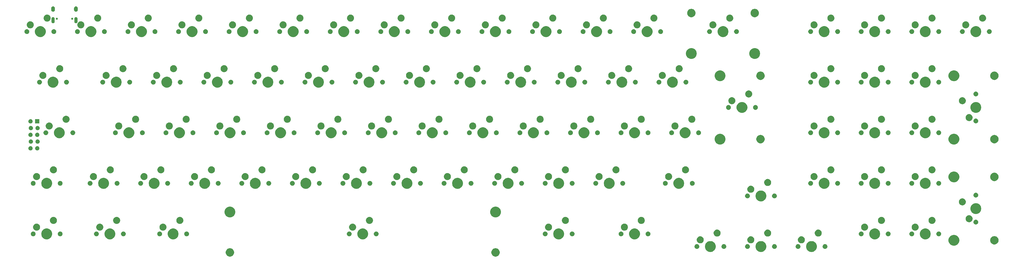
<source format=gts>
G04 #@! TF.GenerationSoftware,KiCad,Pcbnew,5.1.5-52549c5~84~ubuntu18.04.1*
G04 #@! TF.CreationDate,2020-02-27T16:13:33-05:00*
G04 #@! TF.ProjectId,muente1800,6d75656e-7465-4313-9830-302e6b696361,rev?*
G04 #@! TF.SameCoordinates,Original*
G04 #@! TF.FileFunction,Soldermask,Top*
G04 #@! TF.FilePolarity,Negative*
%FSLAX46Y46*%
G04 Gerber Fmt 4.6, Leading zero omitted, Abs format (unit mm)*
G04 Created by KiCad (PCBNEW 5.1.5-52549c5~84~ubuntu18.04.1) date 2020-02-27 16:13:33*
%MOMM*%
%LPD*%
G04 APERTURE LIST*
%ADD10C,0.100000*%
G04 APERTURE END LIST*
D10*
G36*
X171941161Y-81670526D02*
G01*
X172059887Y-81719704D01*
X172227791Y-81789252D01*
X172227792Y-81789253D01*
X172485754Y-81961617D01*
X172705133Y-82180996D01*
X172820303Y-82353361D01*
X172877498Y-82438959D01*
X172996224Y-82725590D01*
X173056750Y-83029875D01*
X173056750Y-83340125D01*
X172996224Y-83644410D01*
X172877498Y-83931041D01*
X172877497Y-83931042D01*
X172705133Y-84189004D01*
X172485754Y-84408383D01*
X172313389Y-84523553D01*
X172227791Y-84580748D01*
X172059887Y-84650296D01*
X171941161Y-84699474D01*
X171789017Y-84729737D01*
X171636875Y-84760000D01*
X171326625Y-84760000D01*
X171174483Y-84729737D01*
X171022339Y-84699474D01*
X170903613Y-84650296D01*
X170735709Y-84580748D01*
X170650111Y-84523553D01*
X170477746Y-84408383D01*
X170258367Y-84189004D01*
X170086003Y-83931042D01*
X170086002Y-83931041D01*
X169967276Y-83644410D01*
X169906750Y-83340125D01*
X169906750Y-83029875D01*
X169967276Y-82725590D01*
X170086002Y-82438959D01*
X170143197Y-82353361D01*
X170258367Y-82180996D01*
X170477746Y-81961617D01*
X170735708Y-81789253D01*
X170735709Y-81789252D01*
X170903613Y-81719704D01*
X171022339Y-81670526D01*
X171326625Y-81610000D01*
X171636875Y-81610000D01*
X171941161Y-81670526D01*
G37*
G36*
X71865161Y-81670526D02*
G01*
X71983887Y-81719704D01*
X72151791Y-81789252D01*
X72151792Y-81789253D01*
X72409754Y-81961617D01*
X72629133Y-82180996D01*
X72744303Y-82353361D01*
X72801498Y-82438959D01*
X72920224Y-82725590D01*
X72980750Y-83029875D01*
X72980750Y-83340125D01*
X72920224Y-83644410D01*
X72801498Y-83931041D01*
X72801497Y-83931042D01*
X72629133Y-84189004D01*
X72409754Y-84408383D01*
X72237389Y-84523553D01*
X72151791Y-84580748D01*
X71983887Y-84650296D01*
X71865161Y-84699474D01*
X71713017Y-84729737D01*
X71560875Y-84760000D01*
X71250625Y-84760000D01*
X71098483Y-84729737D01*
X70946339Y-84699474D01*
X70827613Y-84650296D01*
X70659709Y-84580748D01*
X70574111Y-84523553D01*
X70401746Y-84408383D01*
X70182367Y-84189004D01*
X70010003Y-83931042D01*
X70010002Y-83931041D01*
X69891276Y-83644410D01*
X69830750Y-83340125D01*
X69830750Y-83029875D01*
X69891276Y-82725590D01*
X70010002Y-82438959D01*
X70067197Y-82353361D01*
X70182367Y-82180996D01*
X70401746Y-81961617D01*
X70659708Y-81789253D01*
X70659709Y-81789252D01*
X70827613Y-81719704D01*
X70946339Y-81670526D01*
X71250625Y-81610000D01*
X71560875Y-81610000D01*
X71865161Y-81670526D01*
G37*
G36*
X272058974Y-78996184D02*
G01*
X272243002Y-79072411D01*
X272431123Y-79150333D01*
X272766048Y-79374123D01*
X273050877Y-79658952D01*
X273274667Y-79993877D01*
X273330004Y-80127474D01*
X273428816Y-80366026D01*
X273507400Y-80761094D01*
X273507400Y-81163906D01*
X273428816Y-81558974D01*
X273344822Y-81761753D01*
X273274667Y-81931123D01*
X273050877Y-82266048D01*
X272766048Y-82550877D01*
X272431123Y-82774667D01*
X272276974Y-82838517D01*
X272058974Y-82928816D01*
X271663906Y-83007400D01*
X271261094Y-83007400D01*
X270866026Y-82928816D01*
X270648026Y-82838517D01*
X270493877Y-82774667D01*
X270158952Y-82550877D01*
X269874123Y-82266048D01*
X269650333Y-81931123D01*
X269580178Y-81761753D01*
X269496184Y-81558974D01*
X269417600Y-81163906D01*
X269417600Y-80761094D01*
X269496184Y-80366026D01*
X269594996Y-80127474D01*
X269650333Y-79993877D01*
X269874123Y-79658952D01*
X270158952Y-79374123D01*
X270493877Y-79150333D01*
X270681998Y-79072411D01*
X270866026Y-78996184D01*
X271261094Y-78917600D01*
X271663906Y-78917600D01*
X272058974Y-78996184D01*
G37*
G36*
X253008974Y-78996184D02*
G01*
X253193002Y-79072411D01*
X253381123Y-79150333D01*
X253716048Y-79374123D01*
X254000877Y-79658952D01*
X254224667Y-79993877D01*
X254280004Y-80127474D01*
X254378816Y-80366026D01*
X254457400Y-80761094D01*
X254457400Y-81163906D01*
X254378816Y-81558974D01*
X254294822Y-81761753D01*
X254224667Y-81931123D01*
X254000877Y-82266048D01*
X253716048Y-82550877D01*
X253381123Y-82774667D01*
X253226974Y-82838517D01*
X253008974Y-82928816D01*
X252613906Y-83007400D01*
X252211094Y-83007400D01*
X251816026Y-82928816D01*
X251598026Y-82838517D01*
X251443877Y-82774667D01*
X251108952Y-82550877D01*
X250824123Y-82266048D01*
X250600333Y-81931123D01*
X250530178Y-81761753D01*
X250446184Y-81558974D01*
X250367600Y-81163906D01*
X250367600Y-80761094D01*
X250446184Y-80366026D01*
X250544996Y-80127474D01*
X250600333Y-79993877D01*
X250824123Y-79658952D01*
X251108952Y-79374123D01*
X251443877Y-79150333D01*
X251631998Y-79072411D01*
X251816026Y-78996184D01*
X252211094Y-78917600D01*
X252613906Y-78917600D01*
X253008974Y-78996184D01*
G37*
G36*
X291108974Y-78996184D02*
G01*
X291293002Y-79072411D01*
X291481123Y-79150333D01*
X291816048Y-79374123D01*
X292100877Y-79658952D01*
X292324667Y-79993877D01*
X292380004Y-80127474D01*
X292478816Y-80366026D01*
X292557400Y-80761094D01*
X292557400Y-81163906D01*
X292478816Y-81558974D01*
X292394822Y-81761753D01*
X292324667Y-81931123D01*
X292100877Y-82266048D01*
X291816048Y-82550877D01*
X291481123Y-82774667D01*
X291326974Y-82838517D01*
X291108974Y-82928816D01*
X290713906Y-83007400D01*
X290311094Y-83007400D01*
X289916026Y-82928816D01*
X289698026Y-82838517D01*
X289543877Y-82774667D01*
X289208952Y-82550877D01*
X288924123Y-82266048D01*
X288700333Y-81931123D01*
X288630178Y-81761753D01*
X288546184Y-81558974D01*
X288467600Y-81163906D01*
X288467600Y-80761094D01*
X288546184Y-80366026D01*
X288644996Y-80127474D01*
X288700333Y-79993877D01*
X288924123Y-79658952D01*
X289208952Y-79374123D01*
X289543877Y-79150333D01*
X289731998Y-79072411D01*
X289916026Y-78996184D01*
X290311094Y-78917600D01*
X290713906Y-78917600D01*
X291108974Y-78996184D01*
G37*
G36*
X295768452Y-80077930D02*
G01*
X295855575Y-80095259D01*
X295964998Y-80140584D01*
X296019711Y-80163247D01*
X296166433Y-80261283D01*
X296167428Y-80261948D01*
X296293052Y-80387572D01*
X296293054Y-80387575D01*
X296391753Y-80535289D01*
X296414416Y-80590002D01*
X296459741Y-80699425D01*
X296494400Y-80873671D01*
X296494400Y-81051329D01*
X296459741Y-81225575D01*
X296414416Y-81334998D01*
X296391753Y-81389711D01*
X296293717Y-81536433D01*
X296293052Y-81537428D01*
X296167428Y-81663052D01*
X296167425Y-81663054D01*
X296019711Y-81761753D01*
X295964998Y-81784416D01*
X295855575Y-81829741D01*
X295768452Y-81847070D01*
X295681331Y-81864400D01*
X295503669Y-81864400D01*
X295416548Y-81847071D01*
X295329425Y-81829741D01*
X295220002Y-81784416D01*
X295165289Y-81761753D01*
X295017575Y-81663054D01*
X295017572Y-81663052D01*
X294891948Y-81537428D01*
X294891283Y-81536433D01*
X294793247Y-81389711D01*
X294770584Y-81334998D01*
X294725259Y-81225575D01*
X294690600Y-81051329D01*
X294690600Y-80873671D01*
X294725259Y-80699425D01*
X294770584Y-80590002D01*
X294793247Y-80535289D01*
X294891946Y-80387575D01*
X294891948Y-80387572D01*
X295017572Y-80261948D01*
X295018567Y-80261283D01*
X295165289Y-80163247D01*
X295220002Y-80140584D01*
X295329425Y-80095259D01*
X295416548Y-80077930D01*
X295503669Y-80060600D01*
X295681331Y-80060600D01*
X295768452Y-80077930D01*
G37*
G36*
X285608452Y-80077930D02*
G01*
X285695575Y-80095259D01*
X285804998Y-80140584D01*
X285859711Y-80163247D01*
X286006433Y-80261283D01*
X286007428Y-80261948D01*
X286133052Y-80387572D01*
X286133054Y-80387575D01*
X286231753Y-80535289D01*
X286254416Y-80590002D01*
X286299741Y-80699425D01*
X286334400Y-80873671D01*
X286334400Y-81051329D01*
X286299741Y-81225575D01*
X286254416Y-81334998D01*
X286231753Y-81389711D01*
X286133717Y-81536433D01*
X286133052Y-81537428D01*
X286007428Y-81663052D01*
X286007425Y-81663054D01*
X285859711Y-81761753D01*
X285804998Y-81784416D01*
X285695575Y-81829741D01*
X285608452Y-81847070D01*
X285521331Y-81864400D01*
X285343669Y-81864400D01*
X285256548Y-81847071D01*
X285169425Y-81829741D01*
X285060002Y-81784416D01*
X285005289Y-81761753D01*
X284857575Y-81663054D01*
X284857572Y-81663052D01*
X284731948Y-81537428D01*
X284731283Y-81536433D01*
X284633247Y-81389711D01*
X284610584Y-81334998D01*
X284565259Y-81225575D01*
X284530600Y-81051329D01*
X284530600Y-80873671D01*
X284565259Y-80699425D01*
X284610584Y-80590002D01*
X284633247Y-80535289D01*
X284731946Y-80387575D01*
X284731948Y-80387572D01*
X284857572Y-80261948D01*
X284858567Y-80261283D01*
X285005289Y-80163247D01*
X285060002Y-80140584D01*
X285169425Y-80095259D01*
X285256548Y-80077930D01*
X285343669Y-80060600D01*
X285521331Y-80060600D01*
X285608452Y-80077930D01*
G37*
G36*
X276718452Y-80077930D02*
G01*
X276805575Y-80095259D01*
X276914998Y-80140584D01*
X276969711Y-80163247D01*
X277116433Y-80261283D01*
X277117428Y-80261948D01*
X277243052Y-80387572D01*
X277243054Y-80387575D01*
X277341753Y-80535289D01*
X277364416Y-80590002D01*
X277409741Y-80699425D01*
X277444400Y-80873671D01*
X277444400Y-81051329D01*
X277409741Y-81225575D01*
X277364416Y-81334998D01*
X277341753Y-81389711D01*
X277243717Y-81536433D01*
X277243052Y-81537428D01*
X277117428Y-81663052D01*
X277117425Y-81663054D01*
X276969711Y-81761753D01*
X276914998Y-81784416D01*
X276805575Y-81829741D01*
X276718452Y-81847070D01*
X276631331Y-81864400D01*
X276453669Y-81864400D01*
X276366548Y-81847071D01*
X276279425Y-81829741D01*
X276170002Y-81784416D01*
X276115289Y-81761753D01*
X275967575Y-81663054D01*
X275967572Y-81663052D01*
X275841948Y-81537428D01*
X275841283Y-81536433D01*
X275743247Y-81389711D01*
X275720584Y-81334998D01*
X275675259Y-81225575D01*
X275640600Y-81051329D01*
X275640600Y-80873671D01*
X275675259Y-80699425D01*
X275720584Y-80590002D01*
X275743247Y-80535289D01*
X275841946Y-80387575D01*
X275841948Y-80387572D01*
X275967572Y-80261948D01*
X275968567Y-80261283D01*
X276115289Y-80163247D01*
X276170002Y-80140584D01*
X276279425Y-80095259D01*
X276366548Y-80077930D01*
X276453669Y-80060600D01*
X276631331Y-80060600D01*
X276718452Y-80077930D01*
G37*
G36*
X266558452Y-80077930D02*
G01*
X266645575Y-80095259D01*
X266754998Y-80140584D01*
X266809711Y-80163247D01*
X266956433Y-80261283D01*
X266957428Y-80261948D01*
X267083052Y-80387572D01*
X267083054Y-80387575D01*
X267181753Y-80535289D01*
X267204416Y-80590002D01*
X267249741Y-80699425D01*
X267284400Y-80873671D01*
X267284400Y-81051329D01*
X267249741Y-81225575D01*
X267204416Y-81334998D01*
X267181753Y-81389711D01*
X267083717Y-81536433D01*
X267083052Y-81537428D01*
X266957428Y-81663052D01*
X266957425Y-81663054D01*
X266809711Y-81761753D01*
X266754998Y-81784416D01*
X266645575Y-81829741D01*
X266558452Y-81847070D01*
X266471331Y-81864400D01*
X266293669Y-81864400D01*
X266206548Y-81847071D01*
X266119425Y-81829741D01*
X266010002Y-81784416D01*
X265955289Y-81761753D01*
X265807575Y-81663054D01*
X265807572Y-81663052D01*
X265681948Y-81537428D01*
X265681283Y-81536433D01*
X265583247Y-81389711D01*
X265560584Y-81334998D01*
X265515259Y-81225575D01*
X265480600Y-81051329D01*
X265480600Y-80873671D01*
X265515259Y-80699425D01*
X265560584Y-80590002D01*
X265583247Y-80535289D01*
X265681946Y-80387575D01*
X265681948Y-80387572D01*
X265807572Y-80261948D01*
X265808567Y-80261283D01*
X265955289Y-80163247D01*
X266010002Y-80140584D01*
X266119425Y-80095259D01*
X266206548Y-80077930D01*
X266293669Y-80060600D01*
X266471331Y-80060600D01*
X266558452Y-80077930D01*
G37*
G36*
X257668452Y-80077930D02*
G01*
X257755575Y-80095259D01*
X257864998Y-80140584D01*
X257919711Y-80163247D01*
X258066433Y-80261283D01*
X258067428Y-80261948D01*
X258193052Y-80387572D01*
X258193054Y-80387575D01*
X258291753Y-80535289D01*
X258314416Y-80590002D01*
X258359741Y-80699425D01*
X258394400Y-80873671D01*
X258394400Y-81051329D01*
X258359741Y-81225575D01*
X258314416Y-81334998D01*
X258291753Y-81389711D01*
X258193717Y-81536433D01*
X258193052Y-81537428D01*
X258067428Y-81663052D01*
X258067425Y-81663054D01*
X257919711Y-81761753D01*
X257864998Y-81784416D01*
X257755575Y-81829741D01*
X257668452Y-81847070D01*
X257581331Y-81864400D01*
X257403669Y-81864400D01*
X257316548Y-81847071D01*
X257229425Y-81829741D01*
X257120002Y-81784416D01*
X257065289Y-81761753D01*
X256917575Y-81663054D01*
X256917572Y-81663052D01*
X256791948Y-81537428D01*
X256791283Y-81536433D01*
X256693247Y-81389711D01*
X256670584Y-81334998D01*
X256625259Y-81225575D01*
X256590600Y-81051329D01*
X256590600Y-80873671D01*
X256625259Y-80699425D01*
X256670584Y-80590002D01*
X256693247Y-80535289D01*
X256791946Y-80387575D01*
X256791948Y-80387572D01*
X256917572Y-80261948D01*
X256918567Y-80261283D01*
X257065289Y-80163247D01*
X257120002Y-80140584D01*
X257229425Y-80095259D01*
X257316548Y-80077930D01*
X257403669Y-80060600D01*
X257581331Y-80060600D01*
X257668452Y-80077930D01*
G37*
G36*
X247508452Y-80077930D02*
G01*
X247595575Y-80095259D01*
X247704998Y-80140584D01*
X247759711Y-80163247D01*
X247906433Y-80261283D01*
X247907428Y-80261948D01*
X248033052Y-80387572D01*
X248033054Y-80387575D01*
X248131753Y-80535289D01*
X248154416Y-80590002D01*
X248199741Y-80699425D01*
X248234400Y-80873671D01*
X248234400Y-81051329D01*
X248199741Y-81225575D01*
X248154416Y-81334998D01*
X248131753Y-81389711D01*
X248033717Y-81536433D01*
X248033052Y-81537428D01*
X247907428Y-81663052D01*
X247907425Y-81663054D01*
X247759711Y-81761753D01*
X247704998Y-81784416D01*
X247595575Y-81829741D01*
X247508452Y-81847070D01*
X247421331Y-81864400D01*
X247243669Y-81864400D01*
X247156548Y-81847071D01*
X247069425Y-81829741D01*
X246960002Y-81784416D01*
X246905289Y-81761753D01*
X246757575Y-81663054D01*
X246757572Y-81663052D01*
X246631948Y-81537428D01*
X246631283Y-81536433D01*
X246533247Y-81389711D01*
X246510584Y-81334998D01*
X246465259Y-81225575D01*
X246430600Y-81051329D01*
X246430600Y-80873671D01*
X246465259Y-80699425D01*
X246510584Y-80590002D01*
X246533247Y-80535289D01*
X246631946Y-80387575D01*
X246631948Y-80387572D01*
X246757572Y-80261948D01*
X246758567Y-80261283D01*
X246905289Y-80163247D01*
X246960002Y-80140584D01*
X247069425Y-80095259D01*
X247156548Y-80077930D01*
X247243669Y-80060600D01*
X247421331Y-80060600D01*
X247508452Y-80077930D01*
G37*
G36*
X344766474Y-76646684D02*
G01*
X344954553Y-76724589D01*
X345138623Y-76800833D01*
X345473548Y-77024623D01*
X345758377Y-77309452D01*
X345982167Y-77644377D01*
X345982167Y-77644378D01*
X346136316Y-78016526D01*
X346214900Y-78411594D01*
X346214900Y-78814406D01*
X346136316Y-79209474D01*
X346074363Y-79359041D01*
X345982167Y-79581623D01*
X345758377Y-79916548D01*
X345473548Y-80201377D01*
X345138623Y-80425167D01*
X344984474Y-80489017D01*
X344766474Y-80579316D01*
X344371406Y-80657900D01*
X343968594Y-80657900D01*
X343573526Y-80579316D01*
X343355526Y-80489017D01*
X343201377Y-80425167D01*
X342866452Y-80201377D01*
X342581623Y-79916548D01*
X342357833Y-79581623D01*
X342265637Y-79359041D01*
X342203684Y-79209474D01*
X342125100Y-78814406D01*
X342125100Y-78411594D01*
X342203684Y-78016526D01*
X342357833Y-77644378D01*
X342357833Y-77644377D01*
X342581623Y-77309452D01*
X342866452Y-77024623D01*
X343201377Y-76800833D01*
X343385447Y-76724589D01*
X343573526Y-76646684D01*
X343968594Y-76568100D01*
X344371406Y-76568100D01*
X344766474Y-76646684D01*
G37*
G36*
X359641314Y-77053155D02*
G01*
X359869411Y-77098526D01*
X359988137Y-77147704D01*
X360156041Y-77217252D01*
X360156042Y-77217253D01*
X360414004Y-77389617D01*
X360633383Y-77608996D01*
X360657024Y-77644378D01*
X360805748Y-77866959D01*
X360865895Y-78012167D01*
X360924474Y-78153589D01*
X360985000Y-78457876D01*
X360985000Y-78768124D01*
X360924474Y-79072411D01*
X360875296Y-79191137D01*
X360805748Y-79359041D01*
X360748553Y-79444639D01*
X360633383Y-79617004D01*
X360414004Y-79836383D01*
X360294028Y-79916548D01*
X360156041Y-80008748D01*
X359988137Y-80078296D01*
X359869411Y-80127474D01*
X359717267Y-80157737D01*
X359565125Y-80188000D01*
X359254875Y-80188000D01*
X358950589Y-80127474D01*
X358831863Y-80078296D01*
X358663959Y-80008748D01*
X358525972Y-79916548D01*
X358405996Y-79836383D01*
X358186617Y-79617004D01*
X358071447Y-79444639D01*
X358014252Y-79359041D01*
X357944704Y-79191137D01*
X357895526Y-79072411D01*
X357835000Y-78768124D01*
X357835000Y-78457876D01*
X357895526Y-78153589D01*
X357954105Y-78012167D01*
X358014252Y-77866959D01*
X358162976Y-77644378D01*
X358186617Y-77608996D01*
X358405996Y-77389617D01*
X358663958Y-77217253D01*
X358663959Y-77217252D01*
X358831863Y-77147704D01*
X358950589Y-77098526D01*
X359178686Y-77053155D01*
X359254875Y-77038000D01*
X359565125Y-77038000D01*
X359641314Y-77053155D01*
G37*
G36*
X267910215Y-77126883D02*
G01*
X268037822Y-77152265D01*
X268178648Y-77210597D01*
X268278227Y-77251844D01*
X268278228Y-77251845D01*
X268494589Y-77396412D01*
X268678588Y-77580411D01*
X268697688Y-77608997D01*
X268823156Y-77796773D01*
X268852227Y-77866958D01*
X268922735Y-78037178D01*
X268973500Y-78292393D01*
X268973500Y-78552607D01*
X268922735Y-78807822D01*
X268877263Y-78917600D01*
X268823156Y-79048227D01*
X268823155Y-79048228D01*
X268678588Y-79264589D01*
X268494589Y-79448588D01*
X268350021Y-79545185D01*
X268278227Y-79593156D01*
X268220652Y-79617004D01*
X268037822Y-79692735D01*
X267910214Y-79718118D01*
X267782609Y-79743500D01*
X267522391Y-79743500D01*
X267394786Y-79718118D01*
X267267178Y-79692735D01*
X267084348Y-79617004D01*
X267026773Y-79593156D01*
X266954979Y-79545185D01*
X266810411Y-79448588D01*
X266626412Y-79264589D01*
X266481845Y-79048228D01*
X266481844Y-79048227D01*
X266427737Y-78917600D01*
X266382265Y-78807822D01*
X266331500Y-78552607D01*
X266331500Y-78292393D01*
X266382265Y-78037178D01*
X266452773Y-77866958D01*
X266481844Y-77796773D01*
X266607312Y-77608997D01*
X266626412Y-77580411D01*
X266810411Y-77396412D01*
X267026772Y-77251845D01*
X267026773Y-77251844D01*
X267126352Y-77210597D01*
X267267178Y-77152265D01*
X267394785Y-77126883D01*
X267522391Y-77101500D01*
X267782609Y-77101500D01*
X267910215Y-77126883D01*
G37*
G36*
X248860215Y-77126883D02*
G01*
X248987822Y-77152265D01*
X249128648Y-77210597D01*
X249228227Y-77251844D01*
X249228228Y-77251845D01*
X249444589Y-77396412D01*
X249628588Y-77580411D01*
X249647688Y-77608997D01*
X249773156Y-77796773D01*
X249802227Y-77866958D01*
X249872735Y-78037178D01*
X249923500Y-78292393D01*
X249923500Y-78552607D01*
X249872735Y-78807822D01*
X249827263Y-78917600D01*
X249773156Y-79048227D01*
X249773155Y-79048228D01*
X249628588Y-79264589D01*
X249444589Y-79448588D01*
X249300021Y-79545185D01*
X249228227Y-79593156D01*
X249170652Y-79617004D01*
X248987822Y-79692735D01*
X248860214Y-79718118D01*
X248732609Y-79743500D01*
X248472391Y-79743500D01*
X248344786Y-79718118D01*
X248217178Y-79692735D01*
X248034348Y-79617004D01*
X247976773Y-79593156D01*
X247904979Y-79545185D01*
X247760411Y-79448588D01*
X247576412Y-79264589D01*
X247431845Y-79048228D01*
X247431844Y-79048227D01*
X247377737Y-78917600D01*
X247332265Y-78807822D01*
X247281500Y-78552607D01*
X247281500Y-78292393D01*
X247332265Y-78037178D01*
X247402773Y-77866958D01*
X247431844Y-77796773D01*
X247557312Y-77608997D01*
X247576412Y-77580411D01*
X247760411Y-77396412D01*
X247976772Y-77251845D01*
X247976773Y-77251844D01*
X248076352Y-77210597D01*
X248217178Y-77152265D01*
X248344785Y-77126883D01*
X248472391Y-77101500D01*
X248732609Y-77101500D01*
X248860215Y-77126883D01*
G37*
G36*
X286960215Y-77126883D02*
G01*
X287087822Y-77152265D01*
X287228648Y-77210597D01*
X287328227Y-77251844D01*
X287328228Y-77251845D01*
X287544589Y-77396412D01*
X287728588Y-77580411D01*
X287747688Y-77608997D01*
X287873156Y-77796773D01*
X287902227Y-77866958D01*
X287972735Y-78037178D01*
X288023500Y-78292393D01*
X288023500Y-78552607D01*
X287972735Y-78807822D01*
X287927263Y-78917600D01*
X287873156Y-79048227D01*
X287873155Y-79048228D01*
X287728588Y-79264589D01*
X287544589Y-79448588D01*
X287400021Y-79545185D01*
X287328227Y-79593156D01*
X287270652Y-79617004D01*
X287087822Y-79692735D01*
X286960214Y-79718118D01*
X286832609Y-79743500D01*
X286572391Y-79743500D01*
X286444786Y-79718118D01*
X286317178Y-79692735D01*
X286134348Y-79617004D01*
X286076773Y-79593156D01*
X286004979Y-79545185D01*
X285860411Y-79448588D01*
X285676412Y-79264589D01*
X285531845Y-79048228D01*
X285531844Y-79048227D01*
X285477737Y-78917600D01*
X285432265Y-78807822D01*
X285381500Y-78552607D01*
X285381500Y-78292393D01*
X285432265Y-78037178D01*
X285502773Y-77866958D01*
X285531844Y-77796773D01*
X285657312Y-77608997D01*
X285676412Y-77580411D01*
X285860411Y-77396412D01*
X286076772Y-77251845D01*
X286076773Y-77251844D01*
X286176352Y-77210597D01*
X286317178Y-77152265D01*
X286444785Y-77126883D01*
X286572391Y-77101500D01*
X286832609Y-77101500D01*
X286960215Y-77126883D01*
G37*
G36*
X224433974Y-74233684D02*
G01*
X224559619Y-74285728D01*
X224806123Y-74387833D01*
X225141048Y-74611623D01*
X225425877Y-74896452D01*
X225649667Y-75231377D01*
X225713517Y-75385526D01*
X225803816Y-75603526D01*
X225882400Y-75998594D01*
X225882400Y-76401406D01*
X225803816Y-76796474D01*
X225757377Y-76908588D01*
X225649667Y-77168623D01*
X225425877Y-77503548D01*
X225141048Y-77788377D01*
X224806123Y-78012167D01*
X224651974Y-78076017D01*
X224433974Y-78166316D01*
X224038906Y-78244900D01*
X223636094Y-78244900D01*
X223241026Y-78166316D01*
X223023026Y-78076017D01*
X222868877Y-78012167D01*
X222533952Y-77788377D01*
X222249123Y-77503548D01*
X222025333Y-77168623D01*
X221917623Y-76908588D01*
X221871184Y-76796474D01*
X221792600Y-76401406D01*
X221792600Y-75998594D01*
X221871184Y-75603526D01*
X221961483Y-75385526D01*
X222025333Y-75231377D01*
X222249123Y-74896452D01*
X222533952Y-74611623D01*
X222868877Y-74387833D01*
X223115381Y-74285728D01*
X223241026Y-74233684D01*
X223636094Y-74155100D01*
X224038906Y-74155100D01*
X224433974Y-74233684D01*
G37*
G36*
X122040224Y-74233684D02*
G01*
X122165869Y-74285728D01*
X122412373Y-74387833D01*
X122747298Y-74611623D01*
X123032127Y-74896452D01*
X123255917Y-75231377D01*
X123319767Y-75385526D01*
X123410066Y-75603526D01*
X123488650Y-75998594D01*
X123488650Y-76401406D01*
X123410066Y-76796474D01*
X123363627Y-76908588D01*
X123255917Y-77168623D01*
X123032127Y-77503548D01*
X122747298Y-77788377D01*
X122412373Y-78012167D01*
X122258224Y-78076017D01*
X122040224Y-78166316D01*
X121645156Y-78244900D01*
X121242344Y-78244900D01*
X120847276Y-78166316D01*
X120629276Y-78076017D01*
X120475127Y-78012167D01*
X120140202Y-77788377D01*
X119855373Y-77503548D01*
X119631583Y-77168623D01*
X119523873Y-76908588D01*
X119477434Y-76796474D01*
X119398850Y-76401406D01*
X119398850Y-75998594D01*
X119477434Y-75603526D01*
X119567733Y-75385526D01*
X119631583Y-75231377D01*
X119855373Y-74896452D01*
X120140202Y-74611623D01*
X120475127Y-74387833D01*
X120721631Y-74285728D01*
X120847276Y-74233684D01*
X121242344Y-74155100D01*
X121645156Y-74155100D01*
X122040224Y-74233684D01*
G37*
G36*
X26790224Y-74233684D02*
G01*
X26915869Y-74285728D01*
X27162373Y-74387833D01*
X27497298Y-74611623D01*
X27782127Y-74896452D01*
X28005917Y-75231377D01*
X28069767Y-75385526D01*
X28160066Y-75603526D01*
X28238650Y-75998594D01*
X28238650Y-76401406D01*
X28160066Y-76796474D01*
X28113627Y-76908588D01*
X28005917Y-77168623D01*
X27782127Y-77503548D01*
X27497298Y-77788377D01*
X27162373Y-78012167D01*
X27008224Y-78076017D01*
X26790224Y-78166316D01*
X26395156Y-78244900D01*
X25992344Y-78244900D01*
X25597276Y-78166316D01*
X25379276Y-78076017D01*
X25225127Y-78012167D01*
X24890202Y-77788377D01*
X24605373Y-77503548D01*
X24381583Y-77168623D01*
X24273873Y-76908588D01*
X24227434Y-76796474D01*
X24148850Y-76401406D01*
X24148850Y-75998594D01*
X24227434Y-75603526D01*
X24317733Y-75385526D01*
X24381583Y-75231377D01*
X24605373Y-74896452D01*
X24890202Y-74611623D01*
X25225127Y-74387833D01*
X25471631Y-74285728D01*
X25597276Y-74233684D01*
X25992344Y-74155100D01*
X26395156Y-74155100D01*
X26790224Y-74233684D01*
G37*
G36*
X333971474Y-74233684D02*
G01*
X334097119Y-74285728D01*
X334343623Y-74387833D01*
X334678548Y-74611623D01*
X334963377Y-74896452D01*
X335187167Y-75231377D01*
X335251017Y-75385526D01*
X335341316Y-75603526D01*
X335419900Y-75998594D01*
X335419900Y-76401406D01*
X335341316Y-76796474D01*
X335294877Y-76908588D01*
X335187167Y-77168623D01*
X334963377Y-77503548D01*
X334678548Y-77788377D01*
X334343623Y-78012167D01*
X334189474Y-78076017D01*
X333971474Y-78166316D01*
X333576406Y-78244900D01*
X333173594Y-78244900D01*
X332778526Y-78166316D01*
X332560526Y-78076017D01*
X332406377Y-78012167D01*
X332071452Y-77788377D01*
X331786623Y-77503548D01*
X331562833Y-77168623D01*
X331455123Y-76908588D01*
X331408684Y-76796474D01*
X331330100Y-76401406D01*
X331330100Y-75998594D01*
X331408684Y-75603526D01*
X331498983Y-75385526D01*
X331562833Y-75231377D01*
X331786623Y-74896452D01*
X332071452Y-74611623D01*
X332406377Y-74387833D01*
X332652881Y-74285728D01*
X332778526Y-74233684D01*
X333173594Y-74155100D01*
X333576406Y-74155100D01*
X333971474Y-74233684D01*
G37*
G36*
X195858974Y-74233684D02*
G01*
X195984619Y-74285728D01*
X196231123Y-74387833D01*
X196566048Y-74611623D01*
X196850877Y-74896452D01*
X197074667Y-75231377D01*
X197138517Y-75385526D01*
X197228816Y-75603526D01*
X197307400Y-75998594D01*
X197307400Y-76401406D01*
X197228816Y-76796474D01*
X197182377Y-76908588D01*
X197074667Y-77168623D01*
X196850877Y-77503548D01*
X196566048Y-77788377D01*
X196231123Y-78012167D01*
X196076974Y-78076017D01*
X195858974Y-78166316D01*
X195463906Y-78244900D01*
X195061094Y-78244900D01*
X194666026Y-78166316D01*
X194448026Y-78076017D01*
X194293877Y-78012167D01*
X193958952Y-77788377D01*
X193674123Y-77503548D01*
X193450333Y-77168623D01*
X193342623Y-76908588D01*
X193296184Y-76796474D01*
X193217600Y-76401406D01*
X193217600Y-75998594D01*
X193296184Y-75603526D01*
X193386483Y-75385526D01*
X193450333Y-75231377D01*
X193674123Y-74896452D01*
X193958952Y-74611623D01*
X194293877Y-74387833D01*
X194540381Y-74285728D01*
X194666026Y-74233684D01*
X195061094Y-74155100D01*
X195463906Y-74155100D01*
X195858974Y-74233684D01*
G37*
G36*
X314921474Y-74233684D02*
G01*
X315047119Y-74285728D01*
X315293623Y-74387833D01*
X315628548Y-74611623D01*
X315913377Y-74896452D01*
X316137167Y-75231377D01*
X316201017Y-75385526D01*
X316291316Y-75603526D01*
X316369900Y-75998594D01*
X316369900Y-76401406D01*
X316291316Y-76796474D01*
X316244877Y-76908588D01*
X316137167Y-77168623D01*
X315913377Y-77503548D01*
X315628548Y-77788377D01*
X315293623Y-78012167D01*
X315139474Y-78076017D01*
X314921474Y-78166316D01*
X314526406Y-78244900D01*
X314123594Y-78244900D01*
X313728526Y-78166316D01*
X313510526Y-78076017D01*
X313356377Y-78012167D01*
X313021452Y-77788377D01*
X312736623Y-77503548D01*
X312512833Y-77168623D01*
X312405123Y-76908588D01*
X312358684Y-76796474D01*
X312280100Y-76401406D01*
X312280100Y-75998594D01*
X312358684Y-75603526D01*
X312448983Y-75385526D01*
X312512833Y-75231377D01*
X312736623Y-74896452D01*
X313021452Y-74611623D01*
X313356377Y-74387833D01*
X313602881Y-74285728D01*
X313728526Y-74233684D01*
X314123594Y-74155100D01*
X314526406Y-74155100D01*
X314921474Y-74233684D01*
G37*
G36*
X2977724Y-74233684D02*
G01*
X3103369Y-74285728D01*
X3349873Y-74387833D01*
X3684798Y-74611623D01*
X3969627Y-74896452D01*
X4193417Y-75231377D01*
X4257267Y-75385526D01*
X4347566Y-75603526D01*
X4426150Y-75998594D01*
X4426150Y-76401406D01*
X4347566Y-76796474D01*
X4301127Y-76908588D01*
X4193417Y-77168623D01*
X3969627Y-77503548D01*
X3684798Y-77788377D01*
X3349873Y-78012167D01*
X3195724Y-78076017D01*
X2977724Y-78166316D01*
X2582656Y-78244900D01*
X2179844Y-78244900D01*
X1784776Y-78166316D01*
X1566776Y-78076017D01*
X1412627Y-78012167D01*
X1077702Y-77788377D01*
X792873Y-77503548D01*
X569083Y-77168623D01*
X461373Y-76908588D01*
X414934Y-76796474D01*
X336350Y-76401406D01*
X336350Y-75998594D01*
X414934Y-75603526D01*
X505233Y-75385526D01*
X569083Y-75231377D01*
X792873Y-74896452D01*
X1077702Y-74611623D01*
X1412627Y-74387833D01*
X1659131Y-74285728D01*
X1784776Y-74233684D01*
X2179844Y-74155100D01*
X2582656Y-74155100D01*
X2977724Y-74233684D01*
G37*
G36*
X50602724Y-74233684D02*
G01*
X50728369Y-74285728D01*
X50974873Y-74387833D01*
X51309798Y-74611623D01*
X51594627Y-74896452D01*
X51818417Y-75231377D01*
X51882267Y-75385526D01*
X51972566Y-75603526D01*
X52051150Y-75998594D01*
X52051150Y-76401406D01*
X51972566Y-76796474D01*
X51926127Y-76908588D01*
X51818417Y-77168623D01*
X51594627Y-77503548D01*
X51309798Y-77788377D01*
X50974873Y-78012167D01*
X50820724Y-78076017D01*
X50602724Y-78166316D01*
X50207656Y-78244900D01*
X49804844Y-78244900D01*
X49409776Y-78166316D01*
X49191776Y-78076017D01*
X49037627Y-78012167D01*
X48702702Y-77788377D01*
X48417873Y-77503548D01*
X48194083Y-77168623D01*
X48086373Y-76908588D01*
X48039934Y-76796474D01*
X47961350Y-76401406D01*
X47961350Y-75998594D01*
X48039934Y-75603526D01*
X48130233Y-75385526D01*
X48194083Y-75231377D01*
X48417873Y-74896452D01*
X48702702Y-74611623D01*
X49037627Y-74387833D01*
X49284131Y-74285728D01*
X49409776Y-74233684D01*
X49804844Y-74155100D01*
X50207656Y-74155100D01*
X50602724Y-74233684D01*
G37*
G36*
X293310215Y-74586883D02*
G01*
X293437822Y-74612265D01*
X293578648Y-74670597D01*
X293678227Y-74711844D01*
X293678228Y-74711845D01*
X293894589Y-74856412D01*
X294078588Y-75040411D01*
X294175185Y-75184979D01*
X294223156Y-75256773D01*
X294240274Y-75298100D01*
X294322735Y-75497178D01*
X294373500Y-75752393D01*
X294373500Y-76012607D01*
X294322735Y-76267822D01*
X294267403Y-76401405D01*
X294223156Y-76508227D01*
X294223155Y-76508228D01*
X294078588Y-76724589D01*
X293894589Y-76908588D01*
X293758898Y-76999253D01*
X293678227Y-77053156D01*
X293578648Y-77094403D01*
X293437822Y-77152735D01*
X293310215Y-77178117D01*
X293182609Y-77203500D01*
X292922391Y-77203500D01*
X292794785Y-77178117D01*
X292667178Y-77152735D01*
X292526352Y-77094403D01*
X292426773Y-77053156D01*
X292346102Y-76999253D01*
X292210411Y-76908588D01*
X292026412Y-76724589D01*
X291881845Y-76508228D01*
X291881844Y-76508227D01*
X291837597Y-76401405D01*
X291782265Y-76267822D01*
X291731500Y-76012607D01*
X291731500Y-75752393D01*
X291782265Y-75497178D01*
X291864726Y-75298100D01*
X291881844Y-75256773D01*
X291929815Y-75184979D01*
X292026412Y-75040411D01*
X292210411Y-74856412D01*
X292426772Y-74711845D01*
X292426773Y-74711844D01*
X292526352Y-74670597D01*
X292667178Y-74612265D01*
X292794786Y-74586882D01*
X292922391Y-74561500D01*
X293182609Y-74561500D01*
X293310215Y-74586883D01*
G37*
G36*
X274260215Y-74586883D02*
G01*
X274387822Y-74612265D01*
X274528648Y-74670597D01*
X274628227Y-74711844D01*
X274628228Y-74711845D01*
X274844589Y-74856412D01*
X275028588Y-75040411D01*
X275125185Y-75184979D01*
X275173156Y-75256773D01*
X275190274Y-75298100D01*
X275272735Y-75497178D01*
X275323500Y-75752393D01*
X275323500Y-76012607D01*
X275272735Y-76267822D01*
X275217403Y-76401405D01*
X275173156Y-76508227D01*
X275173155Y-76508228D01*
X275028588Y-76724589D01*
X274844589Y-76908588D01*
X274708898Y-76999253D01*
X274628227Y-77053156D01*
X274528648Y-77094403D01*
X274387822Y-77152735D01*
X274260215Y-77178117D01*
X274132609Y-77203500D01*
X273872391Y-77203500D01*
X273744785Y-77178117D01*
X273617178Y-77152735D01*
X273476352Y-77094403D01*
X273376773Y-77053156D01*
X273296102Y-76999253D01*
X273160411Y-76908588D01*
X272976412Y-76724589D01*
X272831845Y-76508228D01*
X272831844Y-76508227D01*
X272787597Y-76401405D01*
X272732265Y-76267822D01*
X272681500Y-76012607D01*
X272681500Y-75752393D01*
X272732265Y-75497178D01*
X272814726Y-75298100D01*
X272831844Y-75256773D01*
X272879815Y-75184979D01*
X272976412Y-75040411D01*
X273160411Y-74856412D01*
X273376772Y-74711845D01*
X273376773Y-74711844D01*
X273476352Y-74670597D01*
X273617178Y-74612265D01*
X273744786Y-74586882D01*
X273872391Y-74561500D01*
X274132609Y-74561500D01*
X274260215Y-74586883D01*
G37*
G36*
X255210215Y-74586883D02*
G01*
X255337822Y-74612265D01*
X255478648Y-74670597D01*
X255578227Y-74711844D01*
X255578228Y-74711845D01*
X255794589Y-74856412D01*
X255978588Y-75040411D01*
X256075185Y-75184979D01*
X256123156Y-75256773D01*
X256140274Y-75298100D01*
X256222735Y-75497178D01*
X256273500Y-75752393D01*
X256273500Y-76012607D01*
X256222735Y-76267822D01*
X256167403Y-76401405D01*
X256123156Y-76508227D01*
X256123155Y-76508228D01*
X255978588Y-76724589D01*
X255794589Y-76908588D01*
X255658898Y-76999253D01*
X255578227Y-77053156D01*
X255478648Y-77094403D01*
X255337822Y-77152735D01*
X255210215Y-77178117D01*
X255082609Y-77203500D01*
X254822391Y-77203500D01*
X254694785Y-77178117D01*
X254567178Y-77152735D01*
X254426352Y-77094403D01*
X254326773Y-77053156D01*
X254246102Y-76999253D01*
X254110411Y-76908588D01*
X253926412Y-76724589D01*
X253781845Y-76508228D01*
X253781844Y-76508227D01*
X253737597Y-76401405D01*
X253682265Y-76267822D01*
X253631500Y-76012607D01*
X253631500Y-75752393D01*
X253682265Y-75497178D01*
X253764726Y-75298100D01*
X253781844Y-75256773D01*
X253829815Y-75184979D01*
X253926412Y-75040411D01*
X254110411Y-74856412D01*
X254326772Y-74711845D01*
X254326773Y-74711844D01*
X254426352Y-74670597D01*
X254567178Y-74612265D01*
X254694786Y-74586882D01*
X254822391Y-74561500D01*
X255082609Y-74561500D01*
X255210215Y-74586883D01*
G37*
G36*
X319580952Y-75315430D02*
G01*
X319668075Y-75332759D01*
X319777498Y-75378084D01*
X319832211Y-75400747D01*
X319976531Y-75497178D01*
X319979928Y-75499448D01*
X320105552Y-75625072D01*
X320105554Y-75625075D01*
X320204253Y-75772789D01*
X320204253Y-75772790D01*
X320272241Y-75936925D01*
X320306900Y-76111171D01*
X320306900Y-76288829D01*
X320272241Y-76463075D01*
X320228738Y-76568100D01*
X320204253Y-76627211D01*
X320139188Y-76724588D01*
X320105552Y-76774928D01*
X319979928Y-76900552D01*
X319979925Y-76900554D01*
X319832211Y-76999253D01*
X319777498Y-77021916D01*
X319668075Y-77067241D01*
X319580952Y-77084571D01*
X319493831Y-77101900D01*
X319316169Y-77101900D01*
X319229048Y-77084570D01*
X319141925Y-77067241D01*
X319032502Y-77021916D01*
X318977789Y-76999253D01*
X318830075Y-76900554D01*
X318830072Y-76900552D01*
X318704448Y-76774928D01*
X318670812Y-76724588D01*
X318605747Y-76627211D01*
X318581262Y-76568100D01*
X318537759Y-76463075D01*
X318503100Y-76288829D01*
X318503100Y-76111171D01*
X318537759Y-75936925D01*
X318605747Y-75772790D01*
X318605747Y-75772789D01*
X318704446Y-75625075D01*
X318704448Y-75625072D01*
X318830072Y-75499448D01*
X318833469Y-75497178D01*
X318977789Y-75400747D01*
X319032502Y-75378084D01*
X319141925Y-75332759D01*
X319229048Y-75315430D01*
X319316169Y-75298100D01*
X319493831Y-75298100D01*
X319580952Y-75315430D01*
G37*
G36*
X338630952Y-75315430D02*
G01*
X338718075Y-75332759D01*
X338827498Y-75378084D01*
X338882211Y-75400747D01*
X339026531Y-75497178D01*
X339029928Y-75499448D01*
X339155552Y-75625072D01*
X339155554Y-75625075D01*
X339254253Y-75772789D01*
X339254253Y-75772790D01*
X339322241Y-75936925D01*
X339356900Y-76111171D01*
X339356900Y-76288829D01*
X339322241Y-76463075D01*
X339278738Y-76568100D01*
X339254253Y-76627211D01*
X339189188Y-76724588D01*
X339155552Y-76774928D01*
X339029928Y-76900552D01*
X339029925Y-76900554D01*
X338882211Y-76999253D01*
X338827498Y-77021916D01*
X338718075Y-77067241D01*
X338630952Y-77084571D01*
X338543831Y-77101900D01*
X338366169Y-77101900D01*
X338279048Y-77084570D01*
X338191925Y-77067241D01*
X338082502Y-77021916D01*
X338027789Y-76999253D01*
X337880075Y-76900554D01*
X337880072Y-76900552D01*
X337754448Y-76774928D01*
X337720812Y-76724588D01*
X337655747Y-76627211D01*
X337631262Y-76568100D01*
X337587759Y-76463075D01*
X337553100Y-76288829D01*
X337553100Y-76111171D01*
X337587759Y-75936925D01*
X337655747Y-75772790D01*
X337655747Y-75772789D01*
X337754446Y-75625075D01*
X337754448Y-75625072D01*
X337880072Y-75499448D01*
X337883469Y-75497178D01*
X338027789Y-75400747D01*
X338082502Y-75378084D01*
X338191925Y-75332759D01*
X338279048Y-75315430D01*
X338366169Y-75298100D01*
X338543831Y-75298100D01*
X338630952Y-75315430D01*
G37*
G36*
X229093452Y-75315430D02*
G01*
X229180575Y-75332759D01*
X229289998Y-75378084D01*
X229344711Y-75400747D01*
X229489031Y-75497178D01*
X229492428Y-75499448D01*
X229618052Y-75625072D01*
X229618054Y-75625075D01*
X229716753Y-75772789D01*
X229716753Y-75772790D01*
X229784741Y-75936925D01*
X229819400Y-76111171D01*
X229819400Y-76288829D01*
X229784741Y-76463075D01*
X229741238Y-76568100D01*
X229716753Y-76627211D01*
X229651688Y-76724588D01*
X229618052Y-76774928D01*
X229492428Y-76900552D01*
X229492425Y-76900554D01*
X229344711Y-76999253D01*
X229289998Y-77021916D01*
X229180575Y-77067241D01*
X229093452Y-77084571D01*
X229006331Y-77101900D01*
X228828669Y-77101900D01*
X228741548Y-77084570D01*
X228654425Y-77067241D01*
X228545002Y-77021916D01*
X228490289Y-76999253D01*
X228342575Y-76900554D01*
X228342572Y-76900552D01*
X228216948Y-76774928D01*
X228183312Y-76724588D01*
X228118247Y-76627211D01*
X228093762Y-76568100D01*
X228050259Y-76463075D01*
X228015600Y-76288829D01*
X228015600Y-76111171D01*
X228050259Y-75936925D01*
X228118247Y-75772790D01*
X228118247Y-75772789D01*
X228216946Y-75625075D01*
X228216948Y-75625072D01*
X228342572Y-75499448D01*
X228345969Y-75497178D01*
X228490289Y-75400747D01*
X228545002Y-75378084D01*
X228654425Y-75332759D01*
X228741548Y-75315430D01*
X228828669Y-75298100D01*
X229006331Y-75298100D01*
X229093452Y-75315430D01*
G37*
G36*
X-2522798Y-75315430D02*
G01*
X-2435675Y-75332759D01*
X-2326252Y-75378084D01*
X-2271539Y-75400747D01*
X-2127219Y-75497178D01*
X-2123822Y-75499448D01*
X-1998198Y-75625072D01*
X-1998196Y-75625075D01*
X-1899497Y-75772789D01*
X-1899497Y-75772790D01*
X-1831509Y-75936925D01*
X-1796850Y-76111171D01*
X-1796850Y-76288829D01*
X-1831509Y-76463075D01*
X-1875012Y-76568100D01*
X-1899497Y-76627211D01*
X-1964562Y-76724588D01*
X-1998198Y-76774928D01*
X-2123822Y-76900552D01*
X-2123825Y-76900554D01*
X-2271539Y-76999253D01*
X-2326252Y-77021916D01*
X-2435675Y-77067241D01*
X-2522798Y-77084570D01*
X-2609919Y-77101900D01*
X-2787581Y-77101900D01*
X-2874702Y-77084570D01*
X-2961825Y-77067241D01*
X-3071248Y-77021916D01*
X-3125961Y-76999253D01*
X-3273675Y-76900554D01*
X-3273678Y-76900552D01*
X-3399302Y-76774928D01*
X-3432938Y-76724588D01*
X-3498003Y-76627211D01*
X-3522488Y-76568100D01*
X-3565991Y-76463075D01*
X-3600650Y-76288829D01*
X-3600650Y-76111171D01*
X-3565991Y-75936925D01*
X-3498003Y-75772790D01*
X-3498003Y-75772789D01*
X-3399304Y-75625075D01*
X-3399302Y-75625072D01*
X-3273678Y-75499448D01*
X-3270281Y-75497178D01*
X-3125961Y-75400747D01*
X-3071248Y-75378084D01*
X-2961825Y-75332759D01*
X-2874702Y-75315430D01*
X-2787581Y-75298100D01*
X-2609919Y-75298100D01*
X-2522798Y-75315430D01*
G37*
G36*
X45102202Y-75315430D02*
G01*
X45189325Y-75332759D01*
X45298748Y-75378084D01*
X45353461Y-75400747D01*
X45497781Y-75497178D01*
X45501178Y-75499448D01*
X45626802Y-75625072D01*
X45626804Y-75625075D01*
X45725503Y-75772789D01*
X45725503Y-75772790D01*
X45793491Y-75936925D01*
X45828150Y-76111171D01*
X45828150Y-76288829D01*
X45793491Y-76463075D01*
X45749988Y-76568100D01*
X45725503Y-76627211D01*
X45660438Y-76724588D01*
X45626802Y-76774928D01*
X45501178Y-76900552D01*
X45501175Y-76900554D01*
X45353461Y-76999253D01*
X45298748Y-77021916D01*
X45189325Y-77067241D01*
X45102202Y-77084570D01*
X45015081Y-77101900D01*
X44837419Y-77101900D01*
X44750298Y-77084570D01*
X44663175Y-77067241D01*
X44553752Y-77021916D01*
X44499039Y-76999253D01*
X44351325Y-76900554D01*
X44351322Y-76900552D01*
X44225698Y-76774928D01*
X44192062Y-76724588D01*
X44126997Y-76627211D01*
X44102512Y-76568100D01*
X44059009Y-76463075D01*
X44024350Y-76288829D01*
X44024350Y-76111171D01*
X44059009Y-75936925D01*
X44126997Y-75772790D01*
X44126997Y-75772789D01*
X44225696Y-75625075D01*
X44225698Y-75625072D01*
X44351322Y-75499448D01*
X44354719Y-75497178D01*
X44499039Y-75400747D01*
X44553752Y-75378084D01*
X44663175Y-75332759D01*
X44750298Y-75315430D01*
X44837419Y-75298100D01*
X45015081Y-75298100D01*
X45102202Y-75315430D01*
G37*
G36*
X55262202Y-75315430D02*
G01*
X55349325Y-75332759D01*
X55458748Y-75378084D01*
X55513461Y-75400747D01*
X55657781Y-75497178D01*
X55661178Y-75499448D01*
X55786802Y-75625072D01*
X55786804Y-75625075D01*
X55885503Y-75772789D01*
X55885503Y-75772790D01*
X55953491Y-75936925D01*
X55988150Y-76111171D01*
X55988150Y-76288829D01*
X55953491Y-76463075D01*
X55909988Y-76568100D01*
X55885503Y-76627211D01*
X55820438Y-76724588D01*
X55786802Y-76774928D01*
X55661178Y-76900552D01*
X55661175Y-76900554D01*
X55513461Y-76999253D01*
X55458748Y-77021916D01*
X55349325Y-77067241D01*
X55262202Y-77084570D01*
X55175081Y-77101900D01*
X54997419Y-77101900D01*
X54910298Y-77084570D01*
X54823175Y-77067241D01*
X54713752Y-77021916D01*
X54659039Y-76999253D01*
X54511325Y-76900554D01*
X54511322Y-76900552D01*
X54385698Y-76774928D01*
X54352062Y-76724588D01*
X54286997Y-76627211D01*
X54262512Y-76568100D01*
X54219009Y-76463075D01*
X54184350Y-76288829D01*
X54184350Y-76111171D01*
X54219009Y-75936925D01*
X54286997Y-75772790D01*
X54286997Y-75772789D01*
X54385696Y-75625075D01*
X54385698Y-75625072D01*
X54511322Y-75499448D01*
X54514719Y-75497178D01*
X54659039Y-75400747D01*
X54713752Y-75378084D01*
X54823175Y-75332759D01*
X54910298Y-75315430D01*
X54997419Y-75298100D01*
X55175081Y-75298100D01*
X55262202Y-75315430D01*
G37*
G36*
X190358452Y-75315430D02*
G01*
X190445575Y-75332759D01*
X190554998Y-75378084D01*
X190609711Y-75400747D01*
X190754031Y-75497178D01*
X190757428Y-75499448D01*
X190883052Y-75625072D01*
X190883054Y-75625075D01*
X190981753Y-75772789D01*
X190981753Y-75772790D01*
X191049741Y-75936925D01*
X191084400Y-76111171D01*
X191084400Y-76288829D01*
X191049741Y-76463075D01*
X191006238Y-76568100D01*
X190981753Y-76627211D01*
X190916688Y-76724588D01*
X190883052Y-76774928D01*
X190757428Y-76900552D01*
X190757425Y-76900554D01*
X190609711Y-76999253D01*
X190554998Y-77021916D01*
X190445575Y-77067241D01*
X190358452Y-77084571D01*
X190271331Y-77101900D01*
X190093669Y-77101900D01*
X190006548Y-77084570D01*
X189919425Y-77067241D01*
X189810002Y-77021916D01*
X189755289Y-76999253D01*
X189607575Y-76900554D01*
X189607572Y-76900552D01*
X189481948Y-76774928D01*
X189448312Y-76724588D01*
X189383247Y-76627211D01*
X189358762Y-76568100D01*
X189315259Y-76463075D01*
X189280600Y-76288829D01*
X189280600Y-76111171D01*
X189315259Y-75936925D01*
X189383247Y-75772790D01*
X189383247Y-75772789D01*
X189481946Y-75625075D01*
X189481948Y-75625072D01*
X189607572Y-75499448D01*
X189610969Y-75497178D01*
X189755289Y-75400747D01*
X189810002Y-75378084D01*
X189919425Y-75332759D01*
X190006548Y-75315430D01*
X190093669Y-75298100D01*
X190271331Y-75298100D01*
X190358452Y-75315430D01*
G37*
G36*
X218933452Y-75315430D02*
G01*
X219020575Y-75332759D01*
X219129998Y-75378084D01*
X219184711Y-75400747D01*
X219329031Y-75497178D01*
X219332428Y-75499448D01*
X219458052Y-75625072D01*
X219458054Y-75625075D01*
X219556753Y-75772789D01*
X219556753Y-75772790D01*
X219624741Y-75936925D01*
X219659400Y-76111171D01*
X219659400Y-76288829D01*
X219624741Y-76463075D01*
X219581238Y-76568100D01*
X219556753Y-76627211D01*
X219491688Y-76724588D01*
X219458052Y-76774928D01*
X219332428Y-76900552D01*
X219332425Y-76900554D01*
X219184711Y-76999253D01*
X219129998Y-77021916D01*
X219020575Y-77067241D01*
X218933452Y-77084571D01*
X218846331Y-77101900D01*
X218668669Y-77101900D01*
X218581548Y-77084570D01*
X218494425Y-77067241D01*
X218385002Y-77021916D01*
X218330289Y-76999253D01*
X218182575Y-76900554D01*
X218182572Y-76900552D01*
X218056948Y-76774928D01*
X218023312Y-76724588D01*
X217958247Y-76627211D01*
X217933762Y-76568100D01*
X217890259Y-76463075D01*
X217855600Y-76288829D01*
X217855600Y-76111171D01*
X217890259Y-75936925D01*
X217958247Y-75772790D01*
X217958247Y-75772789D01*
X218056946Y-75625075D01*
X218056948Y-75625072D01*
X218182572Y-75499448D01*
X218185969Y-75497178D01*
X218330289Y-75400747D01*
X218385002Y-75378084D01*
X218494425Y-75332759D01*
X218581548Y-75315430D01*
X218668669Y-75298100D01*
X218846331Y-75298100D01*
X218933452Y-75315430D01*
G37*
G36*
X7637202Y-75315430D02*
G01*
X7724325Y-75332759D01*
X7833748Y-75378084D01*
X7888461Y-75400747D01*
X8032781Y-75497178D01*
X8036178Y-75499448D01*
X8161802Y-75625072D01*
X8161804Y-75625075D01*
X8260503Y-75772789D01*
X8260503Y-75772790D01*
X8328491Y-75936925D01*
X8363150Y-76111171D01*
X8363150Y-76288829D01*
X8328491Y-76463075D01*
X8284988Y-76568100D01*
X8260503Y-76627211D01*
X8195438Y-76724588D01*
X8161802Y-76774928D01*
X8036178Y-76900552D01*
X8036175Y-76900554D01*
X7888461Y-76999253D01*
X7833748Y-77021916D01*
X7724325Y-77067241D01*
X7637202Y-77084570D01*
X7550081Y-77101900D01*
X7372419Y-77101900D01*
X7285298Y-77084570D01*
X7198175Y-77067241D01*
X7088752Y-77021916D01*
X7034039Y-76999253D01*
X6886325Y-76900554D01*
X6886322Y-76900552D01*
X6760698Y-76774928D01*
X6727062Y-76724588D01*
X6661997Y-76627211D01*
X6637512Y-76568100D01*
X6594009Y-76463075D01*
X6559350Y-76288829D01*
X6559350Y-76111171D01*
X6594009Y-75936925D01*
X6661997Y-75772790D01*
X6661997Y-75772789D01*
X6760696Y-75625075D01*
X6760698Y-75625072D01*
X6886322Y-75499448D01*
X6889719Y-75497178D01*
X7034039Y-75400747D01*
X7088752Y-75378084D01*
X7198175Y-75332759D01*
X7285298Y-75315430D01*
X7372419Y-75298100D01*
X7550081Y-75298100D01*
X7637202Y-75315430D01*
G37*
G36*
X21289702Y-75315430D02*
G01*
X21376825Y-75332759D01*
X21486248Y-75378084D01*
X21540961Y-75400747D01*
X21685281Y-75497178D01*
X21688678Y-75499448D01*
X21814302Y-75625072D01*
X21814304Y-75625075D01*
X21913003Y-75772789D01*
X21913003Y-75772790D01*
X21980991Y-75936925D01*
X22015650Y-76111171D01*
X22015650Y-76288829D01*
X21980991Y-76463075D01*
X21937488Y-76568100D01*
X21913003Y-76627211D01*
X21847938Y-76724588D01*
X21814302Y-76774928D01*
X21688678Y-76900552D01*
X21688675Y-76900554D01*
X21540961Y-76999253D01*
X21486248Y-77021916D01*
X21376825Y-77067241D01*
X21289702Y-77084570D01*
X21202581Y-77101900D01*
X21024919Y-77101900D01*
X20937798Y-77084570D01*
X20850675Y-77067241D01*
X20741252Y-77021916D01*
X20686539Y-76999253D01*
X20538825Y-76900554D01*
X20538822Y-76900552D01*
X20413198Y-76774928D01*
X20379562Y-76724588D01*
X20314497Y-76627211D01*
X20290012Y-76568100D01*
X20246509Y-76463075D01*
X20211850Y-76288829D01*
X20211850Y-76111171D01*
X20246509Y-75936925D01*
X20314497Y-75772790D01*
X20314497Y-75772789D01*
X20413196Y-75625075D01*
X20413198Y-75625072D01*
X20538822Y-75499448D01*
X20542219Y-75497178D01*
X20686539Y-75400747D01*
X20741252Y-75378084D01*
X20850675Y-75332759D01*
X20937798Y-75315430D01*
X21024919Y-75298100D01*
X21202581Y-75298100D01*
X21289702Y-75315430D01*
G37*
G36*
X126699702Y-75315430D02*
G01*
X126786825Y-75332759D01*
X126896248Y-75378084D01*
X126950961Y-75400747D01*
X127095281Y-75497178D01*
X127098678Y-75499448D01*
X127224302Y-75625072D01*
X127224304Y-75625075D01*
X127323003Y-75772789D01*
X127323003Y-75772790D01*
X127390991Y-75936925D01*
X127425650Y-76111171D01*
X127425650Y-76288829D01*
X127390991Y-76463075D01*
X127347488Y-76568100D01*
X127323003Y-76627211D01*
X127257938Y-76724588D01*
X127224302Y-76774928D01*
X127098678Y-76900552D01*
X127098675Y-76900554D01*
X126950961Y-76999253D01*
X126896248Y-77021916D01*
X126786825Y-77067241D01*
X126699702Y-77084570D01*
X126612581Y-77101900D01*
X126434919Y-77101900D01*
X126347798Y-77084570D01*
X126260675Y-77067241D01*
X126151252Y-77021916D01*
X126096539Y-76999253D01*
X125948825Y-76900554D01*
X125948822Y-76900552D01*
X125823198Y-76774928D01*
X125789562Y-76724588D01*
X125724497Y-76627211D01*
X125700012Y-76568100D01*
X125656509Y-76463075D01*
X125621850Y-76288829D01*
X125621850Y-76111171D01*
X125656509Y-75936925D01*
X125724497Y-75772790D01*
X125724497Y-75772789D01*
X125823196Y-75625075D01*
X125823198Y-75625072D01*
X125948822Y-75499448D01*
X125952219Y-75497178D01*
X126096539Y-75400747D01*
X126151252Y-75378084D01*
X126260675Y-75332759D01*
X126347798Y-75315430D01*
X126434919Y-75298100D01*
X126612581Y-75298100D01*
X126699702Y-75315430D01*
G37*
G36*
X116539702Y-75315430D02*
G01*
X116626825Y-75332759D01*
X116736248Y-75378084D01*
X116790961Y-75400747D01*
X116935281Y-75497178D01*
X116938678Y-75499448D01*
X117064302Y-75625072D01*
X117064304Y-75625075D01*
X117163003Y-75772789D01*
X117163003Y-75772790D01*
X117230991Y-75936925D01*
X117265650Y-76111171D01*
X117265650Y-76288829D01*
X117230991Y-76463075D01*
X117187488Y-76568100D01*
X117163003Y-76627211D01*
X117097938Y-76724588D01*
X117064302Y-76774928D01*
X116938678Y-76900552D01*
X116938675Y-76900554D01*
X116790961Y-76999253D01*
X116736248Y-77021916D01*
X116626825Y-77067241D01*
X116539702Y-77084570D01*
X116452581Y-77101900D01*
X116274919Y-77101900D01*
X116187798Y-77084570D01*
X116100675Y-77067241D01*
X115991252Y-77021916D01*
X115936539Y-76999253D01*
X115788825Y-76900554D01*
X115788822Y-76900552D01*
X115663198Y-76774928D01*
X115629562Y-76724588D01*
X115564497Y-76627211D01*
X115540012Y-76568100D01*
X115496509Y-76463075D01*
X115461850Y-76288829D01*
X115461850Y-76111171D01*
X115496509Y-75936925D01*
X115564497Y-75772790D01*
X115564497Y-75772789D01*
X115663196Y-75625075D01*
X115663198Y-75625072D01*
X115788822Y-75499448D01*
X115792219Y-75497178D01*
X115936539Y-75400747D01*
X115991252Y-75378084D01*
X116100675Y-75332759D01*
X116187798Y-75315430D01*
X116274919Y-75298100D01*
X116452581Y-75298100D01*
X116539702Y-75315430D01*
G37*
G36*
X309420952Y-75315430D02*
G01*
X309508075Y-75332759D01*
X309617498Y-75378084D01*
X309672211Y-75400747D01*
X309816531Y-75497178D01*
X309819928Y-75499448D01*
X309945552Y-75625072D01*
X309945554Y-75625075D01*
X310044253Y-75772789D01*
X310044253Y-75772790D01*
X310112241Y-75936925D01*
X310146900Y-76111171D01*
X310146900Y-76288829D01*
X310112241Y-76463075D01*
X310068738Y-76568100D01*
X310044253Y-76627211D01*
X309979188Y-76724588D01*
X309945552Y-76774928D01*
X309819928Y-76900552D01*
X309819925Y-76900554D01*
X309672211Y-76999253D01*
X309617498Y-77021916D01*
X309508075Y-77067241D01*
X309420952Y-77084571D01*
X309333831Y-77101900D01*
X309156169Y-77101900D01*
X309069048Y-77084570D01*
X308981925Y-77067241D01*
X308872502Y-77021916D01*
X308817789Y-76999253D01*
X308670075Y-76900554D01*
X308670072Y-76900552D01*
X308544448Y-76774928D01*
X308510812Y-76724588D01*
X308445747Y-76627211D01*
X308421262Y-76568100D01*
X308377759Y-76463075D01*
X308343100Y-76288829D01*
X308343100Y-76111171D01*
X308377759Y-75936925D01*
X308445747Y-75772790D01*
X308445747Y-75772789D01*
X308544446Y-75625075D01*
X308544448Y-75625072D01*
X308670072Y-75499448D01*
X308673469Y-75497178D01*
X308817789Y-75400747D01*
X308872502Y-75378084D01*
X308981925Y-75332759D01*
X309069048Y-75315430D01*
X309156169Y-75298100D01*
X309333831Y-75298100D01*
X309420952Y-75315430D01*
G37*
G36*
X328470952Y-75315430D02*
G01*
X328558075Y-75332759D01*
X328667498Y-75378084D01*
X328722211Y-75400747D01*
X328866531Y-75497178D01*
X328869928Y-75499448D01*
X328995552Y-75625072D01*
X328995554Y-75625075D01*
X329094253Y-75772789D01*
X329094253Y-75772790D01*
X329162241Y-75936925D01*
X329196900Y-76111171D01*
X329196900Y-76288829D01*
X329162241Y-76463075D01*
X329118738Y-76568100D01*
X329094253Y-76627211D01*
X329029188Y-76724588D01*
X328995552Y-76774928D01*
X328869928Y-76900552D01*
X328869925Y-76900554D01*
X328722211Y-76999253D01*
X328667498Y-77021916D01*
X328558075Y-77067241D01*
X328470952Y-77084571D01*
X328383831Y-77101900D01*
X328206169Y-77101900D01*
X328119048Y-77084570D01*
X328031925Y-77067241D01*
X327922502Y-77021916D01*
X327867789Y-76999253D01*
X327720075Y-76900554D01*
X327720072Y-76900552D01*
X327594448Y-76774928D01*
X327560812Y-76724588D01*
X327495747Y-76627211D01*
X327471262Y-76568100D01*
X327427759Y-76463075D01*
X327393100Y-76288829D01*
X327393100Y-76111171D01*
X327427759Y-75936925D01*
X327495747Y-75772790D01*
X327495747Y-75772789D01*
X327594446Y-75625075D01*
X327594448Y-75625072D01*
X327720072Y-75499448D01*
X327723469Y-75497178D01*
X327867789Y-75400747D01*
X327922502Y-75378084D01*
X328031925Y-75332759D01*
X328119048Y-75315430D01*
X328206169Y-75298100D01*
X328383831Y-75298100D01*
X328470952Y-75315430D01*
G37*
G36*
X31449702Y-75315430D02*
G01*
X31536825Y-75332759D01*
X31646248Y-75378084D01*
X31700961Y-75400747D01*
X31845281Y-75497178D01*
X31848678Y-75499448D01*
X31974302Y-75625072D01*
X31974304Y-75625075D01*
X32073003Y-75772789D01*
X32073003Y-75772790D01*
X32140991Y-75936925D01*
X32175650Y-76111171D01*
X32175650Y-76288829D01*
X32140991Y-76463075D01*
X32097488Y-76568100D01*
X32073003Y-76627211D01*
X32007938Y-76724588D01*
X31974302Y-76774928D01*
X31848678Y-76900552D01*
X31848675Y-76900554D01*
X31700961Y-76999253D01*
X31646248Y-77021916D01*
X31536825Y-77067241D01*
X31449702Y-77084570D01*
X31362581Y-77101900D01*
X31184919Y-77101900D01*
X31097798Y-77084570D01*
X31010675Y-77067241D01*
X30901252Y-77021916D01*
X30846539Y-76999253D01*
X30698825Y-76900554D01*
X30698822Y-76900552D01*
X30573198Y-76774928D01*
X30539562Y-76724588D01*
X30474497Y-76627211D01*
X30450012Y-76568100D01*
X30406509Y-76463075D01*
X30371850Y-76288829D01*
X30371850Y-76111171D01*
X30406509Y-75936925D01*
X30474497Y-75772790D01*
X30474497Y-75772789D01*
X30573196Y-75625075D01*
X30573198Y-75625072D01*
X30698822Y-75499448D01*
X30702219Y-75497178D01*
X30846539Y-75400747D01*
X30901252Y-75378084D01*
X31010675Y-75332759D01*
X31097798Y-75315430D01*
X31184919Y-75298100D01*
X31362581Y-75298100D01*
X31449702Y-75315430D01*
G37*
G36*
X200518452Y-75315430D02*
G01*
X200605575Y-75332759D01*
X200714998Y-75378084D01*
X200769711Y-75400747D01*
X200914031Y-75497178D01*
X200917428Y-75499448D01*
X201043052Y-75625072D01*
X201043054Y-75625075D01*
X201141753Y-75772789D01*
X201141753Y-75772790D01*
X201209741Y-75936925D01*
X201244400Y-76111171D01*
X201244400Y-76288829D01*
X201209741Y-76463075D01*
X201166238Y-76568100D01*
X201141753Y-76627211D01*
X201076688Y-76724588D01*
X201043052Y-76774928D01*
X200917428Y-76900552D01*
X200917425Y-76900554D01*
X200769711Y-76999253D01*
X200714998Y-77021916D01*
X200605575Y-77067241D01*
X200518452Y-77084571D01*
X200431331Y-77101900D01*
X200253669Y-77101900D01*
X200166548Y-77084570D01*
X200079425Y-77067241D01*
X199970002Y-77021916D01*
X199915289Y-76999253D01*
X199767575Y-76900554D01*
X199767572Y-76900552D01*
X199641948Y-76774928D01*
X199608312Y-76724588D01*
X199543247Y-76627211D01*
X199518762Y-76568100D01*
X199475259Y-76463075D01*
X199440600Y-76288829D01*
X199440600Y-76111171D01*
X199475259Y-75936925D01*
X199543247Y-75772790D01*
X199543247Y-75772789D01*
X199641946Y-75625075D01*
X199641948Y-75625072D01*
X199767572Y-75499448D01*
X199770969Y-75497178D01*
X199915289Y-75400747D01*
X199970002Y-75378084D01*
X200079425Y-75332759D01*
X200166548Y-75315430D01*
X200253669Y-75298100D01*
X200431331Y-75298100D01*
X200518452Y-75315430D01*
G37*
G36*
X46453965Y-72364383D02*
G01*
X46581572Y-72389765D01*
X46722398Y-72448097D01*
X46821977Y-72489344D01*
X46821978Y-72489345D01*
X47038339Y-72633912D01*
X47222338Y-72817911D01*
X47318935Y-72962479D01*
X47366906Y-73034273D01*
X47408153Y-73133852D01*
X47466485Y-73274678D01*
X47517250Y-73529893D01*
X47517250Y-73790107D01*
X47466485Y-74045322D01*
X47421013Y-74155100D01*
X47366906Y-74285727D01*
X47366905Y-74285728D01*
X47222338Y-74502089D01*
X47038339Y-74686088D01*
X46893771Y-74782685D01*
X46821977Y-74830656D01*
X46722398Y-74871903D01*
X46581572Y-74930235D01*
X46453965Y-74955617D01*
X46326359Y-74981000D01*
X46066141Y-74981000D01*
X45938535Y-74955617D01*
X45810928Y-74930235D01*
X45670102Y-74871903D01*
X45570523Y-74830656D01*
X45498729Y-74782685D01*
X45354161Y-74686088D01*
X45170162Y-74502089D01*
X45025595Y-74285728D01*
X45025594Y-74285727D01*
X44971487Y-74155100D01*
X44926015Y-74045322D01*
X44875250Y-73790107D01*
X44875250Y-73529893D01*
X44926015Y-73274678D01*
X44984347Y-73133852D01*
X45025594Y-73034273D01*
X45073565Y-72962479D01*
X45170162Y-72817911D01*
X45354161Y-72633912D01*
X45570522Y-72489345D01*
X45570523Y-72489344D01*
X45670102Y-72448097D01*
X45810928Y-72389765D01*
X45938535Y-72364383D01*
X46066141Y-72339000D01*
X46326359Y-72339000D01*
X46453965Y-72364383D01*
G37*
G36*
X329822715Y-72364383D02*
G01*
X329950322Y-72389765D01*
X330091148Y-72448097D01*
X330190727Y-72489344D01*
X330190728Y-72489345D01*
X330407089Y-72633912D01*
X330591088Y-72817911D01*
X330687685Y-72962479D01*
X330735656Y-73034273D01*
X330776903Y-73133852D01*
X330835235Y-73274678D01*
X330886000Y-73529893D01*
X330886000Y-73790107D01*
X330835235Y-74045322D01*
X330789763Y-74155100D01*
X330735656Y-74285727D01*
X330735655Y-74285728D01*
X330591088Y-74502089D01*
X330407089Y-74686088D01*
X330262521Y-74782685D01*
X330190727Y-74830656D01*
X330091148Y-74871903D01*
X329950322Y-74930235D01*
X329822715Y-74955617D01*
X329695109Y-74981000D01*
X329434891Y-74981000D01*
X329307285Y-74955617D01*
X329179678Y-74930235D01*
X329038852Y-74871903D01*
X328939273Y-74830656D01*
X328867479Y-74782685D01*
X328722911Y-74686088D01*
X328538912Y-74502089D01*
X328394345Y-74285728D01*
X328394344Y-74285727D01*
X328340237Y-74155100D01*
X328294765Y-74045322D01*
X328244000Y-73790107D01*
X328244000Y-73529893D01*
X328294765Y-73274678D01*
X328353097Y-73133852D01*
X328394344Y-73034273D01*
X328442315Y-72962479D01*
X328538912Y-72817911D01*
X328722911Y-72633912D01*
X328939272Y-72489345D01*
X328939273Y-72489344D01*
X329038852Y-72448097D01*
X329179678Y-72389765D01*
X329307285Y-72364383D01*
X329434891Y-72339000D01*
X329695109Y-72339000D01*
X329822715Y-72364383D01*
G37*
G36*
X310772715Y-72364383D02*
G01*
X310900322Y-72389765D01*
X311041148Y-72448097D01*
X311140727Y-72489344D01*
X311140728Y-72489345D01*
X311357089Y-72633912D01*
X311541088Y-72817911D01*
X311637685Y-72962479D01*
X311685656Y-73034273D01*
X311726903Y-73133852D01*
X311785235Y-73274678D01*
X311836000Y-73529893D01*
X311836000Y-73790107D01*
X311785235Y-74045322D01*
X311739763Y-74155100D01*
X311685656Y-74285727D01*
X311685655Y-74285728D01*
X311541088Y-74502089D01*
X311357089Y-74686088D01*
X311212521Y-74782685D01*
X311140727Y-74830656D01*
X311041148Y-74871903D01*
X310900322Y-74930235D01*
X310772715Y-74955617D01*
X310645109Y-74981000D01*
X310384891Y-74981000D01*
X310257285Y-74955617D01*
X310129678Y-74930235D01*
X309988852Y-74871903D01*
X309889273Y-74830656D01*
X309817479Y-74782685D01*
X309672911Y-74686088D01*
X309488912Y-74502089D01*
X309344345Y-74285728D01*
X309344344Y-74285727D01*
X309290237Y-74155100D01*
X309244765Y-74045322D01*
X309194000Y-73790107D01*
X309194000Y-73529893D01*
X309244765Y-73274678D01*
X309303097Y-73133852D01*
X309344344Y-73034273D01*
X309392315Y-72962479D01*
X309488912Y-72817911D01*
X309672911Y-72633912D01*
X309889272Y-72489345D01*
X309889273Y-72489344D01*
X309988852Y-72448097D01*
X310129678Y-72389765D01*
X310257285Y-72364383D01*
X310384891Y-72339000D01*
X310645109Y-72339000D01*
X310772715Y-72364383D01*
G37*
G36*
X191710215Y-72364383D02*
G01*
X191837822Y-72389765D01*
X191978648Y-72448097D01*
X192078227Y-72489344D01*
X192078228Y-72489345D01*
X192294589Y-72633912D01*
X192478588Y-72817911D01*
X192575185Y-72962479D01*
X192623156Y-73034273D01*
X192664403Y-73133852D01*
X192722735Y-73274678D01*
X192773500Y-73529893D01*
X192773500Y-73790107D01*
X192722735Y-74045322D01*
X192677263Y-74155100D01*
X192623156Y-74285727D01*
X192623155Y-74285728D01*
X192478588Y-74502089D01*
X192294589Y-74686088D01*
X192150021Y-74782685D01*
X192078227Y-74830656D01*
X191978648Y-74871903D01*
X191837822Y-74930235D01*
X191710215Y-74955617D01*
X191582609Y-74981000D01*
X191322391Y-74981000D01*
X191194785Y-74955617D01*
X191067178Y-74930235D01*
X190926352Y-74871903D01*
X190826773Y-74830656D01*
X190754979Y-74782685D01*
X190610411Y-74686088D01*
X190426412Y-74502089D01*
X190281845Y-74285728D01*
X190281844Y-74285727D01*
X190227737Y-74155100D01*
X190182265Y-74045322D01*
X190131500Y-73790107D01*
X190131500Y-73529893D01*
X190182265Y-73274678D01*
X190240597Y-73133852D01*
X190281844Y-73034273D01*
X190329815Y-72962479D01*
X190426412Y-72817911D01*
X190610411Y-72633912D01*
X190826772Y-72489345D01*
X190826773Y-72489344D01*
X190926352Y-72448097D01*
X191067178Y-72389765D01*
X191194785Y-72364383D01*
X191322391Y-72339000D01*
X191582609Y-72339000D01*
X191710215Y-72364383D01*
G37*
G36*
X220285215Y-72364383D02*
G01*
X220412822Y-72389765D01*
X220553648Y-72448097D01*
X220653227Y-72489344D01*
X220653228Y-72489345D01*
X220869589Y-72633912D01*
X221053588Y-72817911D01*
X221150185Y-72962479D01*
X221198156Y-73034273D01*
X221239403Y-73133852D01*
X221297735Y-73274678D01*
X221348500Y-73529893D01*
X221348500Y-73790107D01*
X221297735Y-74045322D01*
X221252263Y-74155100D01*
X221198156Y-74285727D01*
X221198155Y-74285728D01*
X221053588Y-74502089D01*
X220869589Y-74686088D01*
X220725021Y-74782685D01*
X220653227Y-74830656D01*
X220553648Y-74871903D01*
X220412822Y-74930235D01*
X220285215Y-74955617D01*
X220157609Y-74981000D01*
X219897391Y-74981000D01*
X219769785Y-74955617D01*
X219642178Y-74930235D01*
X219501352Y-74871903D01*
X219401773Y-74830656D01*
X219329979Y-74782685D01*
X219185411Y-74686088D01*
X219001412Y-74502089D01*
X218856845Y-74285728D01*
X218856844Y-74285727D01*
X218802737Y-74155100D01*
X218757265Y-74045322D01*
X218706500Y-73790107D01*
X218706500Y-73529893D01*
X218757265Y-73274678D01*
X218815597Y-73133852D01*
X218856844Y-73034273D01*
X218904815Y-72962479D01*
X219001412Y-72817911D01*
X219185411Y-72633912D01*
X219401772Y-72489345D01*
X219401773Y-72489344D01*
X219501352Y-72448097D01*
X219642178Y-72389765D01*
X219769785Y-72364383D01*
X219897391Y-72339000D01*
X220157609Y-72339000D01*
X220285215Y-72364383D01*
G37*
G36*
X-1171035Y-72364383D02*
G01*
X-1043428Y-72389765D01*
X-902602Y-72448097D01*
X-803023Y-72489344D01*
X-803022Y-72489345D01*
X-586661Y-72633912D01*
X-402662Y-72817911D01*
X-306065Y-72962479D01*
X-258094Y-73034273D01*
X-216847Y-73133852D01*
X-158515Y-73274678D01*
X-107750Y-73529893D01*
X-107750Y-73790107D01*
X-158515Y-74045322D01*
X-203987Y-74155100D01*
X-258094Y-74285727D01*
X-258095Y-74285728D01*
X-402662Y-74502089D01*
X-586661Y-74686088D01*
X-731229Y-74782685D01*
X-803023Y-74830656D01*
X-902602Y-74871903D01*
X-1043428Y-74930235D01*
X-1171035Y-74955617D01*
X-1298641Y-74981000D01*
X-1558859Y-74981000D01*
X-1686465Y-74955617D01*
X-1814072Y-74930235D01*
X-1954898Y-74871903D01*
X-2054477Y-74830656D01*
X-2126271Y-74782685D01*
X-2270839Y-74686088D01*
X-2454838Y-74502089D01*
X-2599405Y-74285728D01*
X-2599406Y-74285727D01*
X-2653513Y-74155100D01*
X-2698985Y-74045322D01*
X-2749750Y-73790107D01*
X-2749750Y-73529893D01*
X-2698985Y-73274678D01*
X-2640653Y-73133852D01*
X-2599406Y-73034273D01*
X-2551435Y-72962479D01*
X-2454838Y-72817911D01*
X-2270839Y-72633912D01*
X-2054478Y-72489345D01*
X-2054477Y-72489344D01*
X-1954898Y-72448097D01*
X-1814072Y-72389765D01*
X-1686465Y-72364383D01*
X-1558859Y-72339000D01*
X-1298641Y-72339000D01*
X-1171035Y-72364383D01*
G37*
G36*
X117891465Y-72364383D02*
G01*
X118019072Y-72389765D01*
X118159898Y-72448097D01*
X118259477Y-72489344D01*
X118259478Y-72489345D01*
X118475839Y-72633912D01*
X118659838Y-72817911D01*
X118756435Y-72962479D01*
X118804406Y-73034273D01*
X118845653Y-73133852D01*
X118903985Y-73274678D01*
X118954750Y-73529893D01*
X118954750Y-73790107D01*
X118903985Y-74045322D01*
X118858513Y-74155100D01*
X118804406Y-74285727D01*
X118804405Y-74285728D01*
X118659838Y-74502089D01*
X118475839Y-74686088D01*
X118331271Y-74782685D01*
X118259477Y-74830656D01*
X118159898Y-74871903D01*
X118019072Y-74930235D01*
X117891465Y-74955617D01*
X117763859Y-74981000D01*
X117503641Y-74981000D01*
X117376035Y-74955617D01*
X117248428Y-74930235D01*
X117107602Y-74871903D01*
X117008023Y-74830656D01*
X116936229Y-74782685D01*
X116791661Y-74686088D01*
X116607662Y-74502089D01*
X116463095Y-74285728D01*
X116463094Y-74285727D01*
X116408987Y-74155100D01*
X116363515Y-74045322D01*
X116312750Y-73790107D01*
X116312750Y-73529893D01*
X116363515Y-73274678D01*
X116421847Y-73133852D01*
X116463094Y-73034273D01*
X116511065Y-72962479D01*
X116607662Y-72817911D01*
X116791661Y-72633912D01*
X117008022Y-72489345D01*
X117008023Y-72489344D01*
X117107602Y-72448097D01*
X117248428Y-72389765D01*
X117376035Y-72364383D01*
X117503641Y-72339000D01*
X117763859Y-72339000D01*
X117891465Y-72364383D01*
G37*
G36*
X22641465Y-72364383D02*
G01*
X22769072Y-72389765D01*
X22909898Y-72448097D01*
X23009477Y-72489344D01*
X23009478Y-72489345D01*
X23225839Y-72633912D01*
X23409838Y-72817911D01*
X23506435Y-72962479D01*
X23554406Y-73034273D01*
X23595653Y-73133852D01*
X23653985Y-73274678D01*
X23704750Y-73529893D01*
X23704750Y-73790107D01*
X23653985Y-74045322D01*
X23608513Y-74155100D01*
X23554406Y-74285727D01*
X23554405Y-74285728D01*
X23409838Y-74502089D01*
X23225839Y-74686088D01*
X23081271Y-74782685D01*
X23009477Y-74830656D01*
X22909898Y-74871903D01*
X22769072Y-74930235D01*
X22641465Y-74955617D01*
X22513859Y-74981000D01*
X22253641Y-74981000D01*
X22126035Y-74955617D01*
X21998428Y-74930235D01*
X21857602Y-74871903D01*
X21758023Y-74830656D01*
X21686229Y-74782685D01*
X21541661Y-74686088D01*
X21357662Y-74502089D01*
X21213095Y-74285728D01*
X21213094Y-74285727D01*
X21158987Y-74155100D01*
X21113515Y-74045322D01*
X21062750Y-73790107D01*
X21062750Y-73529893D01*
X21113515Y-73274678D01*
X21171847Y-73133852D01*
X21213094Y-73034273D01*
X21261065Y-72962479D01*
X21357662Y-72817911D01*
X21541661Y-72633912D01*
X21758022Y-72489345D01*
X21758023Y-72489344D01*
X21857602Y-72448097D01*
X21998428Y-72389765D01*
X22126035Y-72364383D01*
X22253641Y-72339000D01*
X22513859Y-72339000D01*
X22641465Y-72364383D01*
G37*
G36*
X352600412Y-70870322D02*
G01*
X352688075Y-70887759D01*
X352797498Y-70933084D01*
X352852211Y-70955747D01*
X352903311Y-70989891D01*
X352999928Y-71054448D01*
X353125552Y-71180072D01*
X353125554Y-71180075D01*
X353224253Y-71327789D01*
X353224253Y-71327790D01*
X353292241Y-71491925D01*
X353309571Y-71579048D01*
X353324809Y-71655656D01*
X353326900Y-71666171D01*
X353326900Y-71843829D01*
X353292241Y-72018075D01*
X353246916Y-72127498D01*
X353224253Y-72182211D01*
X353126217Y-72328933D01*
X353125552Y-72329928D01*
X352999928Y-72455552D01*
X352999925Y-72455554D01*
X352852211Y-72554253D01*
X352797498Y-72576916D01*
X352688075Y-72622241D01*
X352600952Y-72639571D01*
X352513831Y-72656900D01*
X352336169Y-72656900D01*
X352249048Y-72639570D01*
X352161925Y-72622241D01*
X352052502Y-72576916D01*
X351997789Y-72554253D01*
X351850075Y-72455554D01*
X351850072Y-72455552D01*
X351724448Y-72329928D01*
X351723783Y-72328933D01*
X351625747Y-72182211D01*
X351603084Y-72127498D01*
X351557759Y-72018075D01*
X351523100Y-71843829D01*
X351523100Y-71666171D01*
X351525192Y-71655656D01*
X351540429Y-71579048D01*
X351557759Y-71491925D01*
X351625747Y-71327790D01*
X351625747Y-71327789D01*
X351724446Y-71180075D01*
X351724448Y-71180072D01*
X351850072Y-71054448D01*
X351946689Y-70989891D01*
X351997789Y-70955747D01*
X352052502Y-70933084D01*
X352161925Y-70887759D01*
X352249588Y-70870322D01*
X352336169Y-70853100D01*
X352513831Y-70853100D01*
X352600412Y-70870322D01*
G37*
G36*
X52803965Y-69824383D02*
G01*
X52931572Y-69849765D01*
X53072398Y-69908097D01*
X53171977Y-69949344D01*
X53171978Y-69949345D01*
X53388339Y-70093912D01*
X53572338Y-70277911D01*
X53623774Y-70354891D01*
X53716906Y-70494273D01*
X53758153Y-70593852D01*
X53816485Y-70734678D01*
X53816485Y-70734680D01*
X53867250Y-70989891D01*
X53867250Y-71250109D01*
X53851798Y-71327789D01*
X53816485Y-71505322D01*
X53758153Y-71646148D01*
X53716906Y-71745727D01*
X53716905Y-71745728D01*
X53572338Y-71962089D01*
X53388339Y-72146088D01*
X53243771Y-72242685D01*
X53171977Y-72290656D01*
X53077172Y-72329925D01*
X52931572Y-72390235D01*
X52803964Y-72415618D01*
X52676359Y-72441000D01*
X52416141Y-72441000D01*
X52288536Y-72415618D01*
X52160928Y-72390235D01*
X52015328Y-72329925D01*
X51920523Y-72290656D01*
X51848729Y-72242685D01*
X51704161Y-72146088D01*
X51520162Y-71962089D01*
X51375595Y-71745728D01*
X51375594Y-71745727D01*
X51334347Y-71646148D01*
X51276015Y-71505322D01*
X51240702Y-71327789D01*
X51225250Y-71250109D01*
X51225250Y-70989891D01*
X51276015Y-70734680D01*
X51276015Y-70734678D01*
X51334347Y-70593852D01*
X51375594Y-70494273D01*
X51468726Y-70354891D01*
X51520162Y-70277911D01*
X51704161Y-70093912D01*
X51920522Y-69949345D01*
X51920523Y-69949344D01*
X52020102Y-69908097D01*
X52160928Y-69849765D01*
X52288535Y-69824383D01*
X52416141Y-69799000D01*
X52676359Y-69799000D01*
X52803965Y-69824383D01*
G37*
G36*
X336172715Y-69824383D02*
G01*
X336300322Y-69849765D01*
X336441148Y-69908097D01*
X336540727Y-69949344D01*
X336540728Y-69949345D01*
X336757089Y-70093912D01*
X336941088Y-70277911D01*
X336992524Y-70354891D01*
X337085656Y-70494273D01*
X337126903Y-70593852D01*
X337185235Y-70734678D01*
X337185235Y-70734680D01*
X337236000Y-70989891D01*
X337236000Y-71250109D01*
X337220548Y-71327789D01*
X337185235Y-71505322D01*
X337126903Y-71646148D01*
X337085656Y-71745727D01*
X337085655Y-71745728D01*
X336941088Y-71962089D01*
X336757089Y-72146088D01*
X336612521Y-72242685D01*
X336540727Y-72290656D01*
X336445922Y-72329925D01*
X336300322Y-72390235D01*
X336172714Y-72415618D01*
X336045109Y-72441000D01*
X335784891Y-72441000D01*
X335657286Y-72415618D01*
X335529678Y-72390235D01*
X335384078Y-72329925D01*
X335289273Y-72290656D01*
X335217479Y-72242685D01*
X335072911Y-72146088D01*
X334888912Y-71962089D01*
X334744345Y-71745728D01*
X334744344Y-71745727D01*
X334703097Y-71646148D01*
X334644765Y-71505322D01*
X334609452Y-71327789D01*
X334594000Y-71250109D01*
X334594000Y-70989891D01*
X334644765Y-70734680D01*
X334644765Y-70734678D01*
X334703097Y-70593852D01*
X334744344Y-70494273D01*
X334837476Y-70354891D01*
X334888912Y-70277911D01*
X335072911Y-70093912D01*
X335289272Y-69949345D01*
X335289273Y-69949344D01*
X335388852Y-69908097D01*
X335529678Y-69849765D01*
X335657285Y-69824383D01*
X335784891Y-69799000D01*
X336045109Y-69799000D01*
X336172715Y-69824383D01*
G37*
G36*
X5178965Y-69824383D02*
G01*
X5306572Y-69849765D01*
X5447398Y-69908097D01*
X5546977Y-69949344D01*
X5546978Y-69949345D01*
X5763339Y-70093912D01*
X5947338Y-70277911D01*
X5998774Y-70354891D01*
X6091906Y-70494273D01*
X6133153Y-70593852D01*
X6191485Y-70734678D01*
X6191485Y-70734680D01*
X6242250Y-70989891D01*
X6242250Y-71250109D01*
X6226798Y-71327789D01*
X6191485Y-71505322D01*
X6133153Y-71646148D01*
X6091906Y-71745727D01*
X6091905Y-71745728D01*
X5947338Y-71962089D01*
X5763339Y-72146088D01*
X5618771Y-72242685D01*
X5546977Y-72290656D01*
X5452172Y-72329925D01*
X5306572Y-72390235D01*
X5178964Y-72415618D01*
X5051359Y-72441000D01*
X4791141Y-72441000D01*
X4663536Y-72415618D01*
X4535928Y-72390235D01*
X4390328Y-72329925D01*
X4295523Y-72290656D01*
X4223729Y-72242685D01*
X4079161Y-72146088D01*
X3895162Y-71962089D01*
X3750595Y-71745728D01*
X3750594Y-71745727D01*
X3709347Y-71646148D01*
X3651015Y-71505322D01*
X3615702Y-71327789D01*
X3600250Y-71250109D01*
X3600250Y-70989891D01*
X3651015Y-70734680D01*
X3651015Y-70734678D01*
X3709347Y-70593852D01*
X3750594Y-70494273D01*
X3843726Y-70354891D01*
X3895162Y-70277911D01*
X4079161Y-70093912D01*
X4295522Y-69949345D01*
X4295523Y-69949344D01*
X4395102Y-69908097D01*
X4535928Y-69849765D01*
X4663535Y-69824383D01*
X4791141Y-69799000D01*
X5051359Y-69799000D01*
X5178965Y-69824383D01*
G37*
G36*
X28991465Y-69824383D02*
G01*
X29119072Y-69849765D01*
X29259898Y-69908097D01*
X29359477Y-69949344D01*
X29359478Y-69949345D01*
X29575839Y-70093912D01*
X29759838Y-70277911D01*
X29811274Y-70354891D01*
X29904406Y-70494273D01*
X29945653Y-70593852D01*
X30003985Y-70734678D01*
X30003985Y-70734680D01*
X30054750Y-70989891D01*
X30054750Y-71250109D01*
X30039298Y-71327789D01*
X30003985Y-71505322D01*
X29945653Y-71646148D01*
X29904406Y-71745727D01*
X29904405Y-71745728D01*
X29759838Y-71962089D01*
X29575839Y-72146088D01*
X29431271Y-72242685D01*
X29359477Y-72290656D01*
X29264672Y-72329925D01*
X29119072Y-72390235D01*
X28991464Y-72415618D01*
X28863859Y-72441000D01*
X28603641Y-72441000D01*
X28476036Y-72415618D01*
X28348428Y-72390235D01*
X28202828Y-72329925D01*
X28108023Y-72290656D01*
X28036229Y-72242685D01*
X27891661Y-72146088D01*
X27707662Y-71962089D01*
X27563095Y-71745728D01*
X27563094Y-71745727D01*
X27521847Y-71646148D01*
X27463515Y-71505322D01*
X27428202Y-71327789D01*
X27412750Y-71250109D01*
X27412750Y-70989891D01*
X27463515Y-70734680D01*
X27463515Y-70734678D01*
X27521847Y-70593852D01*
X27563094Y-70494273D01*
X27656226Y-70354891D01*
X27707662Y-70277911D01*
X27891661Y-70093912D01*
X28108022Y-69949345D01*
X28108023Y-69949344D01*
X28207602Y-69908097D01*
X28348428Y-69849765D01*
X28476035Y-69824383D01*
X28603641Y-69799000D01*
X28863859Y-69799000D01*
X28991465Y-69824383D01*
G37*
G36*
X198060215Y-69824383D02*
G01*
X198187822Y-69849765D01*
X198328648Y-69908097D01*
X198428227Y-69949344D01*
X198428228Y-69949345D01*
X198644589Y-70093912D01*
X198828588Y-70277911D01*
X198880024Y-70354891D01*
X198973156Y-70494273D01*
X199014403Y-70593852D01*
X199072735Y-70734678D01*
X199072735Y-70734680D01*
X199123500Y-70989891D01*
X199123500Y-71250109D01*
X199108048Y-71327789D01*
X199072735Y-71505322D01*
X199014403Y-71646148D01*
X198973156Y-71745727D01*
X198973155Y-71745728D01*
X198828588Y-71962089D01*
X198644589Y-72146088D01*
X198500021Y-72242685D01*
X198428227Y-72290656D01*
X198333422Y-72329925D01*
X198187822Y-72390235D01*
X198060214Y-72415618D01*
X197932609Y-72441000D01*
X197672391Y-72441000D01*
X197544786Y-72415618D01*
X197417178Y-72390235D01*
X197271578Y-72329925D01*
X197176773Y-72290656D01*
X197104979Y-72242685D01*
X196960411Y-72146088D01*
X196776412Y-71962089D01*
X196631845Y-71745728D01*
X196631844Y-71745727D01*
X196590597Y-71646148D01*
X196532265Y-71505322D01*
X196496952Y-71327789D01*
X196481500Y-71250109D01*
X196481500Y-70989891D01*
X196532265Y-70734680D01*
X196532265Y-70734678D01*
X196590597Y-70593852D01*
X196631844Y-70494273D01*
X196724976Y-70354891D01*
X196776412Y-70277911D01*
X196960411Y-70093912D01*
X197176772Y-69949345D01*
X197176773Y-69949344D01*
X197276352Y-69908097D01*
X197417178Y-69849765D01*
X197544785Y-69824383D01*
X197672391Y-69799000D01*
X197932609Y-69799000D01*
X198060215Y-69824383D01*
G37*
G36*
X226635215Y-69824383D02*
G01*
X226762822Y-69849765D01*
X226903648Y-69908097D01*
X227003227Y-69949344D01*
X227003228Y-69949345D01*
X227219589Y-70093912D01*
X227403588Y-70277911D01*
X227455024Y-70354891D01*
X227548156Y-70494273D01*
X227589403Y-70593852D01*
X227647735Y-70734678D01*
X227647735Y-70734680D01*
X227698500Y-70989891D01*
X227698500Y-71250109D01*
X227683048Y-71327789D01*
X227647735Y-71505322D01*
X227589403Y-71646148D01*
X227548156Y-71745727D01*
X227548155Y-71745728D01*
X227403588Y-71962089D01*
X227219589Y-72146088D01*
X227075021Y-72242685D01*
X227003227Y-72290656D01*
X226908422Y-72329925D01*
X226762822Y-72390235D01*
X226635214Y-72415618D01*
X226507609Y-72441000D01*
X226247391Y-72441000D01*
X226119786Y-72415618D01*
X225992178Y-72390235D01*
X225846578Y-72329925D01*
X225751773Y-72290656D01*
X225679979Y-72242685D01*
X225535411Y-72146088D01*
X225351412Y-71962089D01*
X225206845Y-71745728D01*
X225206844Y-71745727D01*
X225165597Y-71646148D01*
X225107265Y-71505322D01*
X225071952Y-71327789D01*
X225056500Y-71250109D01*
X225056500Y-70989891D01*
X225107265Y-70734680D01*
X225107265Y-70734678D01*
X225165597Y-70593852D01*
X225206844Y-70494273D01*
X225299976Y-70354891D01*
X225351412Y-70277911D01*
X225535411Y-70093912D01*
X225751772Y-69949345D01*
X225751773Y-69949344D01*
X225851352Y-69908097D01*
X225992178Y-69849765D01*
X226119785Y-69824383D01*
X226247391Y-69799000D01*
X226507609Y-69799000D01*
X226635215Y-69824383D01*
G37*
G36*
X317122715Y-69824383D02*
G01*
X317250322Y-69849765D01*
X317391148Y-69908097D01*
X317490727Y-69949344D01*
X317490728Y-69949345D01*
X317707089Y-70093912D01*
X317891088Y-70277911D01*
X317942524Y-70354891D01*
X318035656Y-70494273D01*
X318076903Y-70593852D01*
X318135235Y-70734678D01*
X318135235Y-70734680D01*
X318186000Y-70989891D01*
X318186000Y-71250109D01*
X318170548Y-71327789D01*
X318135235Y-71505322D01*
X318076903Y-71646148D01*
X318035656Y-71745727D01*
X318035655Y-71745728D01*
X317891088Y-71962089D01*
X317707089Y-72146088D01*
X317562521Y-72242685D01*
X317490727Y-72290656D01*
X317395922Y-72329925D01*
X317250322Y-72390235D01*
X317122714Y-72415618D01*
X316995109Y-72441000D01*
X316734891Y-72441000D01*
X316607286Y-72415618D01*
X316479678Y-72390235D01*
X316334078Y-72329925D01*
X316239273Y-72290656D01*
X316167479Y-72242685D01*
X316022911Y-72146088D01*
X315838912Y-71962089D01*
X315694345Y-71745728D01*
X315694344Y-71745727D01*
X315653097Y-71646148D01*
X315594765Y-71505322D01*
X315559452Y-71327789D01*
X315544000Y-71250109D01*
X315544000Y-70989891D01*
X315594765Y-70734680D01*
X315594765Y-70734678D01*
X315653097Y-70593852D01*
X315694344Y-70494273D01*
X315787476Y-70354891D01*
X315838912Y-70277911D01*
X316022911Y-70093912D01*
X316239272Y-69949345D01*
X316239273Y-69949344D01*
X316338852Y-69908097D01*
X316479678Y-69849765D01*
X316607285Y-69824383D01*
X316734891Y-69799000D01*
X316995109Y-69799000D01*
X317122715Y-69824383D01*
G37*
G36*
X124241465Y-69824383D02*
G01*
X124369072Y-69849765D01*
X124509898Y-69908097D01*
X124609477Y-69949344D01*
X124609478Y-69949345D01*
X124825839Y-70093912D01*
X125009838Y-70277911D01*
X125061274Y-70354891D01*
X125154406Y-70494273D01*
X125195653Y-70593852D01*
X125253985Y-70734678D01*
X125253985Y-70734680D01*
X125304750Y-70989891D01*
X125304750Y-71250109D01*
X125289298Y-71327789D01*
X125253985Y-71505322D01*
X125195653Y-71646148D01*
X125154406Y-71745727D01*
X125154405Y-71745728D01*
X125009838Y-71962089D01*
X124825839Y-72146088D01*
X124681271Y-72242685D01*
X124609477Y-72290656D01*
X124514672Y-72329925D01*
X124369072Y-72390235D01*
X124241464Y-72415618D01*
X124113859Y-72441000D01*
X123853641Y-72441000D01*
X123726036Y-72415618D01*
X123598428Y-72390235D01*
X123452828Y-72329925D01*
X123358023Y-72290656D01*
X123286229Y-72242685D01*
X123141661Y-72146088D01*
X122957662Y-71962089D01*
X122813095Y-71745728D01*
X122813094Y-71745727D01*
X122771847Y-71646148D01*
X122713515Y-71505322D01*
X122678202Y-71327789D01*
X122662750Y-71250109D01*
X122662750Y-70989891D01*
X122713515Y-70734680D01*
X122713515Y-70734678D01*
X122771847Y-70593852D01*
X122813094Y-70494273D01*
X122906226Y-70354891D01*
X122957662Y-70277911D01*
X123141661Y-70093912D01*
X123358022Y-69949345D01*
X123358023Y-69949344D01*
X123457602Y-69908097D01*
X123598428Y-69849765D01*
X123726035Y-69824383D01*
X123853641Y-69799000D01*
X124113859Y-69799000D01*
X124241465Y-69824383D01*
G37*
G36*
X350142714Y-69189382D02*
G01*
X350270322Y-69214765D01*
X350411148Y-69273097D01*
X350510727Y-69314344D01*
X350510728Y-69314345D01*
X350727089Y-69458912D01*
X350911088Y-69642911D01*
X350987431Y-69757167D01*
X351055656Y-69859273D01*
X351092964Y-69949344D01*
X351155235Y-70099678D01*
X351155235Y-70099680D01*
X351190688Y-70277911D01*
X351206000Y-70354893D01*
X351206000Y-70615107D01*
X351155235Y-70870322D01*
X351105707Y-70989893D01*
X351055656Y-71110727D01*
X351055655Y-71110728D01*
X350911088Y-71327089D01*
X350727089Y-71511088D01*
X350582521Y-71607685D01*
X350510727Y-71655656D01*
X350411148Y-71696903D01*
X350270322Y-71755235D01*
X350142715Y-71780617D01*
X350015109Y-71806000D01*
X349754891Y-71806000D01*
X349627285Y-71780617D01*
X349499678Y-71755235D01*
X349358852Y-71696903D01*
X349259273Y-71655656D01*
X349187479Y-71607685D01*
X349042911Y-71511088D01*
X348858912Y-71327089D01*
X348714345Y-71110728D01*
X348714344Y-71110727D01*
X348664293Y-70989893D01*
X348614765Y-70870322D01*
X348564000Y-70615107D01*
X348564000Y-70354893D01*
X348579313Y-70277911D01*
X348614765Y-70099680D01*
X348614765Y-70099678D01*
X348677036Y-69949344D01*
X348714344Y-69859273D01*
X348782569Y-69757167D01*
X348858912Y-69642911D01*
X349042911Y-69458912D01*
X349259272Y-69314345D01*
X349259273Y-69314344D01*
X349358852Y-69273097D01*
X349499678Y-69214765D01*
X349627286Y-69189382D01*
X349754891Y-69164000D01*
X350015109Y-69164000D01*
X350142714Y-69189382D01*
G37*
G36*
X172078224Y-65978684D02*
G01*
X172296224Y-66068983D01*
X172450373Y-66132833D01*
X172785298Y-66356623D01*
X173070127Y-66641452D01*
X173293917Y-66976377D01*
X173293917Y-66976378D01*
X173448066Y-67348526D01*
X173526650Y-67743594D01*
X173526650Y-68146406D01*
X173448066Y-68541474D01*
X173406710Y-68641315D01*
X173293917Y-68913623D01*
X173070127Y-69248548D01*
X172785298Y-69533377D01*
X172450373Y-69757167D01*
X172296224Y-69821017D01*
X172078224Y-69911316D01*
X171683156Y-69989900D01*
X171280344Y-69989900D01*
X170885276Y-69911316D01*
X170667276Y-69821017D01*
X170513127Y-69757167D01*
X170178202Y-69533377D01*
X169893373Y-69248548D01*
X169669583Y-68913623D01*
X169556790Y-68641315D01*
X169515434Y-68541474D01*
X169436850Y-68146406D01*
X169436850Y-67743594D01*
X169515434Y-67348526D01*
X169669583Y-66976378D01*
X169669583Y-66976377D01*
X169893373Y-66641452D01*
X170178202Y-66356623D01*
X170513127Y-66132833D01*
X170667276Y-66068983D01*
X170885276Y-65978684D01*
X171280344Y-65900100D01*
X171683156Y-65900100D01*
X172078224Y-65978684D01*
G37*
G36*
X72002224Y-65978684D02*
G01*
X72220224Y-66068983D01*
X72374373Y-66132833D01*
X72709298Y-66356623D01*
X72994127Y-66641452D01*
X73217917Y-66976377D01*
X73217917Y-66976378D01*
X73372066Y-67348526D01*
X73450650Y-67743594D01*
X73450650Y-68146406D01*
X73372066Y-68541474D01*
X73330710Y-68641315D01*
X73217917Y-68913623D01*
X72994127Y-69248548D01*
X72709298Y-69533377D01*
X72374373Y-69757167D01*
X72220224Y-69821017D01*
X72002224Y-69911316D01*
X71607156Y-69989900D01*
X71204344Y-69989900D01*
X70809276Y-69911316D01*
X70591276Y-69821017D01*
X70437127Y-69757167D01*
X70102202Y-69533377D01*
X69817373Y-69248548D01*
X69593583Y-68913623D01*
X69480790Y-68641315D01*
X69439434Y-68541474D01*
X69360850Y-68146406D01*
X69360850Y-67743594D01*
X69439434Y-67348526D01*
X69593583Y-66976378D01*
X69593583Y-66976377D01*
X69817373Y-66641452D01*
X70102202Y-66356623D01*
X70437127Y-66132833D01*
X70591276Y-66068983D01*
X70809276Y-65978684D01*
X71204344Y-65900100D01*
X71607156Y-65900100D01*
X72002224Y-65978684D01*
G37*
G36*
X353021474Y-64708684D02*
G01*
X353147119Y-64760728D01*
X353393623Y-64862833D01*
X353728548Y-65086623D01*
X354013377Y-65371452D01*
X354237167Y-65706377D01*
X354237167Y-65706378D01*
X354391316Y-66078526D01*
X354469900Y-66473594D01*
X354469900Y-66876406D01*
X354391316Y-67271474D01*
X354359400Y-67348525D01*
X354237167Y-67643623D01*
X354013377Y-67978548D01*
X353728548Y-68263377D01*
X353393623Y-68487167D01*
X353262514Y-68541474D01*
X353021474Y-68641316D01*
X352626406Y-68719900D01*
X352223594Y-68719900D01*
X351828526Y-68641316D01*
X351587486Y-68541474D01*
X351456377Y-68487167D01*
X351121452Y-68263377D01*
X350836623Y-67978548D01*
X350612833Y-67643623D01*
X350490600Y-67348525D01*
X350458684Y-67271474D01*
X350380100Y-66876406D01*
X350380100Y-66473594D01*
X350458684Y-66078526D01*
X350612833Y-65706378D01*
X350612833Y-65706377D01*
X350836623Y-65371452D01*
X351121452Y-65086623D01*
X351456377Y-64862833D01*
X351702881Y-64760728D01*
X351828526Y-64708684D01*
X352223594Y-64630100D01*
X352626406Y-64630100D01*
X353021474Y-64708684D01*
G37*
G36*
X347602715Y-62839383D02*
G01*
X347730322Y-62864765D01*
X347871148Y-62923097D01*
X347970727Y-62964344D01*
X347970728Y-62964345D01*
X348187089Y-63108912D01*
X348371088Y-63292911D01*
X348467685Y-63437479D01*
X348515656Y-63509273D01*
X348556903Y-63608852D01*
X348615235Y-63749678D01*
X348666000Y-64004893D01*
X348666000Y-64265107D01*
X348615235Y-64520322D01*
X348569763Y-64630100D01*
X348515656Y-64760727D01*
X348515655Y-64760728D01*
X348371088Y-64977089D01*
X348187089Y-65161088D01*
X348042521Y-65257685D01*
X347970727Y-65305656D01*
X347871148Y-65346903D01*
X347730322Y-65405235D01*
X347602714Y-65430618D01*
X347475109Y-65456000D01*
X347214891Y-65456000D01*
X347087286Y-65430618D01*
X346959678Y-65405235D01*
X346818852Y-65346903D01*
X346719273Y-65305656D01*
X346647479Y-65257685D01*
X346502911Y-65161088D01*
X346318912Y-64977089D01*
X346174345Y-64760728D01*
X346174344Y-64760727D01*
X346120237Y-64630100D01*
X346074765Y-64520322D01*
X346024000Y-64265107D01*
X346024000Y-64004893D01*
X346074765Y-63749678D01*
X346133097Y-63608852D01*
X346174344Y-63509273D01*
X346222315Y-63437479D01*
X346318912Y-63292911D01*
X346502911Y-63108912D01*
X346719272Y-62964345D01*
X346719273Y-62964344D01*
X346818852Y-62923097D01*
X346959678Y-62864765D01*
X347087286Y-62839382D01*
X347214891Y-62814000D01*
X347475109Y-62814000D01*
X347602715Y-62839383D01*
G37*
G36*
X272058974Y-59946184D02*
G01*
X272184619Y-59998228D01*
X272431123Y-60100333D01*
X272766048Y-60324123D01*
X273050877Y-60608952D01*
X273274667Y-60943877D01*
X273338517Y-61098026D01*
X273428816Y-61316026D01*
X273507400Y-61711094D01*
X273507400Y-62113906D01*
X273428816Y-62508974D01*
X273344822Y-62711753D01*
X273274667Y-62881123D01*
X273050877Y-63216048D01*
X272766048Y-63500877D01*
X272431123Y-63724667D01*
X272276974Y-63788517D01*
X272058974Y-63878816D01*
X271663906Y-63957400D01*
X271261094Y-63957400D01*
X270866026Y-63878816D01*
X270648026Y-63788517D01*
X270493877Y-63724667D01*
X270158952Y-63500877D01*
X269874123Y-63216048D01*
X269650333Y-62881123D01*
X269580178Y-62711753D01*
X269496184Y-62508974D01*
X269417600Y-62113906D01*
X269417600Y-61711094D01*
X269496184Y-61316026D01*
X269586483Y-61098026D01*
X269650333Y-60943877D01*
X269874123Y-60608952D01*
X270158952Y-60324123D01*
X270493877Y-60100333D01*
X270740381Y-59998228D01*
X270866026Y-59946184D01*
X271261094Y-59867600D01*
X271663906Y-59867600D01*
X272058974Y-59946184D01*
G37*
G36*
X266558452Y-61027930D02*
G01*
X266645575Y-61045259D01*
X266754998Y-61090584D01*
X266809711Y-61113247D01*
X266956433Y-61211283D01*
X266957428Y-61211948D01*
X267083052Y-61337572D01*
X267083054Y-61337575D01*
X267181753Y-61485289D01*
X267204416Y-61540002D01*
X267249741Y-61649425D01*
X267262007Y-61711094D01*
X267284400Y-61823669D01*
X267284400Y-62001331D01*
X267267071Y-62088452D01*
X267249741Y-62175575D01*
X267204416Y-62284998D01*
X267181753Y-62339711D01*
X267145309Y-62394253D01*
X267083052Y-62487428D01*
X266957428Y-62613052D01*
X266957425Y-62613054D01*
X266809711Y-62711753D01*
X266754998Y-62734416D01*
X266645575Y-62779741D01*
X266558452Y-62797071D01*
X266471331Y-62814400D01*
X266293669Y-62814400D01*
X266206548Y-62797070D01*
X266119425Y-62779741D01*
X266010002Y-62734416D01*
X265955289Y-62711753D01*
X265807575Y-62613054D01*
X265807572Y-62613052D01*
X265681948Y-62487428D01*
X265619691Y-62394253D01*
X265583247Y-62339711D01*
X265560584Y-62284998D01*
X265515259Y-62175575D01*
X265497929Y-62088452D01*
X265480600Y-62001331D01*
X265480600Y-61823669D01*
X265502993Y-61711094D01*
X265515259Y-61649425D01*
X265560584Y-61540002D01*
X265583247Y-61485289D01*
X265681946Y-61337575D01*
X265681948Y-61337572D01*
X265807572Y-61211948D01*
X265808567Y-61211283D01*
X265955289Y-61113247D01*
X266010002Y-61090584D01*
X266119425Y-61045259D01*
X266206548Y-61027929D01*
X266293669Y-61010600D01*
X266471331Y-61010600D01*
X266558452Y-61027930D01*
G37*
G36*
X276718452Y-61027930D02*
G01*
X276805575Y-61045259D01*
X276914998Y-61090584D01*
X276969711Y-61113247D01*
X277116433Y-61211283D01*
X277117428Y-61211948D01*
X277243052Y-61337572D01*
X277243054Y-61337575D01*
X277341753Y-61485289D01*
X277364416Y-61540002D01*
X277409741Y-61649425D01*
X277422007Y-61711094D01*
X277444400Y-61823669D01*
X277444400Y-62001331D01*
X277427071Y-62088452D01*
X277409741Y-62175575D01*
X277364416Y-62284998D01*
X277341753Y-62339711D01*
X277305309Y-62394253D01*
X277243052Y-62487428D01*
X277117428Y-62613052D01*
X277117425Y-62613054D01*
X276969711Y-62711753D01*
X276914998Y-62734416D01*
X276805575Y-62779741D01*
X276718452Y-62797071D01*
X276631331Y-62814400D01*
X276453669Y-62814400D01*
X276366548Y-62797070D01*
X276279425Y-62779741D01*
X276170002Y-62734416D01*
X276115289Y-62711753D01*
X275967575Y-62613054D01*
X275967572Y-62613052D01*
X275841948Y-62487428D01*
X275779691Y-62394253D01*
X275743247Y-62339711D01*
X275720584Y-62284998D01*
X275675259Y-62175575D01*
X275657929Y-62088452D01*
X275640600Y-62001331D01*
X275640600Y-61823669D01*
X275662993Y-61711094D01*
X275675259Y-61649425D01*
X275720584Y-61540002D01*
X275743247Y-61485289D01*
X275841946Y-61337575D01*
X275841948Y-61337572D01*
X275967572Y-61211948D01*
X275968567Y-61211283D01*
X276115289Y-61113247D01*
X276170002Y-61090584D01*
X276279425Y-61045259D01*
X276366548Y-61027929D01*
X276453669Y-61010600D01*
X276631331Y-61010600D01*
X276718452Y-61027930D01*
G37*
G36*
X352600952Y-60710429D02*
G01*
X352688075Y-60727759D01*
X352797498Y-60773084D01*
X352852211Y-60795747D01*
X352998933Y-60893783D01*
X352999928Y-60894448D01*
X353125552Y-61020072D01*
X353125554Y-61020075D01*
X353224253Y-61167789D01*
X353224253Y-61167790D01*
X353292241Y-61331925D01*
X353309570Y-61419048D01*
X353322747Y-61485289D01*
X353326900Y-61506171D01*
X353326900Y-61683829D01*
X353292241Y-61858075D01*
X353246916Y-61967498D01*
X353224253Y-62022211D01*
X353126217Y-62168933D01*
X353125552Y-62169928D01*
X352999928Y-62295552D01*
X352999925Y-62295554D01*
X352852211Y-62394253D01*
X352797498Y-62416916D01*
X352688075Y-62462241D01*
X352600952Y-62479571D01*
X352513831Y-62496900D01*
X352336169Y-62496900D01*
X352249048Y-62479571D01*
X352161925Y-62462241D01*
X352052502Y-62416916D01*
X351997789Y-62394253D01*
X351850075Y-62295554D01*
X351850072Y-62295552D01*
X351724448Y-62169928D01*
X351723783Y-62168933D01*
X351625747Y-62022211D01*
X351603084Y-61967498D01*
X351557759Y-61858075D01*
X351523100Y-61683829D01*
X351523100Y-61506171D01*
X351527254Y-61485289D01*
X351540430Y-61419048D01*
X351557759Y-61331925D01*
X351625747Y-61167790D01*
X351625747Y-61167789D01*
X351724446Y-61020075D01*
X351724448Y-61020072D01*
X351850072Y-60894448D01*
X351851067Y-60893783D01*
X351997789Y-60795747D01*
X352052502Y-60773084D01*
X352161925Y-60727759D01*
X352249048Y-60710429D01*
X352336169Y-60693100D01*
X352513831Y-60693100D01*
X352600952Y-60710429D01*
G37*
G36*
X267910215Y-58076883D02*
G01*
X268037822Y-58102265D01*
X268178648Y-58160597D01*
X268278227Y-58201844D01*
X268278228Y-58201845D01*
X268494589Y-58346412D01*
X268678588Y-58530411D01*
X268775185Y-58674979D01*
X268823156Y-58746773D01*
X268864403Y-58846352D01*
X268922735Y-58987178D01*
X268973500Y-59242393D01*
X268973500Y-59502607D01*
X268922735Y-59757822D01*
X268877263Y-59867600D01*
X268823156Y-59998227D01*
X268823155Y-59998228D01*
X268678588Y-60214589D01*
X268494589Y-60398588D01*
X268350021Y-60495185D01*
X268278227Y-60543156D01*
X268178648Y-60584403D01*
X268037822Y-60642735D01*
X267910215Y-60668117D01*
X267782609Y-60693500D01*
X267522391Y-60693500D01*
X267394785Y-60668117D01*
X267267178Y-60642735D01*
X267126352Y-60584403D01*
X267026773Y-60543156D01*
X266954979Y-60495185D01*
X266810411Y-60398588D01*
X266626412Y-60214589D01*
X266481845Y-59998228D01*
X266481844Y-59998227D01*
X266427737Y-59867600D01*
X266382265Y-59757822D01*
X266331500Y-59502607D01*
X266331500Y-59242393D01*
X266382265Y-58987178D01*
X266440597Y-58846352D01*
X266481844Y-58746773D01*
X266529815Y-58674979D01*
X266626412Y-58530411D01*
X266810411Y-58346412D01*
X267026772Y-58201845D01*
X267026773Y-58201844D01*
X267126352Y-58160597D01*
X267267178Y-58102265D01*
X267394785Y-58076883D01*
X267522391Y-58051500D01*
X267782609Y-58051500D01*
X267910215Y-58076883D01*
G37*
G36*
X100608974Y-55183684D02*
G01*
X100734619Y-55235728D01*
X100981123Y-55337833D01*
X101316048Y-55561623D01*
X101600877Y-55846452D01*
X101824667Y-56181377D01*
X101884313Y-56325377D01*
X101978816Y-56553526D01*
X102057400Y-56948594D01*
X102057400Y-57351406D01*
X101978816Y-57746474D01*
X101932377Y-57858588D01*
X101824667Y-58118623D01*
X101600877Y-58453548D01*
X101316048Y-58738377D01*
X100981123Y-58962167D01*
X100826974Y-59026017D01*
X100608974Y-59116316D01*
X100213906Y-59194900D01*
X99811094Y-59194900D01*
X99416026Y-59116316D01*
X99198026Y-59026017D01*
X99043877Y-58962167D01*
X98708952Y-58738377D01*
X98424123Y-58453548D01*
X98200333Y-58118623D01*
X98092623Y-57858588D01*
X98046184Y-57746474D01*
X97967600Y-57351406D01*
X97967600Y-56948594D01*
X98046184Y-56553526D01*
X98140687Y-56325377D01*
X98200333Y-56181377D01*
X98424123Y-55846452D01*
X98708952Y-55561623D01*
X99043877Y-55337833D01*
X99290381Y-55235728D01*
X99416026Y-55183684D01*
X99811094Y-55105100D01*
X100213906Y-55105100D01*
X100608974Y-55183684D01*
G37*
G36*
X241102724Y-55183684D02*
G01*
X241228369Y-55235728D01*
X241474873Y-55337833D01*
X241809798Y-55561623D01*
X242094627Y-55846452D01*
X242318417Y-56181377D01*
X242378063Y-56325377D01*
X242472566Y-56553526D01*
X242551150Y-56948594D01*
X242551150Y-57351406D01*
X242472566Y-57746474D01*
X242426127Y-57858588D01*
X242318417Y-58118623D01*
X242094627Y-58453548D01*
X241809798Y-58738377D01*
X241474873Y-58962167D01*
X241320724Y-59026017D01*
X241102724Y-59116316D01*
X240707656Y-59194900D01*
X240304844Y-59194900D01*
X239909776Y-59116316D01*
X239691776Y-59026017D01*
X239537627Y-58962167D01*
X239202702Y-58738377D01*
X238917873Y-58453548D01*
X238694083Y-58118623D01*
X238586373Y-57858588D01*
X238539934Y-57746474D01*
X238461350Y-57351406D01*
X238461350Y-56948594D01*
X238539934Y-56553526D01*
X238634437Y-56325377D01*
X238694083Y-56181377D01*
X238917873Y-55846452D01*
X239202702Y-55561623D01*
X239537627Y-55337833D01*
X239784131Y-55235728D01*
X239909776Y-55183684D01*
X240304844Y-55105100D01*
X240707656Y-55105100D01*
X241102724Y-55183684D01*
G37*
G36*
X333971474Y-55183684D02*
G01*
X334097119Y-55235728D01*
X334343623Y-55337833D01*
X334678548Y-55561623D01*
X334963377Y-55846452D01*
X335187167Y-56181377D01*
X335246813Y-56325377D01*
X335341316Y-56553526D01*
X335419900Y-56948594D01*
X335419900Y-57351406D01*
X335341316Y-57746474D01*
X335294877Y-57858588D01*
X335187167Y-58118623D01*
X334963377Y-58453548D01*
X334678548Y-58738377D01*
X334343623Y-58962167D01*
X334189474Y-59026017D01*
X333971474Y-59116316D01*
X333576406Y-59194900D01*
X333173594Y-59194900D01*
X332778526Y-59116316D01*
X332560526Y-59026017D01*
X332406377Y-58962167D01*
X332071452Y-58738377D01*
X331786623Y-58453548D01*
X331562833Y-58118623D01*
X331455123Y-57858588D01*
X331408684Y-57746474D01*
X331330100Y-57351406D01*
X331330100Y-56948594D01*
X331408684Y-56553526D01*
X331503187Y-56325377D01*
X331562833Y-56181377D01*
X331786623Y-55846452D01*
X332071452Y-55561623D01*
X332406377Y-55337833D01*
X332652881Y-55235728D01*
X332778526Y-55183684D01*
X333173594Y-55105100D01*
X333576406Y-55105100D01*
X333971474Y-55183684D01*
G37*
G36*
X119658974Y-55183684D02*
G01*
X119784619Y-55235728D01*
X120031123Y-55337833D01*
X120366048Y-55561623D01*
X120650877Y-55846452D01*
X120874667Y-56181377D01*
X120934313Y-56325377D01*
X121028816Y-56553526D01*
X121107400Y-56948594D01*
X121107400Y-57351406D01*
X121028816Y-57746474D01*
X120982377Y-57858588D01*
X120874667Y-58118623D01*
X120650877Y-58453548D01*
X120366048Y-58738377D01*
X120031123Y-58962167D01*
X119876974Y-59026017D01*
X119658974Y-59116316D01*
X119263906Y-59194900D01*
X118861094Y-59194900D01*
X118466026Y-59116316D01*
X118248026Y-59026017D01*
X118093877Y-58962167D01*
X117758952Y-58738377D01*
X117474123Y-58453548D01*
X117250333Y-58118623D01*
X117142623Y-57858588D01*
X117096184Y-57746474D01*
X117017600Y-57351406D01*
X117017600Y-56948594D01*
X117096184Y-56553526D01*
X117190687Y-56325377D01*
X117250333Y-56181377D01*
X117474123Y-55846452D01*
X117758952Y-55561623D01*
X118093877Y-55337833D01*
X118340381Y-55235728D01*
X118466026Y-55183684D01*
X118861094Y-55105100D01*
X119263906Y-55105100D01*
X119658974Y-55183684D01*
G37*
G36*
X214908974Y-55183684D02*
G01*
X215034619Y-55235728D01*
X215281123Y-55337833D01*
X215616048Y-55561623D01*
X215900877Y-55846452D01*
X216124667Y-56181377D01*
X216184313Y-56325377D01*
X216278816Y-56553526D01*
X216357400Y-56948594D01*
X216357400Y-57351406D01*
X216278816Y-57746474D01*
X216232377Y-57858588D01*
X216124667Y-58118623D01*
X215900877Y-58453548D01*
X215616048Y-58738377D01*
X215281123Y-58962167D01*
X215126974Y-59026017D01*
X214908974Y-59116316D01*
X214513906Y-59194900D01*
X214111094Y-59194900D01*
X213716026Y-59116316D01*
X213498026Y-59026017D01*
X213343877Y-58962167D01*
X213008952Y-58738377D01*
X212724123Y-58453548D01*
X212500333Y-58118623D01*
X212392623Y-57858588D01*
X212346184Y-57746474D01*
X212267600Y-57351406D01*
X212267600Y-56948594D01*
X212346184Y-56553526D01*
X212440687Y-56325377D01*
X212500333Y-56181377D01*
X212724123Y-55846452D01*
X213008952Y-55561623D01*
X213343877Y-55337833D01*
X213590381Y-55235728D01*
X213716026Y-55183684D01*
X214111094Y-55105100D01*
X214513906Y-55105100D01*
X214908974Y-55183684D01*
G37*
G36*
X138708974Y-55183684D02*
G01*
X138834619Y-55235728D01*
X139081123Y-55337833D01*
X139416048Y-55561623D01*
X139700877Y-55846452D01*
X139924667Y-56181377D01*
X139984313Y-56325377D01*
X140078816Y-56553526D01*
X140157400Y-56948594D01*
X140157400Y-57351406D01*
X140078816Y-57746474D01*
X140032377Y-57858588D01*
X139924667Y-58118623D01*
X139700877Y-58453548D01*
X139416048Y-58738377D01*
X139081123Y-58962167D01*
X138926974Y-59026017D01*
X138708974Y-59116316D01*
X138313906Y-59194900D01*
X137911094Y-59194900D01*
X137516026Y-59116316D01*
X137298026Y-59026017D01*
X137143877Y-58962167D01*
X136808952Y-58738377D01*
X136524123Y-58453548D01*
X136300333Y-58118623D01*
X136192623Y-57858588D01*
X136146184Y-57746474D01*
X136067600Y-57351406D01*
X136067600Y-56948594D01*
X136146184Y-56553526D01*
X136240687Y-56325377D01*
X136300333Y-56181377D01*
X136524123Y-55846452D01*
X136808952Y-55561623D01*
X137143877Y-55337833D01*
X137390381Y-55235728D01*
X137516026Y-55183684D01*
X137911094Y-55105100D01*
X138313906Y-55105100D01*
X138708974Y-55183684D01*
G37*
G36*
X195858974Y-55183684D02*
G01*
X195984619Y-55235728D01*
X196231123Y-55337833D01*
X196566048Y-55561623D01*
X196850877Y-55846452D01*
X197074667Y-56181377D01*
X197134313Y-56325377D01*
X197228816Y-56553526D01*
X197307400Y-56948594D01*
X197307400Y-57351406D01*
X197228816Y-57746474D01*
X197182377Y-57858588D01*
X197074667Y-58118623D01*
X196850877Y-58453548D01*
X196566048Y-58738377D01*
X196231123Y-58962167D01*
X196076974Y-59026017D01*
X195858974Y-59116316D01*
X195463906Y-59194900D01*
X195061094Y-59194900D01*
X194666026Y-59116316D01*
X194448026Y-59026017D01*
X194293877Y-58962167D01*
X193958952Y-58738377D01*
X193674123Y-58453548D01*
X193450333Y-58118623D01*
X193342623Y-57858588D01*
X193296184Y-57746474D01*
X193217600Y-57351406D01*
X193217600Y-56948594D01*
X193296184Y-56553526D01*
X193390687Y-56325377D01*
X193450333Y-56181377D01*
X193674123Y-55846452D01*
X193958952Y-55561623D01*
X194293877Y-55337833D01*
X194540381Y-55235728D01*
X194666026Y-55183684D01*
X195061094Y-55105100D01*
X195463906Y-55105100D01*
X195858974Y-55183684D01*
G37*
G36*
X24408974Y-55183684D02*
G01*
X24534619Y-55235728D01*
X24781123Y-55337833D01*
X25116048Y-55561623D01*
X25400877Y-55846452D01*
X25624667Y-56181377D01*
X25684313Y-56325377D01*
X25778816Y-56553526D01*
X25857400Y-56948594D01*
X25857400Y-57351406D01*
X25778816Y-57746474D01*
X25732377Y-57858588D01*
X25624667Y-58118623D01*
X25400877Y-58453548D01*
X25116048Y-58738377D01*
X24781123Y-58962167D01*
X24626974Y-59026017D01*
X24408974Y-59116316D01*
X24013906Y-59194900D01*
X23611094Y-59194900D01*
X23216026Y-59116316D01*
X22998026Y-59026017D01*
X22843877Y-58962167D01*
X22508952Y-58738377D01*
X22224123Y-58453548D01*
X22000333Y-58118623D01*
X21892623Y-57858588D01*
X21846184Y-57746474D01*
X21767600Y-57351406D01*
X21767600Y-56948594D01*
X21846184Y-56553526D01*
X21940687Y-56325377D01*
X22000333Y-56181377D01*
X22224123Y-55846452D01*
X22508952Y-55561623D01*
X22843877Y-55337833D01*
X23090381Y-55235728D01*
X23216026Y-55183684D01*
X23611094Y-55105100D01*
X24013906Y-55105100D01*
X24408974Y-55183684D01*
G37*
G36*
X295871474Y-55183684D02*
G01*
X295997119Y-55235728D01*
X296243623Y-55337833D01*
X296578548Y-55561623D01*
X296863377Y-55846452D01*
X297087167Y-56181377D01*
X297146813Y-56325377D01*
X297241316Y-56553526D01*
X297319900Y-56948594D01*
X297319900Y-57351406D01*
X297241316Y-57746474D01*
X297194877Y-57858588D01*
X297087167Y-58118623D01*
X296863377Y-58453548D01*
X296578548Y-58738377D01*
X296243623Y-58962167D01*
X296089474Y-59026017D01*
X295871474Y-59116316D01*
X295476406Y-59194900D01*
X295073594Y-59194900D01*
X294678526Y-59116316D01*
X294460526Y-59026017D01*
X294306377Y-58962167D01*
X293971452Y-58738377D01*
X293686623Y-58453548D01*
X293462833Y-58118623D01*
X293355123Y-57858588D01*
X293308684Y-57746474D01*
X293230100Y-57351406D01*
X293230100Y-56948594D01*
X293308684Y-56553526D01*
X293403187Y-56325377D01*
X293462833Y-56181377D01*
X293686623Y-55846452D01*
X293971452Y-55561623D01*
X294306377Y-55337833D01*
X294552881Y-55235728D01*
X294678526Y-55183684D01*
X295073594Y-55105100D01*
X295476406Y-55105100D01*
X295871474Y-55183684D01*
G37*
G36*
X2977724Y-55183684D02*
G01*
X3103369Y-55235728D01*
X3349873Y-55337833D01*
X3684798Y-55561623D01*
X3969627Y-55846452D01*
X4193417Y-56181377D01*
X4253063Y-56325377D01*
X4347566Y-56553526D01*
X4426150Y-56948594D01*
X4426150Y-57351406D01*
X4347566Y-57746474D01*
X4301127Y-57858588D01*
X4193417Y-58118623D01*
X3969627Y-58453548D01*
X3684798Y-58738377D01*
X3349873Y-58962167D01*
X3195724Y-59026017D01*
X2977724Y-59116316D01*
X2582656Y-59194900D01*
X2179844Y-59194900D01*
X1784776Y-59116316D01*
X1566776Y-59026017D01*
X1412627Y-58962167D01*
X1077702Y-58738377D01*
X792873Y-58453548D01*
X569083Y-58118623D01*
X461373Y-57858588D01*
X414934Y-57746474D01*
X336350Y-57351406D01*
X336350Y-56948594D01*
X414934Y-56553526D01*
X509437Y-56325377D01*
X569083Y-56181377D01*
X792873Y-55846452D01*
X1077702Y-55561623D01*
X1412627Y-55337833D01*
X1659131Y-55235728D01*
X1784776Y-55183684D01*
X2179844Y-55105100D01*
X2582656Y-55105100D01*
X2977724Y-55183684D01*
G37*
G36*
X157758974Y-55183684D02*
G01*
X157884619Y-55235728D01*
X158131123Y-55337833D01*
X158466048Y-55561623D01*
X158750877Y-55846452D01*
X158974667Y-56181377D01*
X159034313Y-56325377D01*
X159128816Y-56553526D01*
X159207400Y-56948594D01*
X159207400Y-57351406D01*
X159128816Y-57746474D01*
X159082377Y-57858588D01*
X158974667Y-58118623D01*
X158750877Y-58453548D01*
X158466048Y-58738377D01*
X158131123Y-58962167D01*
X157976974Y-59026017D01*
X157758974Y-59116316D01*
X157363906Y-59194900D01*
X156961094Y-59194900D01*
X156566026Y-59116316D01*
X156348026Y-59026017D01*
X156193877Y-58962167D01*
X155858952Y-58738377D01*
X155574123Y-58453548D01*
X155350333Y-58118623D01*
X155242623Y-57858588D01*
X155196184Y-57746474D01*
X155117600Y-57351406D01*
X155117600Y-56948594D01*
X155196184Y-56553526D01*
X155290687Y-56325377D01*
X155350333Y-56181377D01*
X155574123Y-55846452D01*
X155858952Y-55561623D01*
X156193877Y-55337833D01*
X156440381Y-55235728D01*
X156566026Y-55183684D01*
X156961094Y-55105100D01*
X157363906Y-55105100D01*
X157758974Y-55183684D01*
G37*
G36*
X62508974Y-55183684D02*
G01*
X62634619Y-55235728D01*
X62881123Y-55337833D01*
X63216048Y-55561623D01*
X63500877Y-55846452D01*
X63724667Y-56181377D01*
X63784313Y-56325377D01*
X63878816Y-56553526D01*
X63957400Y-56948594D01*
X63957400Y-57351406D01*
X63878816Y-57746474D01*
X63832377Y-57858588D01*
X63724667Y-58118623D01*
X63500877Y-58453548D01*
X63216048Y-58738377D01*
X62881123Y-58962167D01*
X62726974Y-59026017D01*
X62508974Y-59116316D01*
X62113906Y-59194900D01*
X61711094Y-59194900D01*
X61316026Y-59116316D01*
X61098026Y-59026017D01*
X60943877Y-58962167D01*
X60608952Y-58738377D01*
X60324123Y-58453548D01*
X60100333Y-58118623D01*
X59992623Y-57858588D01*
X59946184Y-57746474D01*
X59867600Y-57351406D01*
X59867600Y-56948594D01*
X59946184Y-56553526D01*
X60040687Y-56325377D01*
X60100333Y-56181377D01*
X60324123Y-55846452D01*
X60608952Y-55561623D01*
X60943877Y-55337833D01*
X61190381Y-55235728D01*
X61316026Y-55183684D01*
X61711094Y-55105100D01*
X62113906Y-55105100D01*
X62508974Y-55183684D01*
G37*
G36*
X43458974Y-55183684D02*
G01*
X43584619Y-55235728D01*
X43831123Y-55337833D01*
X44166048Y-55561623D01*
X44450877Y-55846452D01*
X44674667Y-56181377D01*
X44734313Y-56325377D01*
X44828816Y-56553526D01*
X44907400Y-56948594D01*
X44907400Y-57351406D01*
X44828816Y-57746474D01*
X44782377Y-57858588D01*
X44674667Y-58118623D01*
X44450877Y-58453548D01*
X44166048Y-58738377D01*
X43831123Y-58962167D01*
X43676974Y-59026017D01*
X43458974Y-59116316D01*
X43063906Y-59194900D01*
X42661094Y-59194900D01*
X42266026Y-59116316D01*
X42048026Y-59026017D01*
X41893877Y-58962167D01*
X41558952Y-58738377D01*
X41274123Y-58453548D01*
X41050333Y-58118623D01*
X40942623Y-57858588D01*
X40896184Y-57746474D01*
X40817600Y-57351406D01*
X40817600Y-56948594D01*
X40896184Y-56553526D01*
X40990687Y-56325377D01*
X41050333Y-56181377D01*
X41274123Y-55846452D01*
X41558952Y-55561623D01*
X41893877Y-55337833D01*
X42140381Y-55235728D01*
X42266026Y-55183684D01*
X42661094Y-55105100D01*
X43063906Y-55105100D01*
X43458974Y-55183684D01*
G37*
G36*
X314921474Y-55183684D02*
G01*
X315047119Y-55235728D01*
X315293623Y-55337833D01*
X315628548Y-55561623D01*
X315913377Y-55846452D01*
X316137167Y-56181377D01*
X316196813Y-56325377D01*
X316291316Y-56553526D01*
X316369900Y-56948594D01*
X316369900Y-57351406D01*
X316291316Y-57746474D01*
X316244877Y-57858588D01*
X316137167Y-58118623D01*
X315913377Y-58453548D01*
X315628548Y-58738377D01*
X315293623Y-58962167D01*
X315139474Y-59026017D01*
X314921474Y-59116316D01*
X314526406Y-59194900D01*
X314123594Y-59194900D01*
X313728526Y-59116316D01*
X313510526Y-59026017D01*
X313356377Y-58962167D01*
X313021452Y-58738377D01*
X312736623Y-58453548D01*
X312512833Y-58118623D01*
X312405123Y-57858588D01*
X312358684Y-57746474D01*
X312280100Y-57351406D01*
X312280100Y-56948594D01*
X312358684Y-56553526D01*
X312453187Y-56325377D01*
X312512833Y-56181377D01*
X312736623Y-55846452D01*
X313021452Y-55561623D01*
X313356377Y-55337833D01*
X313602881Y-55235728D01*
X313728526Y-55183684D01*
X314123594Y-55105100D01*
X314526406Y-55105100D01*
X314921474Y-55183684D01*
G37*
G36*
X176808974Y-55183684D02*
G01*
X176934619Y-55235728D01*
X177181123Y-55337833D01*
X177516048Y-55561623D01*
X177800877Y-55846452D01*
X178024667Y-56181377D01*
X178084313Y-56325377D01*
X178178816Y-56553526D01*
X178257400Y-56948594D01*
X178257400Y-57351406D01*
X178178816Y-57746474D01*
X178132377Y-57858588D01*
X178024667Y-58118623D01*
X177800877Y-58453548D01*
X177516048Y-58738377D01*
X177181123Y-58962167D01*
X177026974Y-59026017D01*
X176808974Y-59116316D01*
X176413906Y-59194900D01*
X176011094Y-59194900D01*
X175616026Y-59116316D01*
X175398026Y-59026017D01*
X175243877Y-58962167D01*
X174908952Y-58738377D01*
X174624123Y-58453548D01*
X174400333Y-58118623D01*
X174292623Y-57858588D01*
X174246184Y-57746474D01*
X174167600Y-57351406D01*
X174167600Y-56948594D01*
X174246184Y-56553526D01*
X174340687Y-56325377D01*
X174400333Y-56181377D01*
X174624123Y-55846452D01*
X174908952Y-55561623D01*
X175243877Y-55337833D01*
X175490381Y-55235728D01*
X175616026Y-55183684D01*
X176011094Y-55105100D01*
X176413906Y-55105100D01*
X176808974Y-55183684D01*
G37*
G36*
X81558974Y-55183684D02*
G01*
X81684619Y-55235728D01*
X81931123Y-55337833D01*
X82266048Y-55561623D01*
X82550877Y-55846452D01*
X82774667Y-56181377D01*
X82834313Y-56325377D01*
X82928816Y-56553526D01*
X83007400Y-56948594D01*
X83007400Y-57351406D01*
X82928816Y-57746474D01*
X82882377Y-57858588D01*
X82774667Y-58118623D01*
X82550877Y-58453548D01*
X82266048Y-58738377D01*
X81931123Y-58962167D01*
X81776974Y-59026017D01*
X81558974Y-59116316D01*
X81163906Y-59194900D01*
X80761094Y-59194900D01*
X80366026Y-59116316D01*
X80148026Y-59026017D01*
X79993877Y-58962167D01*
X79658952Y-58738377D01*
X79374123Y-58453548D01*
X79150333Y-58118623D01*
X79042623Y-57858588D01*
X78996184Y-57746474D01*
X78917600Y-57351406D01*
X78917600Y-56948594D01*
X78996184Y-56553526D01*
X79090687Y-56325377D01*
X79150333Y-56181377D01*
X79374123Y-55846452D01*
X79658952Y-55561623D01*
X79993877Y-55337833D01*
X80240381Y-55235728D01*
X80366026Y-55183684D01*
X80761094Y-55105100D01*
X81163906Y-55105100D01*
X81558974Y-55183684D01*
G37*
G36*
X274260215Y-55536883D02*
G01*
X274387822Y-55562265D01*
X274528648Y-55620597D01*
X274628227Y-55661844D01*
X274628228Y-55661845D01*
X274844589Y-55806412D01*
X275028588Y-55990411D01*
X275062088Y-56040548D01*
X275173156Y-56206773D01*
X275204630Y-56282759D01*
X275272735Y-56447178D01*
X275323500Y-56702393D01*
X275323500Y-56962607D01*
X275272735Y-57217822D01*
X275217403Y-57351405D01*
X275173156Y-57458227D01*
X275173155Y-57458228D01*
X275028588Y-57674589D01*
X274844589Y-57858588D01*
X274708898Y-57949253D01*
X274628227Y-58003156D01*
X274528648Y-58044403D01*
X274387822Y-58102735D01*
X274260214Y-58128118D01*
X274132609Y-58153500D01*
X273872391Y-58153500D01*
X273744786Y-58128118D01*
X273617178Y-58102735D01*
X273476352Y-58044403D01*
X273376773Y-58003156D01*
X273296102Y-57949253D01*
X273160411Y-57858588D01*
X272976412Y-57674589D01*
X272831845Y-57458228D01*
X272831844Y-57458227D01*
X272787597Y-57351405D01*
X272732265Y-57217822D01*
X272681500Y-56962607D01*
X272681500Y-56702393D01*
X272732265Y-56447178D01*
X272800370Y-56282759D01*
X272831844Y-56206773D01*
X272942912Y-56040548D01*
X272976412Y-55990411D01*
X273160411Y-55806412D01*
X273376772Y-55661845D01*
X273376773Y-55661844D01*
X273476352Y-55620597D01*
X273617178Y-55562265D01*
X273744786Y-55536882D01*
X273872391Y-55511500D01*
X274132609Y-55511500D01*
X274260215Y-55536883D01*
G37*
G36*
X29068452Y-56265429D02*
G01*
X29155575Y-56282759D01*
X29258462Y-56325377D01*
X29319711Y-56350747D01*
X29464031Y-56447178D01*
X29467428Y-56449448D01*
X29593052Y-56575072D01*
X29593054Y-56575075D01*
X29691753Y-56722789D01*
X29691753Y-56722790D01*
X29759741Y-56886925D01*
X29794400Y-57061171D01*
X29794400Y-57238829D01*
X29759741Y-57413075D01*
X29714416Y-57522498D01*
X29691753Y-57577211D01*
X29626688Y-57674588D01*
X29593052Y-57724928D01*
X29467428Y-57850552D01*
X29467425Y-57850554D01*
X29319711Y-57949253D01*
X29264998Y-57971916D01*
X29155575Y-58017241D01*
X29068452Y-58034570D01*
X28981331Y-58051900D01*
X28803669Y-58051900D01*
X28716548Y-58034570D01*
X28629425Y-58017241D01*
X28520002Y-57971916D01*
X28465289Y-57949253D01*
X28317575Y-57850554D01*
X28317572Y-57850552D01*
X28191948Y-57724928D01*
X28158312Y-57674588D01*
X28093247Y-57577211D01*
X28070584Y-57522498D01*
X28025259Y-57413075D01*
X27990600Y-57238829D01*
X27990600Y-57061171D01*
X28025259Y-56886925D01*
X28093247Y-56722790D01*
X28093247Y-56722789D01*
X28191946Y-56575075D01*
X28191948Y-56575072D01*
X28317572Y-56449448D01*
X28320969Y-56447178D01*
X28465289Y-56350747D01*
X28526538Y-56325377D01*
X28629425Y-56282759D01*
X28716548Y-56265429D01*
X28803669Y-56248100D01*
X28981331Y-56248100D01*
X29068452Y-56265429D01*
G37*
G36*
X114158452Y-56265429D02*
G01*
X114245575Y-56282759D01*
X114348462Y-56325377D01*
X114409711Y-56350747D01*
X114554031Y-56447178D01*
X114557428Y-56449448D01*
X114683052Y-56575072D01*
X114683054Y-56575075D01*
X114781753Y-56722789D01*
X114781753Y-56722790D01*
X114849741Y-56886925D01*
X114884400Y-57061171D01*
X114884400Y-57238829D01*
X114849741Y-57413075D01*
X114804416Y-57522498D01*
X114781753Y-57577211D01*
X114716688Y-57674588D01*
X114683052Y-57724928D01*
X114557428Y-57850552D01*
X114557425Y-57850554D01*
X114409711Y-57949253D01*
X114354998Y-57971916D01*
X114245575Y-58017241D01*
X114158452Y-58034570D01*
X114071331Y-58051900D01*
X113893669Y-58051900D01*
X113806548Y-58034570D01*
X113719425Y-58017241D01*
X113610002Y-57971916D01*
X113555289Y-57949253D01*
X113407575Y-57850554D01*
X113407572Y-57850552D01*
X113281948Y-57724928D01*
X113248312Y-57674588D01*
X113183247Y-57577211D01*
X113160584Y-57522498D01*
X113115259Y-57413075D01*
X113080600Y-57238829D01*
X113080600Y-57061171D01*
X113115259Y-56886925D01*
X113183247Y-56722790D01*
X113183247Y-56722789D01*
X113281946Y-56575075D01*
X113281948Y-56575072D01*
X113407572Y-56449448D01*
X113410969Y-56447178D01*
X113555289Y-56350747D01*
X113616538Y-56325377D01*
X113719425Y-56282759D01*
X113806548Y-56265429D01*
X113893669Y-56248100D01*
X114071331Y-56248100D01*
X114158452Y-56265429D01*
G37*
G36*
X18908452Y-56265429D02*
G01*
X18995575Y-56282759D01*
X19098462Y-56325377D01*
X19159711Y-56350747D01*
X19304031Y-56447178D01*
X19307428Y-56449448D01*
X19433052Y-56575072D01*
X19433054Y-56575075D01*
X19531753Y-56722789D01*
X19531753Y-56722790D01*
X19599741Y-56886925D01*
X19634400Y-57061171D01*
X19634400Y-57238829D01*
X19599741Y-57413075D01*
X19554416Y-57522498D01*
X19531753Y-57577211D01*
X19466688Y-57674588D01*
X19433052Y-57724928D01*
X19307428Y-57850552D01*
X19307425Y-57850554D01*
X19159711Y-57949253D01*
X19104998Y-57971916D01*
X18995575Y-58017241D01*
X18908452Y-58034570D01*
X18821331Y-58051900D01*
X18643669Y-58051900D01*
X18556548Y-58034570D01*
X18469425Y-58017241D01*
X18360002Y-57971916D01*
X18305289Y-57949253D01*
X18157575Y-57850554D01*
X18157572Y-57850552D01*
X18031948Y-57724928D01*
X17998312Y-57674588D01*
X17933247Y-57577211D01*
X17910584Y-57522498D01*
X17865259Y-57413075D01*
X17830600Y-57238829D01*
X17830600Y-57061171D01*
X17865259Y-56886925D01*
X17933247Y-56722790D01*
X17933247Y-56722789D01*
X18031946Y-56575075D01*
X18031948Y-56575072D01*
X18157572Y-56449448D01*
X18160969Y-56447178D01*
X18305289Y-56350747D01*
X18366538Y-56325377D01*
X18469425Y-56282759D01*
X18556548Y-56265429D01*
X18643669Y-56248100D01*
X18821331Y-56248100D01*
X18908452Y-56265429D01*
G37*
G36*
X105268452Y-56265429D02*
G01*
X105355575Y-56282759D01*
X105458462Y-56325377D01*
X105519711Y-56350747D01*
X105664031Y-56447178D01*
X105667428Y-56449448D01*
X105793052Y-56575072D01*
X105793054Y-56575075D01*
X105891753Y-56722789D01*
X105891753Y-56722790D01*
X105959741Y-56886925D01*
X105994400Y-57061171D01*
X105994400Y-57238829D01*
X105959741Y-57413075D01*
X105914416Y-57522498D01*
X105891753Y-57577211D01*
X105826688Y-57674588D01*
X105793052Y-57724928D01*
X105667428Y-57850552D01*
X105667425Y-57850554D01*
X105519711Y-57949253D01*
X105464998Y-57971916D01*
X105355575Y-58017241D01*
X105268452Y-58034570D01*
X105181331Y-58051900D01*
X105003669Y-58051900D01*
X104916548Y-58034570D01*
X104829425Y-58017241D01*
X104720002Y-57971916D01*
X104665289Y-57949253D01*
X104517575Y-57850554D01*
X104517572Y-57850552D01*
X104391948Y-57724928D01*
X104358312Y-57674588D01*
X104293247Y-57577211D01*
X104270584Y-57522498D01*
X104225259Y-57413075D01*
X104190600Y-57238829D01*
X104190600Y-57061171D01*
X104225259Y-56886925D01*
X104293247Y-56722790D01*
X104293247Y-56722789D01*
X104391946Y-56575075D01*
X104391948Y-56575072D01*
X104517572Y-56449448D01*
X104520969Y-56447178D01*
X104665289Y-56350747D01*
X104726538Y-56325377D01*
X104829425Y-56282759D01*
X104916548Y-56265429D01*
X105003669Y-56248100D01*
X105181331Y-56248100D01*
X105268452Y-56265429D01*
G37*
G36*
X124318452Y-56265429D02*
G01*
X124405575Y-56282759D01*
X124508462Y-56325377D01*
X124569711Y-56350747D01*
X124714031Y-56447178D01*
X124717428Y-56449448D01*
X124843052Y-56575072D01*
X124843054Y-56575075D01*
X124941753Y-56722789D01*
X124941753Y-56722790D01*
X125009741Y-56886925D01*
X125044400Y-57061171D01*
X125044400Y-57238829D01*
X125009741Y-57413075D01*
X124964416Y-57522498D01*
X124941753Y-57577211D01*
X124876688Y-57674588D01*
X124843052Y-57724928D01*
X124717428Y-57850552D01*
X124717425Y-57850554D01*
X124569711Y-57949253D01*
X124514998Y-57971916D01*
X124405575Y-58017241D01*
X124318452Y-58034570D01*
X124231331Y-58051900D01*
X124053669Y-58051900D01*
X123966548Y-58034570D01*
X123879425Y-58017241D01*
X123770002Y-57971916D01*
X123715289Y-57949253D01*
X123567575Y-57850554D01*
X123567572Y-57850552D01*
X123441948Y-57724928D01*
X123408312Y-57674588D01*
X123343247Y-57577211D01*
X123320584Y-57522498D01*
X123275259Y-57413075D01*
X123240600Y-57238829D01*
X123240600Y-57061171D01*
X123275259Y-56886925D01*
X123343247Y-56722790D01*
X123343247Y-56722789D01*
X123441946Y-56575075D01*
X123441948Y-56575072D01*
X123567572Y-56449448D01*
X123570969Y-56447178D01*
X123715289Y-56350747D01*
X123776538Y-56325377D01*
X123879425Y-56282759D01*
X123966548Y-56265429D01*
X124053669Y-56248100D01*
X124231331Y-56248100D01*
X124318452Y-56265429D01*
G37*
G36*
X95108452Y-56265429D02*
G01*
X95195575Y-56282759D01*
X95298462Y-56325377D01*
X95359711Y-56350747D01*
X95504031Y-56447178D01*
X95507428Y-56449448D01*
X95633052Y-56575072D01*
X95633054Y-56575075D01*
X95731753Y-56722789D01*
X95731753Y-56722790D01*
X95799741Y-56886925D01*
X95834400Y-57061171D01*
X95834400Y-57238829D01*
X95799741Y-57413075D01*
X95754416Y-57522498D01*
X95731753Y-57577211D01*
X95666688Y-57674588D01*
X95633052Y-57724928D01*
X95507428Y-57850552D01*
X95507425Y-57850554D01*
X95359711Y-57949253D01*
X95304998Y-57971916D01*
X95195575Y-58017241D01*
X95108452Y-58034570D01*
X95021331Y-58051900D01*
X94843669Y-58051900D01*
X94756548Y-58034570D01*
X94669425Y-58017241D01*
X94560002Y-57971916D01*
X94505289Y-57949253D01*
X94357575Y-57850554D01*
X94357572Y-57850552D01*
X94231948Y-57724928D01*
X94198312Y-57674588D01*
X94133247Y-57577211D01*
X94110584Y-57522498D01*
X94065259Y-57413075D01*
X94030600Y-57238829D01*
X94030600Y-57061171D01*
X94065259Y-56886925D01*
X94133247Y-56722790D01*
X94133247Y-56722789D01*
X94231946Y-56575075D01*
X94231948Y-56575072D01*
X94357572Y-56449448D01*
X94360969Y-56447178D01*
X94505289Y-56350747D01*
X94566538Y-56325377D01*
X94669425Y-56282759D01*
X94756548Y-56265429D01*
X94843669Y-56248100D01*
X95021331Y-56248100D01*
X95108452Y-56265429D01*
G37*
G36*
X86218452Y-56265429D02*
G01*
X86305575Y-56282759D01*
X86408462Y-56325377D01*
X86469711Y-56350747D01*
X86614031Y-56447178D01*
X86617428Y-56449448D01*
X86743052Y-56575072D01*
X86743054Y-56575075D01*
X86841753Y-56722789D01*
X86841753Y-56722790D01*
X86909741Y-56886925D01*
X86944400Y-57061171D01*
X86944400Y-57238829D01*
X86909741Y-57413075D01*
X86864416Y-57522498D01*
X86841753Y-57577211D01*
X86776688Y-57674588D01*
X86743052Y-57724928D01*
X86617428Y-57850552D01*
X86617425Y-57850554D01*
X86469711Y-57949253D01*
X86414998Y-57971916D01*
X86305575Y-58017241D01*
X86218452Y-58034570D01*
X86131331Y-58051900D01*
X85953669Y-58051900D01*
X85866548Y-58034570D01*
X85779425Y-58017241D01*
X85670002Y-57971916D01*
X85615289Y-57949253D01*
X85467575Y-57850554D01*
X85467572Y-57850552D01*
X85341948Y-57724928D01*
X85308312Y-57674588D01*
X85243247Y-57577211D01*
X85220584Y-57522498D01*
X85175259Y-57413075D01*
X85140600Y-57238829D01*
X85140600Y-57061171D01*
X85175259Y-56886925D01*
X85243247Y-56722790D01*
X85243247Y-56722789D01*
X85341946Y-56575075D01*
X85341948Y-56575072D01*
X85467572Y-56449448D01*
X85470969Y-56447178D01*
X85615289Y-56350747D01*
X85676538Y-56325377D01*
X85779425Y-56282759D01*
X85866548Y-56265429D01*
X85953669Y-56248100D01*
X86131331Y-56248100D01*
X86218452Y-56265429D01*
G37*
G36*
X171308452Y-56265429D02*
G01*
X171395575Y-56282759D01*
X171498462Y-56325377D01*
X171559711Y-56350747D01*
X171704031Y-56447178D01*
X171707428Y-56449448D01*
X171833052Y-56575072D01*
X171833054Y-56575075D01*
X171931753Y-56722789D01*
X171931753Y-56722790D01*
X171999741Y-56886925D01*
X172034400Y-57061171D01*
X172034400Y-57238829D01*
X171999741Y-57413075D01*
X171954416Y-57522498D01*
X171931753Y-57577211D01*
X171866688Y-57674588D01*
X171833052Y-57724928D01*
X171707428Y-57850552D01*
X171707425Y-57850554D01*
X171559711Y-57949253D01*
X171504998Y-57971916D01*
X171395575Y-58017241D01*
X171308452Y-58034570D01*
X171221331Y-58051900D01*
X171043669Y-58051900D01*
X170956548Y-58034570D01*
X170869425Y-58017241D01*
X170760002Y-57971916D01*
X170705289Y-57949253D01*
X170557575Y-57850554D01*
X170557572Y-57850552D01*
X170431948Y-57724928D01*
X170398312Y-57674588D01*
X170333247Y-57577211D01*
X170310584Y-57522498D01*
X170265259Y-57413075D01*
X170230600Y-57238829D01*
X170230600Y-57061171D01*
X170265259Y-56886925D01*
X170333247Y-56722790D01*
X170333247Y-56722789D01*
X170431946Y-56575075D01*
X170431948Y-56575072D01*
X170557572Y-56449448D01*
X170560969Y-56447178D01*
X170705289Y-56350747D01*
X170766538Y-56325377D01*
X170869425Y-56282759D01*
X170956548Y-56265429D01*
X171043669Y-56248100D01*
X171221331Y-56248100D01*
X171308452Y-56265429D01*
G37*
G36*
X76058452Y-56265429D02*
G01*
X76145575Y-56282759D01*
X76248462Y-56325377D01*
X76309711Y-56350747D01*
X76454031Y-56447178D01*
X76457428Y-56449448D01*
X76583052Y-56575072D01*
X76583054Y-56575075D01*
X76681753Y-56722789D01*
X76681753Y-56722790D01*
X76749741Y-56886925D01*
X76784400Y-57061171D01*
X76784400Y-57238829D01*
X76749741Y-57413075D01*
X76704416Y-57522498D01*
X76681753Y-57577211D01*
X76616688Y-57674588D01*
X76583052Y-57724928D01*
X76457428Y-57850552D01*
X76457425Y-57850554D01*
X76309711Y-57949253D01*
X76254998Y-57971916D01*
X76145575Y-58017241D01*
X76058452Y-58034570D01*
X75971331Y-58051900D01*
X75793669Y-58051900D01*
X75706548Y-58034570D01*
X75619425Y-58017241D01*
X75510002Y-57971916D01*
X75455289Y-57949253D01*
X75307575Y-57850554D01*
X75307572Y-57850552D01*
X75181948Y-57724928D01*
X75148312Y-57674588D01*
X75083247Y-57577211D01*
X75060584Y-57522498D01*
X75015259Y-57413075D01*
X74980600Y-57238829D01*
X74980600Y-57061171D01*
X75015259Y-56886925D01*
X75083247Y-56722790D01*
X75083247Y-56722789D01*
X75181946Y-56575075D01*
X75181948Y-56575072D01*
X75307572Y-56449448D01*
X75310969Y-56447178D01*
X75455289Y-56350747D01*
X75516538Y-56325377D01*
X75619425Y-56282759D01*
X75706548Y-56265429D01*
X75793669Y-56248100D01*
X75971331Y-56248100D01*
X76058452Y-56265429D01*
G37*
G36*
X67168452Y-56265429D02*
G01*
X67255575Y-56282759D01*
X67358462Y-56325377D01*
X67419711Y-56350747D01*
X67564031Y-56447178D01*
X67567428Y-56449448D01*
X67693052Y-56575072D01*
X67693054Y-56575075D01*
X67791753Y-56722789D01*
X67791753Y-56722790D01*
X67859741Y-56886925D01*
X67894400Y-57061171D01*
X67894400Y-57238829D01*
X67859741Y-57413075D01*
X67814416Y-57522498D01*
X67791753Y-57577211D01*
X67726688Y-57674588D01*
X67693052Y-57724928D01*
X67567428Y-57850552D01*
X67567425Y-57850554D01*
X67419711Y-57949253D01*
X67364998Y-57971916D01*
X67255575Y-58017241D01*
X67168452Y-58034570D01*
X67081331Y-58051900D01*
X66903669Y-58051900D01*
X66816548Y-58034570D01*
X66729425Y-58017241D01*
X66620002Y-57971916D01*
X66565289Y-57949253D01*
X66417575Y-57850554D01*
X66417572Y-57850552D01*
X66291948Y-57724928D01*
X66258312Y-57674588D01*
X66193247Y-57577211D01*
X66170584Y-57522498D01*
X66125259Y-57413075D01*
X66090600Y-57238829D01*
X66090600Y-57061171D01*
X66125259Y-56886925D01*
X66193247Y-56722790D01*
X66193247Y-56722789D01*
X66291946Y-56575075D01*
X66291948Y-56575072D01*
X66417572Y-56449448D01*
X66420969Y-56447178D01*
X66565289Y-56350747D01*
X66626538Y-56325377D01*
X66729425Y-56282759D01*
X66816548Y-56265429D01*
X66903669Y-56248100D01*
X67081331Y-56248100D01*
X67168452Y-56265429D01*
G37*
G36*
X57008452Y-56265429D02*
G01*
X57095575Y-56282759D01*
X57198462Y-56325377D01*
X57259711Y-56350747D01*
X57404031Y-56447178D01*
X57407428Y-56449448D01*
X57533052Y-56575072D01*
X57533054Y-56575075D01*
X57631753Y-56722789D01*
X57631753Y-56722790D01*
X57699741Y-56886925D01*
X57734400Y-57061171D01*
X57734400Y-57238829D01*
X57699741Y-57413075D01*
X57654416Y-57522498D01*
X57631753Y-57577211D01*
X57566688Y-57674588D01*
X57533052Y-57724928D01*
X57407428Y-57850552D01*
X57407425Y-57850554D01*
X57259711Y-57949253D01*
X57204998Y-57971916D01*
X57095575Y-58017241D01*
X57008452Y-58034570D01*
X56921331Y-58051900D01*
X56743669Y-58051900D01*
X56656548Y-58034570D01*
X56569425Y-58017241D01*
X56460002Y-57971916D01*
X56405289Y-57949253D01*
X56257575Y-57850554D01*
X56257572Y-57850552D01*
X56131948Y-57724928D01*
X56098312Y-57674588D01*
X56033247Y-57577211D01*
X56010584Y-57522498D01*
X55965259Y-57413075D01*
X55930600Y-57238829D01*
X55930600Y-57061171D01*
X55965259Y-56886925D01*
X56033247Y-56722790D01*
X56033247Y-56722789D01*
X56131946Y-56575075D01*
X56131948Y-56575072D01*
X56257572Y-56449448D01*
X56260969Y-56447178D01*
X56405289Y-56350747D01*
X56466538Y-56325377D01*
X56569425Y-56282759D01*
X56656548Y-56265429D01*
X56743669Y-56248100D01*
X56921331Y-56248100D01*
X57008452Y-56265429D01*
G37*
G36*
X48118452Y-56265429D02*
G01*
X48205575Y-56282759D01*
X48308462Y-56325377D01*
X48369711Y-56350747D01*
X48514031Y-56447178D01*
X48517428Y-56449448D01*
X48643052Y-56575072D01*
X48643054Y-56575075D01*
X48741753Y-56722789D01*
X48741753Y-56722790D01*
X48809741Y-56886925D01*
X48844400Y-57061171D01*
X48844400Y-57238829D01*
X48809741Y-57413075D01*
X48764416Y-57522498D01*
X48741753Y-57577211D01*
X48676688Y-57674588D01*
X48643052Y-57724928D01*
X48517428Y-57850552D01*
X48517425Y-57850554D01*
X48369711Y-57949253D01*
X48314998Y-57971916D01*
X48205575Y-58017241D01*
X48118452Y-58034570D01*
X48031331Y-58051900D01*
X47853669Y-58051900D01*
X47766548Y-58034570D01*
X47679425Y-58017241D01*
X47570002Y-57971916D01*
X47515289Y-57949253D01*
X47367575Y-57850554D01*
X47367572Y-57850552D01*
X47241948Y-57724928D01*
X47208312Y-57674588D01*
X47143247Y-57577211D01*
X47120584Y-57522498D01*
X47075259Y-57413075D01*
X47040600Y-57238829D01*
X47040600Y-57061171D01*
X47075259Y-56886925D01*
X47143247Y-56722790D01*
X47143247Y-56722789D01*
X47241946Y-56575075D01*
X47241948Y-56575072D01*
X47367572Y-56449448D01*
X47370969Y-56447178D01*
X47515289Y-56350747D01*
X47576538Y-56325377D01*
X47679425Y-56282759D01*
X47766548Y-56265429D01*
X47853669Y-56248100D01*
X48031331Y-56248100D01*
X48118452Y-56265429D01*
G37*
G36*
X37958452Y-56265429D02*
G01*
X38045575Y-56282759D01*
X38148462Y-56325377D01*
X38209711Y-56350747D01*
X38354031Y-56447178D01*
X38357428Y-56449448D01*
X38483052Y-56575072D01*
X38483054Y-56575075D01*
X38581753Y-56722789D01*
X38581753Y-56722790D01*
X38649741Y-56886925D01*
X38684400Y-57061171D01*
X38684400Y-57238829D01*
X38649741Y-57413075D01*
X38604416Y-57522498D01*
X38581753Y-57577211D01*
X38516688Y-57674588D01*
X38483052Y-57724928D01*
X38357428Y-57850552D01*
X38357425Y-57850554D01*
X38209711Y-57949253D01*
X38154998Y-57971916D01*
X38045575Y-58017241D01*
X37958452Y-58034570D01*
X37871331Y-58051900D01*
X37693669Y-58051900D01*
X37606548Y-58034570D01*
X37519425Y-58017241D01*
X37410002Y-57971916D01*
X37355289Y-57949253D01*
X37207575Y-57850554D01*
X37207572Y-57850552D01*
X37081948Y-57724928D01*
X37048312Y-57674588D01*
X36983247Y-57577211D01*
X36960584Y-57522498D01*
X36915259Y-57413075D01*
X36880600Y-57238829D01*
X36880600Y-57061171D01*
X36915259Y-56886925D01*
X36983247Y-56722790D01*
X36983247Y-56722789D01*
X37081946Y-56575075D01*
X37081948Y-56575072D01*
X37207572Y-56449448D01*
X37210969Y-56447178D01*
X37355289Y-56350747D01*
X37416538Y-56325377D01*
X37519425Y-56282759D01*
X37606548Y-56265429D01*
X37693669Y-56248100D01*
X37871331Y-56248100D01*
X37958452Y-56265429D01*
G37*
G36*
X152258452Y-56265429D02*
G01*
X152345575Y-56282759D01*
X152448462Y-56325377D01*
X152509711Y-56350747D01*
X152654031Y-56447178D01*
X152657428Y-56449448D01*
X152783052Y-56575072D01*
X152783054Y-56575075D01*
X152881753Y-56722789D01*
X152881753Y-56722790D01*
X152949741Y-56886925D01*
X152984400Y-57061171D01*
X152984400Y-57238829D01*
X152949741Y-57413075D01*
X152904416Y-57522498D01*
X152881753Y-57577211D01*
X152816688Y-57674588D01*
X152783052Y-57724928D01*
X152657428Y-57850552D01*
X152657425Y-57850554D01*
X152509711Y-57949253D01*
X152454998Y-57971916D01*
X152345575Y-58017241D01*
X152258452Y-58034570D01*
X152171331Y-58051900D01*
X151993669Y-58051900D01*
X151906548Y-58034570D01*
X151819425Y-58017241D01*
X151710002Y-57971916D01*
X151655289Y-57949253D01*
X151507575Y-57850554D01*
X151507572Y-57850552D01*
X151381948Y-57724928D01*
X151348312Y-57674588D01*
X151283247Y-57577211D01*
X151260584Y-57522498D01*
X151215259Y-57413075D01*
X151180600Y-57238829D01*
X151180600Y-57061171D01*
X151215259Y-56886925D01*
X151283247Y-56722790D01*
X151283247Y-56722789D01*
X151381946Y-56575075D01*
X151381948Y-56575072D01*
X151507572Y-56449448D01*
X151510969Y-56447178D01*
X151655289Y-56350747D01*
X151716538Y-56325377D01*
X151819425Y-56282759D01*
X151906548Y-56265429D01*
X151993669Y-56248100D01*
X152171331Y-56248100D01*
X152258452Y-56265429D01*
G37*
G36*
X143368452Y-56265429D02*
G01*
X143455575Y-56282759D01*
X143558462Y-56325377D01*
X143619711Y-56350747D01*
X143764031Y-56447178D01*
X143767428Y-56449448D01*
X143893052Y-56575072D01*
X143893054Y-56575075D01*
X143991753Y-56722789D01*
X143991753Y-56722790D01*
X144059741Y-56886925D01*
X144094400Y-57061171D01*
X144094400Y-57238829D01*
X144059741Y-57413075D01*
X144014416Y-57522498D01*
X143991753Y-57577211D01*
X143926688Y-57674588D01*
X143893052Y-57724928D01*
X143767428Y-57850552D01*
X143767425Y-57850554D01*
X143619711Y-57949253D01*
X143564998Y-57971916D01*
X143455575Y-58017241D01*
X143368452Y-58034570D01*
X143281331Y-58051900D01*
X143103669Y-58051900D01*
X143016548Y-58034570D01*
X142929425Y-58017241D01*
X142820002Y-57971916D01*
X142765289Y-57949253D01*
X142617575Y-57850554D01*
X142617572Y-57850552D01*
X142491948Y-57724928D01*
X142458312Y-57674588D01*
X142393247Y-57577211D01*
X142370584Y-57522498D01*
X142325259Y-57413075D01*
X142290600Y-57238829D01*
X142290600Y-57061171D01*
X142325259Y-56886925D01*
X142393247Y-56722790D01*
X142393247Y-56722789D01*
X142491946Y-56575075D01*
X142491948Y-56575072D01*
X142617572Y-56449448D01*
X142620969Y-56447178D01*
X142765289Y-56350747D01*
X142826538Y-56325377D01*
X142929425Y-56282759D01*
X143016548Y-56265429D01*
X143103669Y-56248100D01*
X143281331Y-56248100D01*
X143368452Y-56265429D01*
G37*
G36*
X133208452Y-56265429D02*
G01*
X133295575Y-56282759D01*
X133398462Y-56325377D01*
X133459711Y-56350747D01*
X133604031Y-56447178D01*
X133607428Y-56449448D01*
X133733052Y-56575072D01*
X133733054Y-56575075D01*
X133831753Y-56722789D01*
X133831753Y-56722790D01*
X133899741Y-56886925D01*
X133934400Y-57061171D01*
X133934400Y-57238829D01*
X133899741Y-57413075D01*
X133854416Y-57522498D01*
X133831753Y-57577211D01*
X133766688Y-57674588D01*
X133733052Y-57724928D01*
X133607428Y-57850552D01*
X133607425Y-57850554D01*
X133459711Y-57949253D01*
X133404998Y-57971916D01*
X133295575Y-58017241D01*
X133208452Y-58034570D01*
X133121331Y-58051900D01*
X132943669Y-58051900D01*
X132856548Y-58034570D01*
X132769425Y-58017241D01*
X132660002Y-57971916D01*
X132605289Y-57949253D01*
X132457575Y-57850554D01*
X132457572Y-57850552D01*
X132331948Y-57724928D01*
X132298312Y-57674588D01*
X132233247Y-57577211D01*
X132210584Y-57522498D01*
X132165259Y-57413075D01*
X132130600Y-57238829D01*
X132130600Y-57061171D01*
X132165259Y-56886925D01*
X132233247Y-56722790D01*
X132233247Y-56722789D01*
X132331946Y-56575075D01*
X132331948Y-56575072D01*
X132457572Y-56449448D01*
X132460969Y-56447178D01*
X132605289Y-56350747D01*
X132666538Y-56325377D01*
X132769425Y-56282759D01*
X132856548Y-56265429D01*
X132943669Y-56248100D01*
X133121331Y-56248100D01*
X133208452Y-56265429D01*
G37*
G36*
X309420952Y-56265429D02*
G01*
X309508075Y-56282759D01*
X309610962Y-56325377D01*
X309672211Y-56350747D01*
X309816531Y-56447178D01*
X309819928Y-56449448D01*
X309945552Y-56575072D01*
X309945554Y-56575075D01*
X310044253Y-56722789D01*
X310044253Y-56722790D01*
X310112241Y-56886925D01*
X310146900Y-57061171D01*
X310146900Y-57238829D01*
X310112241Y-57413075D01*
X310066916Y-57522498D01*
X310044253Y-57577211D01*
X309979188Y-57674588D01*
X309945552Y-57724928D01*
X309819928Y-57850552D01*
X309819925Y-57850554D01*
X309672211Y-57949253D01*
X309617498Y-57971916D01*
X309508075Y-58017241D01*
X309420952Y-58034570D01*
X309333831Y-58051900D01*
X309156169Y-58051900D01*
X309069048Y-58034570D01*
X308981925Y-58017241D01*
X308872502Y-57971916D01*
X308817789Y-57949253D01*
X308670075Y-57850554D01*
X308670072Y-57850552D01*
X308544448Y-57724928D01*
X308510812Y-57674588D01*
X308445747Y-57577211D01*
X308423084Y-57522498D01*
X308377759Y-57413075D01*
X308343100Y-57238829D01*
X308343100Y-57061171D01*
X308377759Y-56886925D01*
X308445747Y-56722790D01*
X308445747Y-56722789D01*
X308544446Y-56575075D01*
X308544448Y-56575072D01*
X308670072Y-56449448D01*
X308673469Y-56447178D01*
X308817789Y-56350747D01*
X308879038Y-56325377D01*
X308981925Y-56282759D01*
X309069048Y-56265429D01*
X309156169Y-56248100D01*
X309333831Y-56248100D01*
X309420952Y-56265429D01*
G37*
G36*
X319580952Y-56265429D02*
G01*
X319668075Y-56282759D01*
X319770962Y-56325377D01*
X319832211Y-56350747D01*
X319976531Y-56447178D01*
X319979928Y-56449448D01*
X320105552Y-56575072D01*
X320105554Y-56575075D01*
X320204253Y-56722789D01*
X320204253Y-56722790D01*
X320272241Y-56886925D01*
X320306900Y-57061171D01*
X320306900Y-57238829D01*
X320272241Y-57413075D01*
X320226916Y-57522498D01*
X320204253Y-57577211D01*
X320139188Y-57674588D01*
X320105552Y-57724928D01*
X319979928Y-57850552D01*
X319979925Y-57850554D01*
X319832211Y-57949253D01*
X319777498Y-57971916D01*
X319668075Y-58017241D01*
X319580952Y-58034570D01*
X319493831Y-58051900D01*
X319316169Y-58051900D01*
X319229048Y-58034570D01*
X319141925Y-58017241D01*
X319032502Y-57971916D01*
X318977789Y-57949253D01*
X318830075Y-57850554D01*
X318830072Y-57850552D01*
X318704448Y-57724928D01*
X318670812Y-57674588D01*
X318605747Y-57577211D01*
X318583084Y-57522498D01*
X318537759Y-57413075D01*
X318503100Y-57238829D01*
X318503100Y-57061171D01*
X318537759Y-56886925D01*
X318605747Y-56722790D01*
X318605747Y-56722789D01*
X318704446Y-56575075D01*
X318704448Y-56575072D01*
X318830072Y-56449448D01*
X318833469Y-56447178D01*
X318977789Y-56350747D01*
X319039038Y-56325377D01*
X319141925Y-56282759D01*
X319229048Y-56265429D01*
X319316169Y-56248100D01*
X319493831Y-56248100D01*
X319580952Y-56265429D01*
G37*
G36*
X181468452Y-56265429D02*
G01*
X181555575Y-56282759D01*
X181658462Y-56325377D01*
X181719711Y-56350747D01*
X181864031Y-56447178D01*
X181867428Y-56449448D01*
X181993052Y-56575072D01*
X181993054Y-56575075D01*
X182091753Y-56722789D01*
X182091753Y-56722790D01*
X182159741Y-56886925D01*
X182194400Y-57061171D01*
X182194400Y-57238829D01*
X182159741Y-57413075D01*
X182114416Y-57522498D01*
X182091753Y-57577211D01*
X182026688Y-57674588D01*
X181993052Y-57724928D01*
X181867428Y-57850552D01*
X181867425Y-57850554D01*
X181719711Y-57949253D01*
X181664998Y-57971916D01*
X181555575Y-58017241D01*
X181468452Y-58034570D01*
X181381331Y-58051900D01*
X181203669Y-58051900D01*
X181116548Y-58034570D01*
X181029425Y-58017241D01*
X180920002Y-57971916D01*
X180865289Y-57949253D01*
X180717575Y-57850554D01*
X180717572Y-57850552D01*
X180591948Y-57724928D01*
X180558312Y-57674588D01*
X180493247Y-57577211D01*
X180470584Y-57522498D01*
X180425259Y-57413075D01*
X180390600Y-57238829D01*
X180390600Y-57061171D01*
X180425259Y-56886925D01*
X180493247Y-56722790D01*
X180493247Y-56722789D01*
X180591946Y-56575075D01*
X180591948Y-56575072D01*
X180717572Y-56449448D01*
X180720969Y-56447178D01*
X180865289Y-56350747D01*
X180926538Y-56325377D01*
X181029425Y-56282759D01*
X181116548Y-56265429D01*
X181203669Y-56248100D01*
X181381331Y-56248100D01*
X181468452Y-56265429D01*
G37*
G36*
X200518452Y-56265429D02*
G01*
X200605575Y-56282759D01*
X200708462Y-56325377D01*
X200769711Y-56350747D01*
X200914031Y-56447178D01*
X200917428Y-56449448D01*
X201043052Y-56575072D01*
X201043054Y-56575075D01*
X201141753Y-56722789D01*
X201141753Y-56722790D01*
X201209741Y-56886925D01*
X201244400Y-57061171D01*
X201244400Y-57238829D01*
X201209741Y-57413075D01*
X201164416Y-57522498D01*
X201141753Y-57577211D01*
X201076688Y-57674588D01*
X201043052Y-57724928D01*
X200917428Y-57850552D01*
X200917425Y-57850554D01*
X200769711Y-57949253D01*
X200714998Y-57971916D01*
X200605575Y-58017241D01*
X200518452Y-58034570D01*
X200431331Y-58051900D01*
X200253669Y-58051900D01*
X200166548Y-58034570D01*
X200079425Y-58017241D01*
X199970002Y-57971916D01*
X199915289Y-57949253D01*
X199767575Y-57850554D01*
X199767572Y-57850552D01*
X199641948Y-57724928D01*
X199608312Y-57674588D01*
X199543247Y-57577211D01*
X199520584Y-57522498D01*
X199475259Y-57413075D01*
X199440600Y-57238829D01*
X199440600Y-57061171D01*
X199475259Y-56886925D01*
X199543247Y-56722790D01*
X199543247Y-56722789D01*
X199641946Y-56575075D01*
X199641948Y-56575072D01*
X199767572Y-56449448D01*
X199770969Y-56447178D01*
X199915289Y-56350747D01*
X199976538Y-56325377D01*
X200079425Y-56282759D01*
X200166548Y-56265429D01*
X200253669Y-56248100D01*
X200431331Y-56248100D01*
X200518452Y-56265429D01*
G37*
G36*
X245762202Y-56265429D02*
G01*
X245849325Y-56282759D01*
X245952212Y-56325377D01*
X246013461Y-56350747D01*
X246157781Y-56447178D01*
X246161178Y-56449448D01*
X246286802Y-56575072D01*
X246286804Y-56575075D01*
X246385503Y-56722789D01*
X246385503Y-56722790D01*
X246453491Y-56886925D01*
X246488150Y-57061171D01*
X246488150Y-57238829D01*
X246453491Y-57413075D01*
X246408166Y-57522498D01*
X246385503Y-57577211D01*
X246320438Y-57674588D01*
X246286802Y-57724928D01*
X246161178Y-57850552D01*
X246161175Y-57850554D01*
X246013461Y-57949253D01*
X245958748Y-57971916D01*
X245849325Y-58017241D01*
X245762202Y-58034570D01*
X245675081Y-58051900D01*
X245497419Y-58051900D01*
X245410298Y-58034570D01*
X245323175Y-58017241D01*
X245213752Y-57971916D01*
X245159039Y-57949253D01*
X245011325Y-57850554D01*
X245011322Y-57850552D01*
X244885698Y-57724928D01*
X244852062Y-57674588D01*
X244786997Y-57577211D01*
X244764334Y-57522498D01*
X244719009Y-57413075D01*
X244684350Y-57238829D01*
X244684350Y-57061171D01*
X244719009Y-56886925D01*
X244786997Y-56722790D01*
X244786997Y-56722789D01*
X244885696Y-56575075D01*
X244885698Y-56575072D01*
X245011322Y-56449448D01*
X245014719Y-56447178D01*
X245159039Y-56350747D01*
X245220288Y-56325377D01*
X245323175Y-56282759D01*
X245410298Y-56265429D01*
X245497419Y-56248100D01*
X245675081Y-56248100D01*
X245762202Y-56265429D01*
G37*
G36*
X190358452Y-56265429D02*
G01*
X190445575Y-56282759D01*
X190548462Y-56325377D01*
X190609711Y-56350747D01*
X190754031Y-56447178D01*
X190757428Y-56449448D01*
X190883052Y-56575072D01*
X190883054Y-56575075D01*
X190981753Y-56722789D01*
X190981753Y-56722790D01*
X191049741Y-56886925D01*
X191084400Y-57061171D01*
X191084400Y-57238829D01*
X191049741Y-57413075D01*
X191004416Y-57522498D01*
X190981753Y-57577211D01*
X190916688Y-57674588D01*
X190883052Y-57724928D01*
X190757428Y-57850552D01*
X190757425Y-57850554D01*
X190609711Y-57949253D01*
X190554998Y-57971916D01*
X190445575Y-58017241D01*
X190358452Y-58034570D01*
X190271331Y-58051900D01*
X190093669Y-58051900D01*
X190006548Y-58034570D01*
X189919425Y-58017241D01*
X189810002Y-57971916D01*
X189755289Y-57949253D01*
X189607575Y-57850554D01*
X189607572Y-57850552D01*
X189481948Y-57724928D01*
X189448312Y-57674588D01*
X189383247Y-57577211D01*
X189360584Y-57522498D01*
X189315259Y-57413075D01*
X189280600Y-57238829D01*
X189280600Y-57061171D01*
X189315259Y-56886925D01*
X189383247Y-56722790D01*
X189383247Y-56722789D01*
X189481946Y-56575075D01*
X189481948Y-56575072D01*
X189607572Y-56449448D01*
X189610969Y-56447178D01*
X189755289Y-56350747D01*
X189816538Y-56325377D01*
X189919425Y-56282759D01*
X190006548Y-56265429D01*
X190093669Y-56248100D01*
X190271331Y-56248100D01*
X190358452Y-56265429D01*
G37*
G36*
X-2522798Y-56265429D02*
G01*
X-2435675Y-56282759D01*
X-2332788Y-56325377D01*
X-2271539Y-56350747D01*
X-2127219Y-56447178D01*
X-2123822Y-56449448D01*
X-1998198Y-56575072D01*
X-1998196Y-56575075D01*
X-1899497Y-56722789D01*
X-1899497Y-56722790D01*
X-1831509Y-56886925D01*
X-1796850Y-57061171D01*
X-1796850Y-57238829D01*
X-1831509Y-57413075D01*
X-1876834Y-57522498D01*
X-1899497Y-57577211D01*
X-1964562Y-57674588D01*
X-1998198Y-57724928D01*
X-2123822Y-57850552D01*
X-2123825Y-57850554D01*
X-2271539Y-57949253D01*
X-2326252Y-57971916D01*
X-2435675Y-58017241D01*
X-2522798Y-58034570D01*
X-2609919Y-58051900D01*
X-2787581Y-58051900D01*
X-2874702Y-58034570D01*
X-2961825Y-58017241D01*
X-3071248Y-57971916D01*
X-3125961Y-57949253D01*
X-3273675Y-57850554D01*
X-3273678Y-57850552D01*
X-3399302Y-57724928D01*
X-3432938Y-57674588D01*
X-3498003Y-57577211D01*
X-3520666Y-57522498D01*
X-3565991Y-57413075D01*
X-3600650Y-57238829D01*
X-3600650Y-57061171D01*
X-3565991Y-56886925D01*
X-3498003Y-56722790D01*
X-3498003Y-56722789D01*
X-3399304Y-56575075D01*
X-3399302Y-56575072D01*
X-3273678Y-56449448D01*
X-3270281Y-56447178D01*
X-3125961Y-56350747D01*
X-3064712Y-56325377D01*
X-2961825Y-56282759D01*
X-2874702Y-56265429D01*
X-2787581Y-56248100D01*
X-2609919Y-56248100D01*
X-2522798Y-56265429D01*
G37*
G36*
X235602202Y-56265429D02*
G01*
X235689325Y-56282759D01*
X235792212Y-56325377D01*
X235853461Y-56350747D01*
X235997781Y-56447178D01*
X236001178Y-56449448D01*
X236126802Y-56575072D01*
X236126804Y-56575075D01*
X236225503Y-56722789D01*
X236225503Y-56722790D01*
X236293491Y-56886925D01*
X236328150Y-57061171D01*
X236328150Y-57238829D01*
X236293491Y-57413075D01*
X236248166Y-57522498D01*
X236225503Y-57577211D01*
X236160438Y-57674588D01*
X236126802Y-57724928D01*
X236001178Y-57850552D01*
X236001175Y-57850554D01*
X235853461Y-57949253D01*
X235798748Y-57971916D01*
X235689325Y-58017241D01*
X235602202Y-58034570D01*
X235515081Y-58051900D01*
X235337419Y-58051900D01*
X235250298Y-58034570D01*
X235163175Y-58017241D01*
X235053752Y-57971916D01*
X234999039Y-57949253D01*
X234851325Y-57850554D01*
X234851322Y-57850552D01*
X234725698Y-57724928D01*
X234692062Y-57674588D01*
X234626997Y-57577211D01*
X234604334Y-57522498D01*
X234559009Y-57413075D01*
X234524350Y-57238829D01*
X234524350Y-57061171D01*
X234559009Y-56886925D01*
X234626997Y-56722790D01*
X234626997Y-56722789D01*
X234725696Y-56575075D01*
X234725698Y-56575072D01*
X234851322Y-56449448D01*
X234854719Y-56447178D01*
X234999039Y-56350747D01*
X235060288Y-56325377D01*
X235163175Y-56282759D01*
X235250298Y-56265429D01*
X235337419Y-56248100D01*
X235515081Y-56248100D01*
X235602202Y-56265429D01*
G37*
G36*
X7637202Y-56265429D02*
G01*
X7724325Y-56282759D01*
X7827212Y-56325377D01*
X7888461Y-56350747D01*
X8032781Y-56447178D01*
X8036178Y-56449448D01*
X8161802Y-56575072D01*
X8161804Y-56575075D01*
X8260503Y-56722789D01*
X8260503Y-56722790D01*
X8328491Y-56886925D01*
X8363150Y-57061171D01*
X8363150Y-57238829D01*
X8328491Y-57413075D01*
X8283166Y-57522498D01*
X8260503Y-57577211D01*
X8195438Y-57674588D01*
X8161802Y-57724928D01*
X8036178Y-57850552D01*
X8036175Y-57850554D01*
X7888461Y-57949253D01*
X7833748Y-57971916D01*
X7724325Y-58017241D01*
X7637202Y-58034570D01*
X7550081Y-58051900D01*
X7372419Y-58051900D01*
X7285298Y-58034570D01*
X7198175Y-58017241D01*
X7088752Y-57971916D01*
X7034039Y-57949253D01*
X6886325Y-57850554D01*
X6886322Y-57850552D01*
X6760698Y-57724928D01*
X6727062Y-57674588D01*
X6661997Y-57577211D01*
X6639334Y-57522498D01*
X6594009Y-57413075D01*
X6559350Y-57238829D01*
X6559350Y-57061171D01*
X6594009Y-56886925D01*
X6661997Y-56722790D01*
X6661997Y-56722789D01*
X6760696Y-56575075D01*
X6760698Y-56575072D01*
X6886322Y-56449448D01*
X6889719Y-56447178D01*
X7034039Y-56350747D01*
X7095288Y-56325377D01*
X7198175Y-56282759D01*
X7285298Y-56265429D01*
X7372419Y-56248100D01*
X7550081Y-56248100D01*
X7637202Y-56265429D01*
G37*
G36*
X219568452Y-56265429D02*
G01*
X219655575Y-56282759D01*
X219758462Y-56325377D01*
X219819711Y-56350747D01*
X219964031Y-56447178D01*
X219967428Y-56449448D01*
X220093052Y-56575072D01*
X220093054Y-56575075D01*
X220191753Y-56722789D01*
X220191753Y-56722790D01*
X220259741Y-56886925D01*
X220294400Y-57061171D01*
X220294400Y-57238829D01*
X220259741Y-57413075D01*
X220214416Y-57522498D01*
X220191753Y-57577211D01*
X220126688Y-57674588D01*
X220093052Y-57724928D01*
X219967428Y-57850552D01*
X219967425Y-57850554D01*
X219819711Y-57949253D01*
X219764998Y-57971916D01*
X219655575Y-58017241D01*
X219568452Y-58034570D01*
X219481331Y-58051900D01*
X219303669Y-58051900D01*
X219216548Y-58034570D01*
X219129425Y-58017241D01*
X219020002Y-57971916D01*
X218965289Y-57949253D01*
X218817575Y-57850554D01*
X218817572Y-57850552D01*
X218691948Y-57724928D01*
X218658312Y-57674588D01*
X218593247Y-57577211D01*
X218570584Y-57522498D01*
X218525259Y-57413075D01*
X218490600Y-57238829D01*
X218490600Y-57061171D01*
X218525259Y-56886925D01*
X218593247Y-56722790D01*
X218593247Y-56722789D01*
X218691946Y-56575075D01*
X218691948Y-56575072D01*
X218817572Y-56449448D01*
X218820969Y-56447178D01*
X218965289Y-56350747D01*
X219026538Y-56325377D01*
X219129425Y-56282759D01*
X219216548Y-56265429D01*
X219303669Y-56248100D01*
X219481331Y-56248100D01*
X219568452Y-56265429D01*
G37*
G36*
X162418452Y-56265429D02*
G01*
X162505575Y-56282759D01*
X162608462Y-56325377D01*
X162669711Y-56350747D01*
X162814031Y-56447178D01*
X162817428Y-56449448D01*
X162943052Y-56575072D01*
X162943054Y-56575075D01*
X163041753Y-56722789D01*
X163041753Y-56722790D01*
X163109741Y-56886925D01*
X163144400Y-57061171D01*
X163144400Y-57238829D01*
X163109741Y-57413075D01*
X163064416Y-57522498D01*
X163041753Y-57577211D01*
X162976688Y-57674588D01*
X162943052Y-57724928D01*
X162817428Y-57850552D01*
X162817425Y-57850554D01*
X162669711Y-57949253D01*
X162614998Y-57971916D01*
X162505575Y-58017241D01*
X162418452Y-58034570D01*
X162331331Y-58051900D01*
X162153669Y-58051900D01*
X162066548Y-58034570D01*
X161979425Y-58017241D01*
X161870002Y-57971916D01*
X161815289Y-57949253D01*
X161667575Y-57850554D01*
X161667572Y-57850552D01*
X161541948Y-57724928D01*
X161508312Y-57674588D01*
X161443247Y-57577211D01*
X161420584Y-57522498D01*
X161375259Y-57413075D01*
X161340600Y-57238829D01*
X161340600Y-57061171D01*
X161375259Y-56886925D01*
X161443247Y-56722790D01*
X161443247Y-56722789D01*
X161541946Y-56575075D01*
X161541948Y-56575072D01*
X161667572Y-56449448D01*
X161670969Y-56447178D01*
X161815289Y-56350747D01*
X161876538Y-56325377D01*
X161979425Y-56282759D01*
X162066548Y-56265429D01*
X162153669Y-56248100D01*
X162331331Y-56248100D01*
X162418452Y-56265429D01*
G37*
G36*
X290370952Y-56265429D02*
G01*
X290458075Y-56282759D01*
X290560962Y-56325377D01*
X290622211Y-56350747D01*
X290766531Y-56447178D01*
X290769928Y-56449448D01*
X290895552Y-56575072D01*
X290895554Y-56575075D01*
X290994253Y-56722789D01*
X290994253Y-56722790D01*
X291062241Y-56886925D01*
X291096900Y-57061171D01*
X291096900Y-57238829D01*
X291062241Y-57413075D01*
X291016916Y-57522498D01*
X290994253Y-57577211D01*
X290929188Y-57674588D01*
X290895552Y-57724928D01*
X290769928Y-57850552D01*
X290769925Y-57850554D01*
X290622211Y-57949253D01*
X290567498Y-57971916D01*
X290458075Y-58017241D01*
X290370952Y-58034570D01*
X290283831Y-58051900D01*
X290106169Y-58051900D01*
X290019048Y-58034570D01*
X289931925Y-58017241D01*
X289822502Y-57971916D01*
X289767789Y-57949253D01*
X289620075Y-57850554D01*
X289620072Y-57850552D01*
X289494448Y-57724928D01*
X289460812Y-57674588D01*
X289395747Y-57577211D01*
X289373084Y-57522498D01*
X289327759Y-57413075D01*
X289293100Y-57238829D01*
X289293100Y-57061171D01*
X289327759Y-56886925D01*
X289395747Y-56722790D01*
X289395747Y-56722789D01*
X289494446Y-56575075D01*
X289494448Y-56575072D01*
X289620072Y-56449448D01*
X289623469Y-56447178D01*
X289767789Y-56350747D01*
X289829038Y-56325377D01*
X289931925Y-56282759D01*
X290019048Y-56265429D01*
X290106169Y-56248100D01*
X290283831Y-56248100D01*
X290370952Y-56265429D01*
G37*
G36*
X300530952Y-56265429D02*
G01*
X300618075Y-56282759D01*
X300720962Y-56325377D01*
X300782211Y-56350747D01*
X300926531Y-56447178D01*
X300929928Y-56449448D01*
X301055552Y-56575072D01*
X301055554Y-56575075D01*
X301154253Y-56722789D01*
X301154253Y-56722790D01*
X301222241Y-56886925D01*
X301256900Y-57061171D01*
X301256900Y-57238829D01*
X301222241Y-57413075D01*
X301176916Y-57522498D01*
X301154253Y-57577211D01*
X301089188Y-57674588D01*
X301055552Y-57724928D01*
X300929928Y-57850552D01*
X300929925Y-57850554D01*
X300782211Y-57949253D01*
X300727498Y-57971916D01*
X300618075Y-58017241D01*
X300530952Y-58034570D01*
X300443831Y-58051900D01*
X300266169Y-58051900D01*
X300179048Y-58034570D01*
X300091925Y-58017241D01*
X299982502Y-57971916D01*
X299927789Y-57949253D01*
X299780075Y-57850554D01*
X299780072Y-57850552D01*
X299654448Y-57724928D01*
X299620812Y-57674588D01*
X299555747Y-57577211D01*
X299533084Y-57522498D01*
X299487759Y-57413075D01*
X299453100Y-57238829D01*
X299453100Y-57061171D01*
X299487759Y-56886925D01*
X299555747Y-56722790D01*
X299555747Y-56722789D01*
X299654446Y-56575075D01*
X299654448Y-56575072D01*
X299780072Y-56449448D01*
X299783469Y-56447178D01*
X299927789Y-56350747D01*
X299989038Y-56325377D01*
X300091925Y-56282759D01*
X300179048Y-56265429D01*
X300266169Y-56248100D01*
X300443831Y-56248100D01*
X300530952Y-56265429D01*
G37*
G36*
X338630952Y-56265429D02*
G01*
X338718075Y-56282759D01*
X338820962Y-56325377D01*
X338882211Y-56350747D01*
X339026531Y-56447178D01*
X339029928Y-56449448D01*
X339155552Y-56575072D01*
X339155554Y-56575075D01*
X339254253Y-56722789D01*
X339254253Y-56722790D01*
X339322241Y-56886925D01*
X339356900Y-57061171D01*
X339356900Y-57238829D01*
X339322241Y-57413075D01*
X339276916Y-57522498D01*
X339254253Y-57577211D01*
X339189188Y-57674588D01*
X339155552Y-57724928D01*
X339029928Y-57850552D01*
X339029925Y-57850554D01*
X338882211Y-57949253D01*
X338827498Y-57971916D01*
X338718075Y-58017241D01*
X338630952Y-58034570D01*
X338543831Y-58051900D01*
X338366169Y-58051900D01*
X338279048Y-58034570D01*
X338191925Y-58017241D01*
X338082502Y-57971916D01*
X338027789Y-57949253D01*
X337880075Y-57850554D01*
X337880072Y-57850552D01*
X337754448Y-57724928D01*
X337720812Y-57674588D01*
X337655747Y-57577211D01*
X337633084Y-57522498D01*
X337587759Y-57413075D01*
X337553100Y-57238829D01*
X337553100Y-57061171D01*
X337587759Y-56886925D01*
X337655747Y-56722790D01*
X337655747Y-56722789D01*
X337754446Y-56575075D01*
X337754448Y-56575072D01*
X337880072Y-56449448D01*
X337883469Y-56447178D01*
X338027789Y-56350747D01*
X338089038Y-56325377D01*
X338191925Y-56282759D01*
X338279048Y-56265429D01*
X338366169Y-56248100D01*
X338543831Y-56248100D01*
X338630952Y-56265429D01*
G37*
G36*
X328470952Y-56265429D02*
G01*
X328558075Y-56282759D01*
X328660962Y-56325377D01*
X328722211Y-56350747D01*
X328866531Y-56447178D01*
X328869928Y-56449448D01*
X328995552Y-56575072D01*
X328995554Y-56575075D01*
X329094253Y-56722789D01*
X329094253Y-56722790D01*
X329162241Y-56886925D01*
X329196900Y-57061171D01*
X329196900Y-57238829D01*
X329162241Y-57413075D01*
X329116916Y-57522498D01*
X329094253Y-57577211D01*
X329029188Y-57674588D01*
X328995552Y-57724928D01*
X328869928Y-57850552D01*
X328869925Y-57850554D01*
X328722211Y-57949253D01*
X328667498Y-57971916D01*
X328558075Y-58017241D01*
X328470952Y-58034570D01*
X328383831Y-58051900D01*
X328206169Y-58051900D01*
X328119048Y-58034570D01*
X328031925Y-58017241D01*
X327922502Y-57971916D01*
X327867789Y-57949253D01*
X327720075Y-57850554D01*
X327720072Y-57850552D01*
X327594448Y-57724928D01*
X327560812Y-57674588D01*
X327495747Y-57577211D01*
X327473084Y-57522498D01*
X327427759Y-57413075D01*
X327393100Y-57238829D01*
X327393100Y-57061171D01*
X327427759Y-56886925D01*
X327495747Y-56722790D01*
X327495747Y-56722789D01*
X327594446Y-56575075D01*
X327594448Y-56575072D01*
X327720072Y-56449448D01*
X327723469Y-56447178D01*
X327867789Y-56350747D01*
X327929038Y-56325377D01*
X328031925Y-56282759D01*
X328119048Y-56265429D01*
X328206169Y-56248100D01*
X328383831Y-56248100D01*
X328470952Y-56265429D01*
G37*
G36*
X209408452Y-56265429D02*
G01*
X209495575Y-56282759D01*
X209598462Y-56325377D01*
X209659711Y-56350747D01*
X209804031Y-56447178D01*
X209807428Y-56449448D01*
X209933052Y-56575072D01*
X209933054Y-56575075D01*
X210031753Y-56722789D01*
X210031753Y-56722790D01*
X210099741Y-56886925D01*
X210134400Y-57061171D01*
X210134400Y-57238829D01*
X210099741Y-57413075D01*
X210054416Y-57522498D01*
X210031753Y-57577211D01*
X209966688Y-57674588D01*
X209933052Y-57724928D01*
X209807428Y-57850552D01*
X209807425Y-57850554D01*
X209659711Y-57949253D01*
X209604998Y-57971916D01*
X209495575Y-58017241D01*
X209408452Y-58034570D01*
X209321331Y-58051900D01*
X209143669Y-58051900D01*
X209056548Y-58034570D01*
X208969425Y-58017241D01*
X208860002Y-57971916D01*
X208805289Y-57949253D01*
X208657575Y-57850554D01*
X208657572Y-57850552D01*
X208531948Y-57724928D01*
X208498312Y-57674588D01*
X208433247Y-57577211D01*
X208410584Y-57522498D01*
X208365259Y-57413075D01*
X208330600Y-57238829D01*
X208330600Y-57061171D01*
X208365259Y-56886925D01*
X208433247Y-56722790D01*
X208433247Y-56722789D01*
X208531946Y-56575075D01*
X208531948Y-56575072D01*
X208657572Y-56449448D01*
X208660969Y-56447178D01*
X208805289Y-56350747D01*
X208866538Y-56325377D01*
X208969425Y-56282759D01*
X209056548Y-56265429D01*
X209143669Y-56248100D01*
X209321331Y-56248100D01*
X209408452Y-56265429D01*
G37*
G36*
X344766474Y-52770684D02*
G01*
X344984474Y-52860983D01*
X345138623Y-52924833D01*
X345473548Y-53148623D01*
X345758377Y-53433452D01*
X345982167Y-53768377D01*
X345982167Y-53768378D01*
X346136316Y-54140526D01*
X346214900Y-54535594D01*
X346214900Y-54938406D01*
X346136316Y-55333474D01*
X346134510Y-55337833D01*
X345982167Y-55705623D01*
X345758377Y-56040548D01*
X345473548Y-56325377D01*
X345138623Y-56549167D01*
X345076082Y-56575072D01*
X344766474Y-56703316D01*
X344371406Y-56781900D01*
X343968594Y-56781900D01*
X343573526Y-56703316D01*
X343263918Y-56575072D01*
X343201377Y-56549167D01*
X342866452Y-56325377D01*
X342581623Y-56040548D01*
X342357833Y-55705623D01*
X342205490Y-55337833D01*
X342203684Y-55333474D01*
X342125100Y-54938406D01*
X342125100Y-54535594D01*
X342203684Y-54140526D01*
X342357833Y-53768378D01*
X342357833Y-53768377D01*
X342581623Y-53433452D01*
X342866452Y-53148623D01*
X343201377Y-52924833D01*
X343355526Y-52860983D01*
X343573526Y-52770684D01*
X343968594Y-52692100D01*
X344371406Y-52692100D01*
X344766474Y-52770684D01*
G37*
G36*
X359869411Y-53222526D02*
G01*
X359913180Y-53240656D01*
X360156041Y-53341252D01*
X360156042Y-53341253D01*
X360414004Y-53513617D01*
X360633383Y-53732996D01*
X360657024Y-53768378D01*
X360805748Y-53990959D01*
X360924474Y-54277590D01*
X360964715Y-54479893D01*
X360985000Y-54581876D01*
X360985000Y-54892124D01*
X360924474Y-55196411D01*
X360908188Y-55235728D01*
X360805748Y-55483041D01*
X360805747Y-55483042D01*
X360633383Y-55741004D01*
X360414004Y-55960383D01*
X360294028Y-56040548D01*
X360156041Y-56132748D01*
X360038637Y-56181378D01*
X359869411Y-56251474D01*
X359565125Y-56312000D01*
X359254875Y-56312000D01*
X358950589Y-56251474D01*
X358781363Y-56181378D01*
X358663959Y-56132748D01*
X358525972Y-56040548D01*
X358405996Y-55960383D01*
X358186617Y-55741004D01*
X358014253Y-55483042D01*
X358014252Y-55483041D01*
X357911812Y-55235728D01*
X357895526Y-55196411D01*
X357835000Y-54892124D01*
X357835000Y-54581876D01*
X357855286Y-54479893D01*
X357895526Y-54277590D01*
X358014252Y-53990959D01*
X358162976Y-53768378D01*
X358186617Y-53732996D01*
X358405996Y-53513617D01*
X358663958Y-53341253D01*
X358663959Y-53341252D01*
X358906820Y-53240656D01*
X358950589Y-53222526D01*
X359254875Y-53162000D01*
X359565125Y-53162000D01*
X359869411Y-53222526D01*
G37*
G36*
X172660215Y-53314383D02*
G01*
X172787822Y-53339765D01*
X172928648Y-53398097D01*
X173028227Y-53439344D01*
X173028228Y-53439345D01*
X173244589Y-53583912D01*
X173428588Y-53767911D01*
X173525185Y-53912479D01*
X173573156Y-53984273D01*
X173575925Y-53990959D01*
X173672735Y-54224678D01*
X173723500Y-54479893D01*
X173723500Y-54740107D01*
X173672735Y-54995322D01*
X173627263Y-55105100D01*
X173573156Y-55235727D01*
X173573155Y-55235728D01*
X173428588Y-55452089D01*
X173244589Y-55636088D01*
X173140523Y-55705622D01*
X173028227Y-55780656D01*
X172928648Y-55821903D01*
X172787822Y-55880235D01*
X172660215Y-55905617D01*
X172532609Y-55931000D01*
X172272391Y-55931000D01*
X172144785Y-55905617D01*
X172017178Y-55880235D01*
X171876352Y-55821903D01*
X171776773Y-55780656D01*
X171664477Y-55705622D01*
X171560411Y-55636088D01*
X171376412Y-55452089D01*
X171231845Y-55235728D01*
X171231844Y-55235727D01*
X171177737Y-55105100D01*
X171132265Y-54995322D01*
X171081500Y-54740107D01*
X171081500Y-54479893D01*
X171132265Y-54224678D01*
X171229075Y-53990959D01*
X171231844Y-53984273D01*
X171279815Y-53912479D01*
X171376412Y-53767911D01*
X171560411Y-53583912D01*
X171776772Y-53439345D01*
X171776773Y-53439344D01*
X171876352Y-53398097D01*
X172017178Y-53339765D01*
X172144786Y-53314382D01*
X172272391Y-53289000D01*
X172532609Y-53289000D01*
X172660215Y-53314383D01*
G37*
G36*
X153610215Y-53314383D02*
G01*
X153737822Y-53339765D01*
X153878648Y-53398097D01*
X153978227Y-53439344D01*
X153978228Y-53439345D01*
X154194589Y-53583912D01*
X154378588Y-53767911D01*
X154475185Y-53912479D01*
X154523156Y-53984273D01*
X154525925Y-53990959D01*
X154622735Y-54224678D01*
X154673500Y-54479893D01*
X154673500Y-54740107D01*
X154622735Y-54995322D01*
X154577263Y-55105100D01*
X154523156Y-55235727D01*
X154523155Y-55235728D01*
X154378588Y-55452089D01*
X154194589Y-55636088D01*
X154090523Y-55705622D01*
X153978227Y-55780656D01*
X153878648Y-55821903D01*
X153737822Y-55880235D01*
X153610215Y-55905617D01*
X153482609Y-55931000D01*
X153222391Y-55931000D01*
X153094785Y-55905617D01*
X152967178Y-55880235D01*
X152826352Y-55821903D01*
X152726773Y-55780656D01*
X152614477Y-55705622D01*
X152510411Y-55636088D01*
X152326412Y-55452089D01*
X152181845Y-55235728D01*
X152181844Y-55235727D01*
X152127737Y-55105100D01*
X152082265Y-54995322D01*
X152031500Y-54740107D01*
X152031500Y-54479893D01*
X152082265Y-54224678D01*
X152179075Y-53990959D01*
X152181844Y-53984273D01*
X152229815Y-53912479D01*
X152326412Y-53767911D01*
X152510411Y-53583912D01*
X152726772Y-53439345D01*
X152726773Y-53439344D01*
X152826352Y-53398097D01*
X152967178Y-53339765D01*
X153094786Y-53314382D01*
X153222391Y-53289000D01*
X153482609Y-53289000D01*
X153610215Y-53314383D01*
G37*
G36*
X134560215Y-53314383D02*
G01*
X134687822Y-53339765D01*
X134828648Y-53398097D01*
X134928227Y-53439344D01*
X134928228Y-53439345D01*
X135144589Y-53583912D01*
X135328588Y-53767911D01*
X135425185Y-53912479D01*
X135473156Y-53984273D01*
X135475925Y-53990959D01*
X135572735Y-54224678D01*
X135623500Y-54479893D01*
X135623500Y-54740107D01*
X135572735Y-54995322D01*
X135527263Y-55105100D01*
X135473156Y-55235727D01*
X135473155Y-55235728D01*
X135328588Y-55452089D01*
X135144589Y-55636088D01*
X135040523Y-55705622D01*
X134928227Y-55780656D01*
X134828648Y-55821903D01*
X134687822Y-55880235D01*
X134560215Y-55905617D01*
X134432609Y-55931000D01*
X134172391Y-55931000D01*
X134044785Y-55905617D01*
X133917178Y-55880235D01*
X133776352Y-55821903D01*
X133676773Y-55780656D01*
X133564477Y-55705622D01*
X133460411Y-55636088D01*
X133276412Y-55452089D01*
X133131845Y-55235728D01*
X133131844Y-55235727D01*
X133077737Y-55105100D01*
X133032265Y-54995322D01*
X132981500Y-54740107D01*
X132981500Y-54479893D01*
X133032265Y-54224678D01*
X133129075Y-53990959D01*
X133131844Y-53984273D01*
X133179815Y-53912479D01*
X133276412Y-53767911D01*
X133460411Y-53583912D01*
X133676772Y-53439345D01*
X133676773Y-53439344D01*
X133776352Y-53398097D01*
X133917178Y-53339765D01*
X134044786Y-53314382D01*
X134172391Y-53289000D01*
X134432609Y-53289000D01*
X134560215Y-53314383D01*
G37*
G36*
X96460215Y-53314383D02*
G01*
X96587822Y-53339765D01*
X96728648Y-53398097D01*
X96828227Y-53439344D01*
X96828228Y-53439345D01*
X97044589Y-53583912D01*
X97228588Y-53767911D01*
X97325185Y-53912479D01*
X97373156Y-53984273D01*
X97375925Y-53990959D01*
X97472735Y-54224678D01*
X97523500Y-54479893D01*
X97523500Y-54740107D01*
X97472735Y-54995322D01*
X97427263Y-55105100D01*
X97373156Y-55235727D01*
X97373155Y-55235728D01*
X97228588Y-55452089D01*
X97044589Y-55636088D01*
X96940523Y-55705622D01*
X96828227Y-55780656D01*
X96728648Y-55821903D01*
X96587822Y-55880235D01*
X96460215Y-55905617D01*
X96332609Y-55931000D01*
X96072391Y-55931000D01*
X95944785Y-55905617D01*
X95817178Y-55880235D01*
X95676352Y-55821903D01*
X95576773Y-55780656D01*
X95464477Y-55705622D01*
X95360411Y-55636088D01*
X95176412Y-55452089D01*
X95031845Y-55235728D01*
X95031844Y-55235727D01*
X94977737Y-55105100D01*
X94932265Y-54995322D01*
X94881500Y-54740107D01*
X94881500Y-54479893D01*
X94932265Y-54224678D01*
X95029075Y-53990959D01*
X95031844Y-53984273D01*
X95079815Y-53912479D01*
X95176412Y-53767911D01*
X95360411Y-53583912D01*
X95576772Y-53439345D01*
X95576773Y-53439344D01*
X95676352Y-53398097D01*
X95817178Y-53339765D01*
X95944786Y-53314382D01*
X96072391Y-53289000D01*
X96332609Y-53289000D01*
X96460215Y-53314383D01*
G37*
G36*
X210760215Y-53314383D02*
G01*
X210887822Y-53339765D01*
X211028648Y-53398097D01*
X211128227Y-53439344D01*
X211128228Y-53439345D01*
X211344589Y-53583912D01*
X211528588Y-53767911D01*
X211625185Y-53912479D01*
X211673156Y-53984273D01*
X211675925Y-53990959D01*
X211772735Y-54224678D01*
X211823500Y-54479893D01*
X211823500Y-54740107D01*
X211772735Y-54995322D01*
X211727263Y-55105100D01*
X211673156Y-55235727D01*
X211673155Y-55235728D01*
X211528588Y-55452089D01*
X211344589Y-55636088D01*
X211240523Y-55705622D01*
X211128227Y-55780656D01*
X211028648Y-55821903D01*
X210887822Y-55880235D01*
X210760215Y-55905617D01*
X210632609Y-55931000D01*
X210372391Y-55931000D01*
X210244785Y-55905617D01*
X210117178Y-55880235D01*
X209976352Y-55821903D01*
X209876773Y-55780656D01*
X209764477Y-55705622D01*
X209660411Y-55636088D01*
X209476412Y-55452089D01*
X209331845Y-55235728D01*
X209331844Y-55235727D01*
X209277737Y-55105100D01*
X209232265Y-54995322D01*
X209181500Y-54740107D01*
X209181500Y-54479893D01*
X209232265Y-54224678D01*
X209329075Y-53990959D01*
X209331844Y-53984273D01*
X209379815Y-53912479D01*
X209476412Y-53767911D01*
X209660411Y-53583912D01*
X209876772Y-53439345D01*
X209876773Y-53439344D01*
X209976352Y-53398097D01*
X210117178Y-53339765D01*
X210244786Y-53314382D01*
X210372391Y-53289000D01*
X210632609Y-53289000D01*
X210760215Y-53314383D01*
G37*
G36*
X77410215Y-53314383D02*
G01*
X77537822Y-53339765D01*
X77678648Y-53398097D01*
X77778227Y-53439344D01*
X77778228Y-53439345D01*
X77994589Y-53583912D01*
X78178588Y-53767911D01*
X78275185Y-53912479D01*
X78323156Y-53984273D01*
X78325925Y-53990959D01*
X78422735Y-54224678D01*
X78473500Y-54479893D01*
X78473500Y-54740107D01*
X78422735Y-54995322D01*
X78377263Y-55105100D01*
X78323156Y-55235727D01*
X78323155Y-55235728D01*
X78178588Y-55452089D01*
X77994589Y-55636088D01*
X77890523Y-55705622D01*
X77778227Y-55780656D01*
X77678648Y-55821903D01*
X77537822Y-55880235D01*
X77410215Y-55905617D01*
X77282609Y-55931000D01*
X77022391Y-55931000D01*
X76894785Y-55905617D01*
X76767178Y-55880235D01*
X76626352Y-55821903D01*
X76526773Y-55780656D01*
X76414477Y-55705622D01*
X76310411Y-55636088D01*
X76126412Y-55452089D01*
X75981845Y-55235728D01*
X75981844Y-55235727D01*
X75927737Y-55105100D01*
X75882265Y-54995322D01*
X75831500Y-54740107D01*
X75831500Y-54479893D01*
X75882265Y-54224678D01*
X75979075Y-53990959D01*
X75981844Y-53984273D01*
X76029815Y-53912479D01*
X76126412Y-53767911D01*
X76310411Y-53583912D01*
X76526772Y-53439345D01*
X76526773Y-53439344D01*
X76626352Y-53398097D01*
X76767178Y-53339765D01*
X76894786Y-53314382D01*
X77022391Y-53289000D01*
X77282609Y-53289000D01*
X77410215Y-53314383D01*
G37*
G36*
X236953965Y-53314383D02*
G01*
X237081572Y-53339765D01*
X237222398Y-53398097D01*
X237321977Y-53439344D01*
X237321978Y-53439345D01*
X237538339Y-53583912D01*
X237722338Y-53767911D01*
X237818935Y-53912479D01*
X237866906Y-53984273D01*
X237869675Y-53990959D01*
X237966485Y-54224678D01*
X238017250Y-54479893D01*
X238017250Y-54740107D01*
X237966485Y-54995322D01*
X237921013Y-55105100D01*
X237866906Y-55235727D01*
X237866905Y-55235728D01*
X237722338Y-55452089D01*
X237538339Y-55636088D01*
X237434273Y-55705622D01*
X237321977Y-55780656D01*
X237222398Y-55821903D01*
X237081572Y-55880235D01*
X236953965Y-55905617D01*
X236826359Y-55931000D01*
X236566141Y-55931000D01*
X236438535Y-55905617D01*
X236310928Y-55880235D01*
X236170102Y-55821903D01*
X236070523Y-55780656D01*
X235958227Y-55705622D01*
X235854161Y-55636088D01*
X235670162Y-55452089D01*
X235525595Y-55235728D01*
X235525594Y-55235727D01*
X235471487Y-55105100D01*
X235426015Y-54995322D01*
X235375250Y-54740107D01*
X235375250Y-54479893D01*
X235426015Y-54224678D01*
X235522825Y-53990959D01*
X235525594Y-53984273D01*
X235573565Y-53912479D01*
X235670162Y-53767911D01*
X235854161Y-53583912D01*
X236070522Y-53439345D01*
X236070523Y-53439344D01*
X236170102Y-53398097D01*
X236310928Y-53339765D01*
X236438536Y-53314382D01*
X236566141Y-53289000D01*
X236826359Y-53289000D01*
X236953965Y-53314383D01*
G37*
G36*
X39310215Y-53314383D02*
G01*
X39437822Y-53339765D01*
X39578648Y-53398097D01*
X39678227Y-53439344D01*
X39678228Y-53439345D01*
X39894589Y-53583912D01*
X40078588Y-53767911D01*
X40175185Y-53912479D01*
X40223156Y-53984273D01*
X40225925Y-53990959D01*
X40322735Y-54224678D01*
X40373500Y-54479893D01*
X40373500Y-54740107D01*
X40322735Y-54995322D01*
X40277263Y-55105100D01*
X40223156Y-55235727D01*
X40223155Y-55235728D01*
X40078588Y-55452089D01*
X39894589Y-55636088D01*
X39790523Y-55705622D01*
X39678227Y-55780656D01*
X39578648Y-55821903D01*
X39437822Y-55880235D01*
X39310215Y-55905617D01*
X39182609Y-55931000D01*
X38922391Y-55931000D01*
X38794785Y-55905617D01*
X38667178Y-55880235D01*
X38526352Y-55821903D01*
X38426773Y-55780656D01*
X38314477Y-55705622D01*
X38210411Y-55636088D01*
X38026412Y-55452089D01*
X37881845Y-55235728D01*
X37881844Y-55235727D01*
X37827737Y-55105100D01*
X37782265Y-54995322D01*
X37731500Y-54740107D01*
X37731500Y-54479893D01*
X37782265Y-54224678D01*
X37879075Y-53990959D01*
X37881844Y-53984273D01*
X37929815Y-53912479D01*
X38026412Y-53767911D01*
X38210411Y-53583912D01*
X38426772Y-53439345D01*
X38426773Y-53439344D01*
X38526352Y-53398097D01*
X38667178Y-53339765D01*
X38794786Y-53314382D01*
X38922391Y-53289000D01*
X39182609Y-53289000D01*
X39310215Y-53314383D01*
G37*
G36*
X20260215Y-53314383D02*
G01*
X20387822Y-53339765D01*
X20528648Y-53398097D01*
X20628227Y-53439344D01*
X20628228Y-53439345D01*
X20844589Y-53583912D01*
X21028588Y-53767911D01*
X21125185Y-53912479D01*
X21173156Y-53984273D01*
X21175925Y-53990959D01*
X21272735Y-54224678D01*
X21323500Y-54479893D01*
X21323500Y-54740107D01*
X21272735Y-54995322D01*
X21227263Y-55105100D01*
X21173156Y-55235727D01*
X21173155Y-55235728D01*
X21028588Y-55452089D01*
X20844589Y-55636088D01*
X20740523Y-55705622D01*
X20628227Y-55780656D01*
X20528648Y-55821903D01*
X20387822Y-55880235D01*
X20260215Y-55905617D01*
X20132609Y-55931000D01*
X19872391Y-55931000D01*
X19744785Y-55905617D01*
X19617178Y-55880235D01*
X19476352Y-55821903D01*
X19376773Y-55780656D01*
X19264477Y-55705622D01*
X19160411Y-55636088D01*
X18976412Y-55452089D01*
X18831845Y-55235728D01*
X18831844Y-55235727D01*
X18777737Y-55105100D01*
X18732265Y-54995322D01*
X18681500Y-54740107D01*
X18681500Y-54479893D01*
X18732265Y-54224678D01*
X18829075Y-53990959D01*
X18831844Y-53984273D01*
X18879815Y-53912479D01*
X18976412Y-53767911D01*
X19160411Y-53583912D01*
X19376772Y-53439345D01*
X19376773Y-53439344D01*
X19476352Y-53398097D01*
X19617178Y-53339765D01*
X19744786Y-53314382D01*
X19872391Y-53289000D01*
X20132609Y-53289000D01*
X20260215Y-53314383D01*
G37*
G36*
X-1171036Y-53314382D02*
G01*
X-1043428Y-53339765D01*
X-902602Y-53398097D01*
X-803023Y-53439344D01*
X-803022Y-53439345D01*
X-586661Y-53583912D01*
X-402662Y-53767911D01*
X-306065Y-53912479D01*
X-258094Y-53984273D01*
X-255325Y-53990959D01*
X-158515Y-54224678D01*
X-107750Y-54479893D01*
X-107750Y-54740107D01*
X-158515Y-54995322D01*
X-203987Y-55105100D01*
X-258094Y-55235727D01*
X-258095Y-55235728D01*
X-402662Y-55452089D01*
X-586661Y-55636088D01*
X-690727Y-55705622D01*
X-803023Y-55780656D01*
X-902602Y-55821903D01*
X-1043428Y-55880235D01*
X-1171035Y-55905617D01*
X-1298641Y-55931000D01*
X-1558859Y-55931000D01*
X-1686465Y-55905617D01*
X-1814072Y-55880235D01*
X-1954898Y-55821903D01*
X-2054477Y-55780656D01*
X-2166773Y-55705622D01*
X-2270839Y-55636088D01*
X-2454838Y-55452089D01*
X-2599405Y-55235728D01*
X-2599406Y-55235727D01*
X-2653513Y-55105100D01*
X-2698985Y-54995322D01*
X-2749750Y-54740107D01*
X-2749750Y-54479893D01*
X-2698985Y-54224678D01*
X-2602175Y-53990959D01*
X-2599406Y-53984273D01*
X-2551435Y-53912479D01*
X-2454838Y-53767911D01*
X-2270839Y-53583912D01*
X-2054478Y-53439345D01*
X-2054477Y-53439344D01*
X-1954898Y-53398097D01*
X-1814072Y-53339765D01*
X-1686465Y-53314383D01*
X-1558859Y-53289000D01*
X-1298641Y-53289000D01*
X-1171036Y-53314382D01*
G37*
G36*
X310772715Y-53314383D02*
G01*
X310900322Y-53339765D01*
X311041148Y-53398097D01*
X311140727Y-53439344D01*
X311140728Y-53439345D01*
X311357089Y-53583912D01*
X311541088Y-53767911D01*
X311637685Y-53912479D01*
X311685656Y-53984273D01*
X311688425Y-53990959D01*
X311785235Y-54224678D01*
X311836000Y-54479893D01*
X311836000Y-54740107D01*
X311785235Y-54995322D01*
X311739763Y-55105100D01*
X311685656Y-55235727D01*
X311685655Y-55235728D01*
X311541088Y-55452089D01*
X311357089Y-55636088D01*
X311253023Y-55705622D01*
X311140727Y-55780656D01*
X311041148Y-55821903D01*
X310900322Y-55880235D01*
X310772715Y-55905617D01*
X310645109Y-55931000D01*
X310384891Y-55931000D01*
X310257285Y-55905617D01*
X310129678Y-55880235D01*
X309988852Y-55821903D01*
X309889273Y-55780656D01*
X309776977Y-55705622D01*
X309672911Y-55636088D01*
X309488912Y-55452089D01*
X309344345Y-55235728D01*
X309344344Y-55235727D01*
X309290237Y-55105100D01*
X309244765Y-54995322D01*
X309194000Y-54740107D01*
X309194000Y-54479893D01*
X309244765Y-54224678D01*
X309341575Y-53990959D01*
X309344344Y-53984273D01*
X309392315Y-53912479D01*
X309488912Y-53767911D01*
X309672911Y-53583912D01*
X309889272Y-53439345D01*
X309889273Y-53439344D01*
X309988852Y-53398097D01*
X310129678Y-53339765D01*
X310257286Y-53314382D01*
X310384891Y-53289000D01*
X310645109Y-53289000D01*
X310772715Y-53314383D01*
G37*
G36*
X329822715Y-53314383D02*
G01*
X329950322Y-53339765D01*
X330091148Y-53398097D01*
X330190727Y-53439344D01*
X330190728Y-53439345D01*
X330407089Y-53583912D01*
X330591088Y-53767911D01*
X330687685Y-53912479D01*
X330735656Y-53984273D01*
X330738425Y-53990959D01*
X330835235Y-54224678D01*
X330886000Y-54479893D01*
X330886000Y-54740107D01*
X330835235Y-54995322D01*
X330789763Y-55105100D01*
X330735656Y-55235727D01*
X330735655Y-55235728D01*
X330591088Y-55452089D01*
X330407089Y-55636088D01*
X330303023Y-55705622D01*
X330190727Y-55780656D01*
X330091148Y-55821903D01*
X329950322Y-55880235D01*
X329822715Y-55905617D01*
X329695109Y-55931000D01*
X329434891Y-55931000D01*
X329307285Y-55905617D01*
X329179678Y-55880235D01*
X329038852Y-55821903D01*
X328939273Y-55780656D01*
X328826977Y-55705622D01*
X328722911Y-55636088D01*
X328538912Y-55452089D01*
X328394345Y-55235728D01*
X328394344Y-55235727D01*
X328340237Y-55105100D01*
X328294765Y-54995322D01*
X328244000Y-54740107D01*
X328244000Y-54479893D01*
X328294765Y-54224678D01*
X328391575Y-53990959D01*
X328394344Y-53984273D01*
X328442315Y-53912479D01*
X328538912Y-53767911D01*
X328722911Y-53583912D01*
X328939272Y-53439345D01*
X328939273Y-53439344D01*
X329038852Y-53398097D01*
X329179678Y-53339765D01*
X329307286Y-53314382D01*
X329434891Y-53289000D01*
X329695109Y-53289000D01*
X329822715Y-53314383D01*
G37*
G36*
X115510215Y-53314383D02*
G01*
X115637822Y-53339765D01*
X115778648Y-53398097D01*
X115878227Y-53439344D01*
X115878228Y-53439345D01*
X116094589Y-53583912D01*
X116278588Y-53767911D01*
X116375185Y-53912479D01*
X116423156Y-53984273D01*
X116425925Y-53990959D01*
X116522735Y-54224678D01*
X116573500Y-54479893D01*
X116573500Y-54740107D01*
X116522735Y-54995322D01*
X116477263Y-55105100D01*
X116423156Y-55235727D01*
X116423155Y-55235728D01*
X116278588Y-55452089D01*
X116094589Y-55636088D01*
X115990523Y-55705622D01*
X115878227Y-55780656D01*
X115778648Y-55821903D01*
X115637822Y-55880235D01*
X115510215Y-55905617D01*
X115382609Y-55931000D01*
X115122391Y-55931000D01*
X114994785Y-55905617D01*
X114867178Y-55880235D01*
X114726352Y-55821903D01*
X114626773Y-55780656D01*
X114514477Y-55705622D01*
X114410411Y-55636088D01*
X114226412Y-55452089D01*
X114081845Y-55235728D01*
X114081844Y-55235727D01*
X114027737Y-55105100D01*
X113982265Y-54995322D01*
X113931500Y-54740107D01*
X113931500Y-54479893D01*
X113982265Y-54224678D01*
X114079075Y-53990959D01*
X114081844Y-53984273D01*
X114129815Y-53912479D01*
X114226412Y-53767911D01*
X114410411Y-53583912D01*
X114626772Y-53439345D01*
X114626773Y-53439344D01*
X114726352Y-53398097D01*
X114867178Y-53339765D01*
X114994786Y-53314382D01*
X115122391Y-53289000D01*
X115382609Y-53289000D01*
X115510215Y-53314383D01*
G37*
G36*
X191710215Y-53314383D02*
G01*
X191837822Y-53339765D01*
X191978648Y-53398097D01*
X192078227Y-53439344D01*
X192078228Y-53439345D01*
X192294589Y-53583912D01*
X192478588Y-53767911D01*
X192575185Y-53912479D01*
X192623156Y-53984273D01*
X192625925Y-53990959D01*
X192722735Y-54224678D01*
X192773500Y-54479893D01*
X192773500Y-54740107D01*
X192722735Y-54995322D01*
X192677263Y-55105100D01*
X192623156Y-55235727D01*
X192623155Y-55235728D01*
X192478588Y-55452089D01*
X192294589Y-55636088D01*
X192190523Y-55705622D01*
X192078227Y-55780656D01*
X191978648Y-55821903D01*
X191837822Y-55880235D01*
X191710215Y-55905617D01*
X191582609Y-55931000D01*
X191322391Y-55931000D01*
X191194785Y-55905617D01*
X191067178Y-55880235D01*
X190926352Y-55821903D01*
X190826773Y-55780656D01*
X190714477Y-55705622D01*
X190610411Y-55636088D01*
X190426412Y-55452089D01*
X190281845Y-55235728D01*
X190281844Y-55235727D01*
X190227737Y-55105100D01*
X190182265Y-54995322D01*
X190131500Y-54740107D01*
X190131500Y-54479893D01*
X190182265Y-54224678D01*
X190279075Y-53990959D01*
X190281844Y-53984273D01*
X190329815Y-53912479D01*
X190426412Y-53767911D01*
X190610411Y-53583912D01*
X190826772Y-53439345D01*
X190826773Y-53439344D01*
X190926352Y-53398097D01*
X191067178Y-53339765D01*
X191194786Y-53314382D01*
X191322391Y-53289000D01*
X191582609Y-53289000D01*
X191710215Y-53314383D01*
G37*
G36*
X58360215Y-53314383D02*
G01*
X58487822Y-53339765D01*
X58628648Y-53398097D01*
X58728227Y-53439344D01*
X58728228Y-53439345D01*
X58944589Y-53583912D01*
X59128588Y-53767911D01*
X59225185Y-53912479D01*
X59273156Y-53984273D01*
X59275925Y-53990959D01*
X59372735Y-54224678D01*
X59423500Y-54479893D01*
X59423500Y-54740107D01*
X59372735Y-54995322D01*
X59327263Y-55105100D01*
X59273156Y-55235727D01*
X59273155Y-55235728D01*
X59128588Y-55452089D01*
X58944589Y-55636088D01*
X58840523Y-55705622D01*
X58728227Y-55780656D01*
X58628648Y-55821903D01*
X58487822Y-55880235D01*
X58360215Y-55905617D01*
X58232609Y-55931000D01*
X57972391Y-55931000D01*
X57844785Y-55905617D01*
X57717178Y-55880235D01*
X57576352Y-55821903D01*
X57476773Y-55780656D01*
X57364477Y-55705622D01*
X57260411Y-55636088D01*
X57076412Y-55452089D01*
X56931845Y-55235728D01*
X56931844Y-55235727D01*
X56877737Y-55105100D01*
X56832265Y-54995322D01*
X56781500Y-54740107D01*
X56781500Y-54479893D01*
X56832265Y-54224678D01*
X56929075Y-53990959D01*
X56931844Y-53984273D01*
X56979815Y-53912479D01*
X57076412Y-53767911D01*
X57260411Y-53583912D01*
X57476772Y-53439345D01*
X57476773Y-53439344D01*
X57576352Y-53398097D01*
X57717178Y-53339765D01*
X57844786Y-53314382D01*
X57972391Y-53289000D01*
X58232609Y-53289000D01*
X58360215Y-53314383D01*
G37*
G36*
X291722715Y-53314383D02*
G01*
X291850322Y-53339765D01*
X291991148Y-53398097D01*
X292090727Y-53439344D01*
X292090728Y-53439345D01*
X292307089Y-53583912D01*
X292491088Y-53767911D01*
X292587685Y-53912479D01*
X292635656Y-53984273D01*
X292638425Y-53990959D01*
X292735235Y-54224678D01*
X292786000Y-54479893D01*
X292786000Y-54740107D01*
X292735235Y-54995322D01*
X292689763Y-55105100D01*
X292635656Y-55235727D01*
X292635655Y-55235728D01*
X292491088Y-55452089D01*
X292307089Y-55636088D01*
X292203023Y-55705622D01*
X292090727Y-55780656D01*
X291991148Y-55821903D01*
X291850322Y-55880235D01*
X291722715Y-55905617D01*
X291595109Y-55931000D01*
X291334891Y-55931000D01*
X291207285Y-55905617D01*
X291079678Y-55880235D01*
X290938852Y-55821903D01*
X290839273Y-55780656D01*
X290726977Y-55705622D01*
X290622911Y-55636088D01*
X290438912Y-55452089D01*
X290294345Y-55235728D01*
X290294344Y-55235727D01*
X290240237Y-55105100D01*
X290194765Y-54995322D01*
X290144000Y-54740107D01*
X290144000Y-54479893D01*
X290194765Y-54224678D01*
X290291575Y-53990959D01*
X290294344Y-53984273D01*
X290342315Y-53912479D01*
X290438912Y-53767911D01*
X290622911Y-53583912D01*
X290839272Y-53439345D01*
X290839273Y-53439344D01*
X290938852Y-53398097D01*
X291079678Y-53339765D01*
X291207286Y-53314382D01*
X291334891Y-53289000D01*
X291595109Y-53289000D01*
X291722715Y-53314383D01*
G37*
G36*
X83760215Y-50774383D02*
G01*
X83887822Y-50799765D01*
X84028648Y-50858097D01*
X84128227Y-50899344D01*
X84128228Y-50899345D01*
X84344589Y-51043912D01*
X84528588Y-51227911D01*
X84625185Y-51372479D01*
X84673156Y-51444273D01*
X84714403Y-51543852D01*
X84772735Y-51684678D01*
X84823500Y-51939893D01*
X84823500Y-52200107D01*
X84772735Y-52455322D01*
X84714403Y-52596148D01*
X84673156Y-52695727D01*
X84673155Y-52695728D01*
X84528588Y-52912089D01*
X84344589Y-53096088D01*
X84265964Y-53148623D01*
X84128227Y-53240656D01*
X84028648Y-53281903D01*
X83887822Y-53340235D01*
X83760214Y-53365618D01*
X83632609Y-53391000D01*
X83372391Y-53391000D01*
X83244785Y-53365617D01*
X83117178Y-53340235D01*
X82976352Y-53281903D01*
X82876773Y-53240656D01*
X82739036Y-53148623D01*
X82660411Y-53096088D01*
X82476412Y-52912089D01*
X82331845Y-52695728D01*
X82331844Y-52695727D01*
X82290597Y-52596148D01*
X82232265Y-52455322D01*
X82181500Y-52200107D01*
X82181500Y-51939893D01*
X82232265Y-51684678D01*
X82290597Y-51543852D01*
X82331844Y-51444273D01*
X82379815Y-51372479D01*
X82476412Y-51227911D01*
X82660411Y-51043912D01*
X82876772Y-50899345D01*
X82876773Y-50899344D01*
X82976352Y-50858097D01*
X83117178Y-50799765D01*
X83244786Y-50774382D01*
X83372391Y-50749000D01*
X83632609Y-50749000D01*
X83760215Y-50774383D01*
G37*
G36*
X5178965Y-50774383D02*
G01*
X5306572Y-50799765D01*
X5447398Y-50858097D01*
X5546977Y-50899344D01*
X5546978Y-50899345D01*
X5763339Y-51043912D01*
X5947338Y-51227911D01*
X6043935Y-51372479D01*
X6091906Y-51444273D01*
X6133153Y-51543852D01*
X6191485Y-51684678D01*
X6242250Y-51939893D01*
X6242250Y-52200107D01*
X6191485Y-52455322D01*
X6133153Y-52596148D01*
X6091906Y-52695727D01*
X6091905Y-52695728D01*
X5947338Y-52912089D01*
X5763339Y-53096088D01*
X5684714Y-53148623D01*
X5546977Y-53240656D01*
X5447398Y-53281903D01*
X5306572Y-53340235D01*
X5178964Y-53365618D01*
X5051359Y-53391000D01*
X4791141Y-53391000D01*
X4663535Y-53365617D01*
X4535928Y-53340235D01*
X4395102Y-53281903D01*
X4295523Y-53240656D01*
X4157786Y-53148623D01*
X4079161Y-53096088D01*
X3895162Y-52912089D01*
X3750595Y-52695728D01*
X3750594Y-52695727D01*
X3709347Y-52596148D01*
X3651015Y-52455322D01*
X3600250Y-52200107D01*
X3600250Y-51939893D01*
X3651015Y-51684678D01*
X3709347Y-51543852D01*
X3750594Y-51444273D01*
X3798565Y-51372479D01*
X3895162Y-51227911D01*
X4079161Y-51043912D01*
X4295522Y-50899345D01*
X4295523Y-50899344D01*
X4395102Y-50858097D01*
X4535928Y-50799765D01*
X4663535Y-50774383D01*
X4791141Y-50749000D01*
X5051359Y-50749000D01*
X5178965Y-50774383D01*
G37*
G36*
X45660215Y-50774383D02*
G01*
X45787822Y-50799765D01*
X45928648Y-50858097D01*
X46028227Y-50899344D01*
X46028228Y-50899345D01*
X46244589Y-51043912D01*
X46428588Y-51227911D01*
X46525185Y-51372479D01*
X46573156Y-51444273D01*
X46614403Y-51543852D01*
X46672735Y-51684678D01*
X46723500Y-51939893D01*
X46723500Y-52200107D01*
X46672735Y-52455322D01*
X46614403Y-52596148D01*
X46573156Y-52695727D01*
X46573155Y-52695728D01*
X46428588Y-52912089D01*
X46244589Y-53096088D01*
X46165964Y-53148623D01*
X46028227Y-53240656D01*
X45928648Y-53281903D01*
X45787822Y-53340235D01*
X45660214Y-53365618D01*
X45532609Y-53391000D01*
X45272391Y-53391000D01*
X45144785Y-53365617D01*
X45017178Y-53340235D01*
X44876352Y-53281903D01*
X44776773Y-53240656D01*
X44639036Y-53148623D01*
X44560411Y-53096088D01*
X44376412Y-52912089D01*
X44231845Y-52695728D01*
X44231844Y-52695727D01*
X44190597Y-52596148D01*
X44132265Y-52455322D01*
X44081500Y-52200107D01*
X44081500Y-51939893D01*
X44132265Y-51684678D01*
X44190597Y-51543852D01*
X44231844Y-51444273D01*
X44279815Y-51372479D01*
X44376412Y-51227911D01*
X44560411Y-51043912D01*
X44776772Y-50899345D01*
X44776773Y-50899344D01*
X44876352Y-50858097D01*
X45017178Y-50799765D01*
X45144786Y-50774382D01*
X45272391Y-50749000D01*
X45532609Y-50749000D01*
X45660215Y-50774383D01*
G37*
G36*
X64710215Y-50774383D02*
G01*
X64837822Y-50799765D01*
X64978648Y-50858097D01*
X65078227Y-50899344D01*
X65078228Y-50899345D01*
X65294589Y-51043912D01*
X65478588Y-51227911D01*
X65575185Y-51372479D01*
X65623156Y-51444273D01*
X65664403Y-51543852D01*
X65722735Y-51684678D01*
X65773500Y-51939893D01*
X65773500Y-52200107D01*
X65722735Y-52455322D01*
X65664403Y-52596148D01*
X65623156Y-52695727D01*
X65623155Y-52695728D01*
X65478588Y-52912089D01*
X65294589Y-53096088D01*
X65215964Y-53148623D01*
X65078227Y-53240656D01*
X64978648Y-53281903D01*
X64837822Y-53340235D01*
X64710214Y-53365618D01*
X64582609Y-53391000D01*
X64322391Y-53391000D01*
X64194785Y-53365617D01*
X64067178Y-53340235D01*
X63926352Y-53281903D01*
X63826773Y-53240656D01*
X63689036Y-53148623D01*
X63610411Y-53096088D01*
X63426412Y-52912089D01*
X63281845Y-52695728D01*
X63281844Y-52695727D01*
X63240597Y-52596148D01*
X63182265Y-52455322D01*
X63131500Y-52200107D01*
X63131500Y-51939893D01*
X63182265Y-51684678D01*
X63240597Y-51543852D01*
X63281844Y-51444273D01*
X63329815Y-51372479D01*
X63426412Y-51227911D01*
X63610411Y-51043912D01*
X63826772Y-50899345D01*
X63826773Y-50899344D01*
X63926352Y-50858097D01*
X64067178Y-50799765D01*
X64194786Y-50774382D01*
X64322391Y-50749000D01*
X64582609Y-50749000D01*
X64710215Y-50774383D01*
G37*
G36*
X102810215Y-50774383D02*
G01*
X102937822Y-50799765D01*
X103078648Y-50858097D01*
X103178227Y-50899344D01*
X103178228Y-50899345D01*
X103394589Y-51043912D01*
X103578588Y-51227911D01*
X103675185Y-51372479D01*
X103723156Y-51444273D01*
X103764403Y-51543852D01*
X103822735Y-51684678D01*
X103873500Y-51939893D01*
X103873500Y-52200107D01*
X103822735Y-52455322D01*
X103764403Y-52596148D01*
X103723156Y-52695727D01*
X103723155Y-52695728D01*
X103578588Y-52912089D01*
X103394589Y-53096088D01*
X103315964Y-53148623D01*
X103178227Y-53240656D01*
X103078648Y-53281903D01*
X102937822Y-53340235D01*
X102810214Y-53365618D01*
X102682609Y-53391000D01*
X102422391Y-53391000D01*
X102294785Y-53365617D01*
X102167178Y-53340235D01*
X102026352Y-53281903D01*
X101926773Y-53240656D01*
X101789036Y-53148623D01*
X101710411Y-53096088D01*
X101526412Y-52912089D01*
X101381845Y-52695728D01*
X101381844Y-52695727D01*
X101340597Y-52596148D01*
X101282265Y-52455322D01*
X101231500Y-52200107D01*
X101231500Y-51939893D01*
X101282265Y-51684678D01*
X101340597Y-51543852D01*
X101381844Y-51444273D01*
X101429815Y-51372479D01*
X101526412Y-51227911D01*
X101710411Y-51043912D01*
X101926772Y-50899345D01*
X101926773Y-50899344D01*
X102026352Y-50858097D01*
X102167178Y-50799765D01*
X102294786Y-50774382D01*
X102422391Y-50749000D01*
X102682609Y-50749000D01*
X102810215Y-50774383D01*
G37*
G36*
X140910215Y-50774383D02*
G01*
X141037822Y-50799765D01*
X141178648Y-50858097D01*
X141278227Y-50899344D01*
X141278228Y-50899345D01*
X141494589Y-51043912D01*
X141678588Y-51227911D01*
X141775185Y-51372479D01*
X141823156Y-51444273D01*
X141864403Y-51543852D01*
X141922735Y-51684678D01*
X141973500Y-51939893D01*
X141973500Y-52200107D01*
X141922735Y-52455322D01*
X141864403Y-52596148D01*
X141823156Y-52695727D01*
X141823155Y-52695728D01*
X141678588Y-52912089D01*
X141494589Y-53096088D01*
X141415964Y-53148623D01*
X141278227Y-53240656D01*
X141178648Y-53281903D01*
X141037822Y-53340235D01*
X140910214Y-53365618D01*
X140782609Y-53391000D01*
X140522391Y-53391000D01*
X140394785Y-53365617D01*
X140267178Y-53340235D01*
X140126352Y-53281903D01*
X140026773Y-53240656D01*
X139889036Y-53148623D01*
X139810411Y-53096088D01*
X139626412Y-52912089D01*
X139481845Y-52695728D01*
X139481844Y-52695727D01*
X139440597Y-52596148D01*
X139382265Y-52455322D01*
X139331500Y-52200107D01*
X139331500Y-51939893D01*
X139382265Y-51684678D01*
X139440597Y-51543852D01*
X139481844Y-51444273D01*
X139529815Y-51372479D01*
X139626412Y-51227911D01*
X139810411Y-51043912D01*
X140026772Y-50899345D01*
X140026773Y-50899344D01*
X140126352Y-50858097D01*
X140267178Y-50799765D01*
X140394786Y-50774382D01*
X140522391Y-50749000D01*
X140782609Y-50749000D01*
X140910215Y-50774383D01*
G37*
G36*
X159960215Y-50774383D02*
G01*
X160087822Y-50799765D01*
X160228648Y-50858097D01*
X160328227Y-50899344D01*
X160328228Y-50899345D01*
X160544589Y-51043912D01*
X160728588Y-51227911D01*
X160825185Y-51372479D01*
X160873156Y-51444273D01*
X160914403Y-51543852D01*
X160972735Y-51684678D01*
X161023500Y-51939893D01*
X161023500Y-52200107D01*
X160972735Y-52455322D01*
X160914403Y-52596148D01*
X160873156Y-52695727D01*
X160873155Y-52695728D01*
X160728588Y-52912089D01*
X160544589Y-53096088D01*
X160465964Y-53148623D01*
X160328227Y-53240656D01*
X160228648Y-53281903D01*
X160087822Y-53340235D01*
X159960214Y-53365618D01*
X159832609Y-53391000D01*
X159572391Y-53391000D01*
X159444785Y-53365617D01*
X159317178Y-53340235D01*
X159176352Y-53281903D01*
X159076773Y-53240656D01*
X158939036Y-53148623D01*
X158860411Y-53096088D01*
X158676412Y-52912089D01*
X158531845Y-52695728D01*
X158531844Y-52695727D01*
X158490597Y-52596148D01*
X158432265Y-52455322D01*
X158381500Y-52200107D01*
X158381500Y-51939893D01*
X158432265Y-51684678D01*
X158490597Y-51543852D01*
X158531844Y-51444273D01*
X158579815Y-51372479D01*
X158676412Y-51227911D01*
X158860411Y-51043912D01*
X159076772Y-50899345D01*
X159076773Y-50899344D01*
X159176352Y-50858097D01*
X159317178Y-50799765D01*
X159444786Y-50774382D01*
X159572391Y-50749000D01*
X159832609Y-50749000D01*
X159960215Y-50774383D01*
G37*
G36*
X179010215Y-50774383D02*
G01*
X179137822Y-50799765D01*
X179278648Y-50858097D01*
X179378227Y-50899344D01*
X179378228Y-50899345D01*
X179594589Y-51043912D01*
X179778588Y-51227911D01*
X179875185Y-51372479D01*
X179923156Y-51444273D01*
X179964403Y-51543852D01*
X180022735Y-51684678D01*
X180073500Y-51939893D01*
X180073500Y-52200107D01*
X180022735Y-52455322D01*
X179964403Y-52596148D01*
X179923156Y-52695727D01*
X179923155Y-52695728D01*
X179778588Y-52912089D01*
X179594589Y-53096088D01*
X179515964Y-53148623D01*
X179378227Y-53240656D01*
X179278648Y-53281903D01*
X179137822Y-53340235D01*
X179010214Y-53365618D01*
X178882609Y-53391000D01*
X178622391Y-53391000D01*
X178494785Y-53365617D01*
X178367178Y-53340235D01*
X178226352Y-53281903D01*
X178126773Y-53240656D01*
X177989036Y-53148623D01*
X177910411Y-53096088D01*
X177726412Y-52912089D01*
X177581845Y-52695728D01*
X177581844Y-52695727D01*
X177540597Y-52596148D01*
X177482265Y-52455322D01*
X177431500Y-52200107D01*
X177431500Y-51939893D01*
X177482265Y-51684678D01*
X177540597Y-51543852D01*
X177581844Y-51444273D01*
X177629815Y-51372479D01*
X177726412Y-51227911D01*
X177910411Y-51043912D01*
X178126772Y-50899345D01*
X178126773Y-50899344D01*
X178226352Y-50858097D01*
X178367178Y-50799765D01*
X178494786Y-50774382D01*
X178622391Y-50749000D01*
X178882609Y-50749000D01*
X179010215Y-50774383D01*
G37*
G36*
X217110215Y-50774383D02*
G01*
X217237822Y-50799765D01*
X217378648Y-50858097D01*
X217478227Y-50899344D01*
X217478228Y-50899345D01*
X217694589Y-51043912D01*
X217878588Y-51227911D01*
X217975185Y-51372479D01*
X218023156Y-51444273D01*
X218064403Y-51543852D01*
X218122735Y-51684678D01*
X218173500Y-51939893D01*
X218173500Y-52200107D01*
X218122735Y-52455322D01*
X218064403Y-52596148D01*
X218023156Y-52695727D01*
X218023155Y-52695728D01*
X217878588Y-52912089D01*
X217694589Y-53096088D01*
X217615964Y-53148623D01*
X217478227Y-53240656D01*
X217378648Y-53281903D01*
X217237822Y-53340235D01*
X217110214Y-53365618D01*
X216982609Y-53391000D01*
X216722391Y-53391000D01*
X216594785Y-53365617D01*
X216467178Y-53340235D01*
X216326352Y-53281903D01*
X216226773Y-53240656D01*
X216089036Y-53148623D01*
X216010411Y-53096088D01*
X215826412Y-52912089D01*
X215681845Y-52695728D01*
X215681844Y-52695727D01*
X215640597Y-52596148D01*
X215582265Y-52455322D01*
X215531500Y-52200107D01*
X215531500Y-51939893D01*
X215582265Y-51684678D01*
X215640597Y-51543852D01*
X215681844Y-51444273D01*
X215729815Y-51372479D01*
X215826412Y-51227911D01*
X216010411Y-51043912D01*
X216226772Y-50899345D01*
X216226773Y-50899344D01*
X216326352Y-50858097D01*
X216467178Y-50799765D01*
X216594786Y-50774382D01*
X216722391Y-50749000D01*
X216982609Y-50749000D01*
X217110215Y-50774383D01*
G37*
G36*
X298072715Y-50774383D02*
G01*
X298200322Y-50799765D01*
X298341148Y-50858097D01*
X298440727Y-50899344D01*
X298440728Y-50899345D01*
X298657089Y-51043912D01*
X298841088Y-51227911D01*
X298937685Y-51372479D01*
X298985656Y-51444273D01*
X299026903Y-51543852D01*
X299085235Y-51684678D01*
X299136000Y-51939893D01*
X299136000Y-52200107D01*
X299085235Y-52455322D01*
X299026903Y-52596148D01*
X298985656Y-52695727D01*
X298985655Y-52695728D01*
X298841088Y-52912089D01*
X298657089Y-53096088D01*
X298578464Y-53148623D01*
X298440727Y-53240656D01*
X298341148Y-53281903D01*
X298200322Y-53340235D01*
X298072714Y-53365618D01*
X297945109Y-53391000D01*
X297684891Y-53391000D01*
X297557285Y-53365617D01*
X297429678Y-53340235D01*
X297288852Y-53281903D01*
X297189273Y-53240656D01*
X297051536Y-53148623D01*
X296972911Y-53096088D01*
X296788912Y-52912089D01*
X296644345Y-52695728D01*
X296644344Y-52695727D01*
X296603097Y-52596148D01*
X296544765Y-52455322D01*
X296494000Y-52200107D01*
X296494000Y-51939893D01*
X296544765Y-51684678D01*
X296603097Y-51543852D01*
X296644344Y-51444273D01*
X296692315Y-51372479D01*
X296788912Y-51227911D01*
X296972911Y-51043912D01*
X297189272Y-50899345D01*
X297189273Y-50899344D01*
X297288852Y-50858097D01*
X297429678Y-50799765D01*
X297557285Y-50774383D01*
X297684891Y-50749000D01*
X297945109Y-50749000D01*
X298072715Y-50774383D01*
G37*
G36*
X317122715Y-50774383D02*
G01*
X317250322Y-50799765D01*
X317391148Y-50858097D01*
X317490727Y-50899344D01*
X317490728Y-50899345D01*
X317707089Y-51043912D01*
X317891088Y-51227911D01*
X317987685Y-51372479D01*
X318035656Y-51444273D01*
X318076903Y-51543852D01*
X318135235Y-51684678D01*
X318186000Y-51939893D01*
X318186000Y-52200107D01*
X318135235Y-52455322D01*
X318076903Y-52596148D01*
X318035656Y-52695727D01*
X318035655Y-52695728D01*
X317891088Y-52912089D01*
X317707089Y-53096088D01*
X317628464Y-53148623D01*
X317490727Y-53240656D01*
X317391148Y-53281903D01*
X317250322Y-53340235D01*
X317122714Y-53365618D01*
X316995109Y-53391000D01*
X316734891Y-53391000D01*
X316607285Y-53365617D01*
X316479678Y-53340235D01*
X316338852Y-53281903D01*
X316239273Y-53240656D01*
X316101536Y-53148623D01*
X316022911Y-53096088D01*
X315838912Y-52912089D01*
X315694345Y-52695728D01*
X315694344Y-52695727D01*
X315653097Y-52596148D01*
X315594765Y-52455322D01*
X315544000Y-52200107D01*
X315544000Y-51939893D01*
X315594765Y-51684678D01*
X315653097Y-51543852D01*
X315694344Y-51444273D01*
X315742315Y-51372479D01*
X315838912Y-51227911D01*
X316022911Y-51043912D01*
X316239272Y-50899345D01*
X316239273Y-50899344D01*
X316338852Y-50858097D01*
X316479678Y-50799765D01*
X316607285Y-50774383D01*
X316734891Y-50749000D01*
X316995109Y-50749000D01*
X317122715Y-50774383D01*
G37*
G36*
X336172715Y-50774383D02*
G01*
X336300322Y-50799765D01*
X336441148Y-50858097D01*
X336540727Y-50899344D01*
X336540728Y-50899345D01*
X336757089Y-51043912D01*
X336941088Y-51227911D01*
X337037685Y-51372479D01*
X337085656Y-51444273D01*
X337126903Y-51543852D01*
X337185235Y-51684678D01*
X337236000Y-51939893D01*
X337236000Y-52200107D01*
X337185235Y-52455322D01*
X337126903Y-52596148D01*
X337085656Y-52695727D01*
X337085655Y-52695728D01*
X336941088Y-52912089D01*
X336757089Y-53096088D01*
X336678464Y-53148623D01*
X336540727Y-53240656D01*
X336441148Y-53281903D01*
X336300322Y-53340235D01*
X336172714Y-53365618D01*
X336045109Y-53391000D01*
X335784891Y-53391000D01*
X335657285Y-53365617D01*
X335529678Y-53340235D01*
X335388852Y-53281903D01*
X335289273Y-53240656D01*
X335151536Y-53148623D01*
X335072911Y-53096088D01*
X334888912Y-52912089D01*
X334744345Y-52695728D01*
X334744344Y-52695727D01*
X334703097Y-52596148D01*
X334644765Y-52455322D01*
X334594000Y-52200107D01*
X334594000Y-51939893D01*
X334644765Y-51684678D01*
X334703097Y-51543852D01*
X334744344Y-51444273D01*
X334792315Y-51372479D01*
X334888912Y-51227911D01*
X335072911Y-51043912D01*
X335289272Y-50899345D01*
X335289273Y-50899344D01*
X335388852Y-50858097D01*
X335529678Y-50799765D01*
X335657285Y-50774383D01*
X335784891Y-50749000D01*
X336045109Y-50749000D01*
X336172715Y-50774383D01*
G37*
G36*
X243303965Y-50774383D02*
G01*
X243431572Y-50799765D01*
X243572398Y-50858097D01*
X243671977Y-50899344D01*
X243671978Y-50899345D01*
X243888339Y-51043912D01*
X244072338Y-51227911D01*
X244168935Y-51372479D01*
X244216906Y-51444273D01*
X244258153Y-51543852D01*
X244316485Y-51684678D01*
X244367250Y-51939893D01*
X244367250Y-52200107D01*
X244316485Y-52455322D01*
X244258153Y-52596148D01*
X244216906Y-52695727D01*
X244216905Y-52695728D01*
X244072338Y-52912089D01*
X243888339Y-53096088D01*
X243809714Y-53148623D01*
X243671977Y-53240656D01*
X243572398Y-53281903D01*
X243431572Y-53340235D01*
X243303964Y-53365618D01*
X243176359Y-53391000D01*
X242916141Y-53391000D01*
X242788535Y-53365617D01*
X242660928Y-53340235D01*
X242520102Y-53281903D01*
X242420523Y-53240656D01*
X242282786Y-53148623D01*
X242204161Y-53096088D01*
X242020162Y-52912089D01*
X241875595Y-52695728D01*
X241875594Y-52695727D01*
X241834347Y-52596148D01*
X241776015Y-52455322D01*
X241725250Y-52200107D01*
X241725250Y-51939893D01*
X241776015Y-51684678D01*
X241834347Y-51543852D01*
X241875594Y-51444273D01*
X241923565Y-51372479D01*
X242020162Y-51227911D01*
X242204161Y-51043912D01*
X242420522Y-50899345D01*
X242420523Y-50899344D01*
X242520102Y-50858097D01*
X242660928Y-50799765D01*
X242788536Y-50774382D01*
X242916141Y-50749000D01*
X243176359Y-50749000D01*
X243303965Y-50774383D01*
G37*
G36*
X121860215Y-50774383D02*
G01*
X121987822Y-50799765D01*
X122128648Y-50858097D01*
X122228227Y-50899344D01*
X122228228Y-50899345D01*
X122444589Y-51043912D01*
X122628588Y-51227911D01*
X122725185Y-51372479D01*
X122773156Y-51444273D01*
X122814403Y-51543852D01*
X122872735Y-51684678D01*
X122923500Y-51939893D01*
X122923500Y-52200107D01*
X122872735Y-52455322D01*
X122814403Y-52596148D01*
X122773156Y-52695727D01*
X122773155Y-52695728D01*
X122628588Y-52912089D01*
X122444589Y-53096088D01*
X122365964Y-53148623D01*
X122228227Y-53240656D01*
X122128648Y-53281903D01*
X121987822Y-53340235D01*
X121860214Y-53365618D01*
X121732609Y-53391000D01*
X121472391Y-53391000D01*
X121344785Y-53365617D01*
X121217178Y-53340235D01*
X121076352Y-53281903D01*
X120976773Y-53240656D01*
X120839036Y-53148623D01*
X120760411Y-53096088D01*
X120576412Y-52912089D01*
X120431845Y-52695728D01*
X120431844Y-52695727D01*
X120390597Y-52596148D01*
X120332265Y-52455322D01*
X120281500Y-52200107D01*
X120281500Y-51939893D01*
X120332265Y-51684678D01*
X120390597Y-51543852D01*
X120431844Y-51444273D01*
X120479815Y-51372479D01*
X120576412Y-51227911D01*
X120760411Y-51043912D01*
X120976772Y-50899345D01*
X120976773Y-50899344D01*
X121076352Y-50858097D01*
X121217178Y-50799765D01*
X121344786Y-50774382D01*
X121472391Y-50749000D01*
X121732609Y-50749000D01*
X121860215Y-50774383D01*
G37*
G36*
X26610215Y-50774383D02*
G01*
X26737822Y-50799765D01*
X26878648Y-50858097D01*
X26978227Y-50899344D01*
X26978228Y-50899345D01*
X27194589Y-51043912D01*
X27378588Y-51227911D01*
X27475185Y-51372479D01*
X27523156Y-51444273D01*
X27564403Y-51543852D01*
X27622735Y-51684678D01*
X27673500Y-51939893D01*
X27673500Y-52200107D01*
X27622735Y-52455322D01*
X27564403Y-52596148D01*
X27523156Y-52695727D01*
X27523155Y-52695728D01*
X27378588Y-52912089D01*
X27194589Y-53096088D01*
X27115964Y-53148623D01*
X26978227Y-53240656D01*
X26878648Y-53281903D01*
X26737822Y-53340235D01*
X26610214Y-53365618D01*
X26482609Y-53391000D01*
X26222391Y-53391000D01*
X26094785Y-53365617D01*
X25967178Y-53340235D01*
X25826352Y-53281903D01*
X25726773Y-53240656D01*
X25589036Y-53148623D01*
X25510411Y-53096088D01*
X25326412Y-52912089D01*
X25181845Y-52695728D01*
X25181844Y-52695727D01*
X25140597Y-52596148D01*
X25082265Y-52455322D01*
X25031500Y-52200107D01*
X25031500Y-51939893D01*
X25082265Y-51684678D01*
X25140597Y-51543852D01*
X25181844Y-51444273D01*
X25229815Y-51372479D01*
X25326412Y-51227911D01*
X25510411Y-51043912D01*
X25726772Y-50899345D01*
X25726773Y-50899344D01*
X25826352Y-50858097D01*
X25967178Y-50799765D01*
X26094786Y-50774382D01*
X26222391Y-50749000D01*
X26482609Y-50749000D01*
X26610215Y-50774383D01*
G37*
G36*
X198060215Y-50774383D02*
G01*
X198187822Y-50799765D01*
X198328648Y-50858097D01*
X198428227Y-50899344D01*
X198428228Y-50899345D01*
X198644589Y-51043912D01*
X198828588Y-51227911D01*
X198925185Y-51372479D01*
X198973156Y-51444273D01*
X199014403Y-51543852D01*
X199072735Y-51684678D01*
X199123500Y-51939893D01*
X199123500Y-52200107D01*
X199072735Y-52455322D01*
X199014403Y-52596148D01*
X198973156Y-52695727D01*
X198973155Y-52695728D01*
X198828588Y-52912089D01*
X198644589Y-53096088D01*
X198565964Y-53148623D01*
X198428227Y-53240656D01*
X198328648Y-53281903D01*
X198187822Y-53340235D01*
X198060214Y-53365618D01*
X197932609Y-53391000D01*
X197672391Y-53391000D01*
X197544785Y-53365617D01*
X197417178Y-53340235D01*
X197276352Y-53281903D01*
X197176773Y-53240656D01*
X197039036Y-53148623D01*
X196960411Y-53096088D01*
X196776412Y-52912089D01*
X196631845Y-52695728D01*
X196631844Y-52695727D01*
X196590597Y-52596148D01*
X196532265Y-52455322D01*
X196481500Y-52200107D01*
X196481500Y-51939893D01*
X196532265Y-51684678D01*
X196590597Y-51543852D01*
X196631844Y-51444273D01*
X196679815Y-51372479D01*
X196776412Y-51227911D01*
X196960411Y-51043912D01*
X197176772Y-50899345D01*
X197176773Y-50899344D01*
X197276352Y-50858097D01*
X197417178Y-50799765D01*
X197544786Y-50774382D01*
X197672391Y-50749000D01*
X197932609Y-50749000D01*
X198060215Y-50774383D01*
G37*
G36*
X-3477608Y-43191992D02*
G01*
X-3329649Y-43253279D01*
X-3196495Y-43342249D01*
X-3083249Y-43455495D01*
X-2994279Y-43588649D01*
X-2932992Y-43736608D01*
X-2901750Y-43893675D01*
X-2901750Y-44053825D01*
X-2932992Y-44210892D01*
X-2994279Y-44358851D01*
X-3083249Y-44492005D01*
X-3196495Y-44605251D01*
X-3329649Y-44694221D01*
X-3477608Y-44755508D01*
X-3634675Y-44786750D01*
X-3794825Y-44786750D01*
X-3951892Y-44755508D01*
X-4099851Y-44694221D01*
X-4233005Y-44605251D01*
X-4346251Y-44492005D01*
X-4435221Y-44358851D01*
X-4496508Y-44210892D01*
X-4527750Y-44053825D01*
X-4527750Y-43893675D01*
X-4496508Y-43736608D01*
X-4435221Y-43588649D01*
X-4346251Y-43455495D01*
X-4233005Y-43342249D01*
X-4099851Y-43253279D01*
X-3951892Y-43191992D01*
X-3794825Y-43160750D01*
X-3634675Y-43160750D01*
X-3477608Y-43191992D01*
G37*
G36*
X-937608Y-43191992D02*
G01*
X-789649Y-43253279D01*
X-656495Y-43342249D01*
X-543249Y-43455495D01*
X-454279Y-43588649D01*
X-392992Y-43736608D01*
X-361750Y-43893675D01*
X-361750Y-44053825D01*
X-392992Y-44210892D01*
X-454279Y-44358851D01*
X-543249Y-44492005D01*
X-656495Y-44605251D01*
X-789649Y-44694221D01*
X-937608Y-44755508D01*
X-1094675Y-44786750D01*
X-1254825Y-44786750D01*
X-1411892Y-44755508D01*
X-1559851Y-44694221D01*
X-1693005Y-44605251D01*
X-1806251Y-44492005D01*
X-1895221Y-44358851D01*
X-1956508Y-44210892D01*
X-1987750Y-44053825D01*
X-1987750Y-43893675D01*
X-1956508Y-43736608D01*
X-1895221Y-43588649D01*
X-1806251Y-43455495D01*
X-1693005Y-43342249D01*
X-1559851Y-43253279D01*
X-1411892Y-43191992D01*
X-1254825Y-43160750D01*
X-1094675Y-43160750D01*
X-937608Y-43191992D01*
G37*
G36*
X344766474Y-38546684D02*
G01*
X344984474Y-38636983D01*
X345138623Y-38700833D01*
X345473548Y-38924623D01*
X345758377Y-39209452D01*
X345982167Y-39544377D01*
X346036483Y-39675508D01*
X346136316Y-39916526D01*
X346214900Y-40311594D01*
X346214900Y-40714406D01*
X346136316Y-41109474D01*
X346100224Y-41196607D01*
X345982167Y-41481623D01*
X345758377Y-41816548D01*
X345473548Y-42101377D01*
X345138623Y-42325167D01*
X344984474Y-42389017D01*
X344766474Y-42479316D01*
X344371406Y-42557900D01*
X343968594Y-42557900D01*
X343573526Y-42479316D01*
X343355526Y-42389017D01*
X343201377Y-42325167D01*
X342866452Y-42101377D01*
X342581623Y-41816548D01*
X342357833Y-41481623D01*
X342239776Y-41196607D01*
X342203684Y-41109474D01*
X342125100Y-40714406D01*
X342125100Y-40311594D01*
X342203684Y-39916526D01*
X342303517Y-39675508D01*
X342357833Y-39544377D01*
X342581623Y-39209452D01*
X342866452Y-38924623D01*
X343201377Y-38700833D01*
X343355526Y-38636983D01*
X343573526Y-38546684D01*
X343968594Y-38468100D01*
X344371406Y-38468100D01*
X344766474Y-38546684D01*
G37*
G36*
X256660224Y-38546684D02*
G01*
X256878224Y-38636983D01*
X257032373Y-38700833D01*
X257367298Y-38924623D01*
X257652127Y-39209452D01*
X257875917Y-39544377D01*
X257930233Y-39675508D01*
X258030066Y-39916526D01*
X258108650Y-40311594D01*
X258108650Y-40714406D01*
X258030066Y-41109474D01*
X257993974Y-41196607D01*
X257875917Y-41481623D01*
X257652127Y-41816548D01*
X257367298Y-42101377D01*
X257032373Y-42325167D01*
X256878224Y-42389017D01*
X256660224Y-42479316D01*
X256265156Y-42557900D01*
X255862344Y-42557900D01*
X255467276Y-42479316D01*
X255249276Y-42389017D01*
X255095127Y-42325167D01*
X254760202Y-42101377D01*
X254475373Y-41816548D01*
X254251583Y-41481623D01*
X254133526Y-41196607D01*
X254097434Y-41109474D01*
X254018850Y-40714406D01*
X254018850Y-40311594D01*
X254097434Y-39916526D01*
X254197267Y-39675508D01*
X254251583Y-39544377D01*
X254475373Y-39209452D01*
X254760202Y-38924623D01*
X255095127Y-38700833D01*
X255249276Y-38636983D01*
X255467276Y-38546684D01*
X255862344Y-38468100D01*
X256265156Y-38468100D01*
X256660224Y-38546684D01*
G37*
G36*
X-3350608Y-40651992D02*
G01*
X-3202649Y-40713279D01*
X-3069495Y-40802249D01*
X-2956249Y-40915495D01*
X-2867279Y-41048649D01*
X-2805992Y-41196608D01*
X-2774750Y-41353675D01*
X-2774750Y-41513825D01*
X-2805992Y-41670892D01*
X-2867279Y-41818851D01*
X-2956249Y-41952005D01*
X-3069495Y-42065251D01*
X-3202649Y-42154221D01*
X-3350608Y-42215508D01*
X-3507675Y-42246750D01*
X-3667825Y-42246750D01*
X-3824892Y-42215508D01*
X-3972851Y-42154221D01*
X-4106005Y-42065251D01*
X-4219251Y-41952005D01*
X-4308221Y-41818851D01*
X-4369508Y-41670892D01*
X-4400750Y-41513825D01*
X-4400750Y-41353675D01*
X-4369508Y-41196608D01*
X-4308221Y-41048649D01*
X-4219251Y-40915495D01*
X-4106005Y-40802249D01*
X-3972851Y-40713279D01*
X-3824892Y-40651992D01*
X-3667825Y-40620750D01*
X-3507675Y-40620750D01*
X-3350608Y-40651992D01*
G37*
G36*
X-810608Y-40651992D02*
G01*
X-662649Y-40713279D01*
X-529495Y-40802249D01*
X-416249Y-40915495D01*
X-327279Y-41048649D01*
X-265992Y-41196608D01*
X-234750Y-41353675D01*
X-234750Y-41513825D01*
X-265992Y-41670892D01*
X-327279Y-41818851D01*
X-416249Y-41952005D01*
X-529495Y-42065251D01*
X-662649Y-42154221D01*
X-810608Y-42215508D01*
X-967675Y-42246750D01*
X-1127825Y-42246750D01*
X-1284892Y-42215508D01*
X-1432851Y-42154221D01*
X-1566005Y-42065251D01*
X-1679251Y-41952005D01*
X-1768221Y-41818851D01*
X-1829508Y-41670892D01*
X-1860750Y-41513825D01*
X-1860750Y-41353675D01*
X-1829508Y-41196608D01*
X-1768221Y-41048649D01*
X-1679251Y-40915495D01*
X-1566005Y-40802249D01*
X-1432851Y-40713279D01*
X-1284892Y-40651992D01*
X-1127825Y-40620750D01*
X-967675Y-40620750D01*
X-810608Y-40651992D01*
G37*
G36*
X359712130Y-38967241D02*
G01*
X359869411Y-38998526D01*
X359988137Y-39047704D01*
X360156041Y-39117252D01*
X360176456Y-39130893D01*
X360414004Y-39289617D01*
X360633383Y-39508996D01*
X360657024Y-39544378D01*
X360805748Y-39766959D01*
X360865895Y-39912167D01*
X360924474Y-40053589D01*
X360985000Y-40357876D01*
X360985000Y-40668124D01*
X360924474Y-40972411D01*
X360875296Y-41091137D01*
X360805748Y-41259041D01*
X360805747Y-41259042D01*
X360633383Y-41517004D01*
X360414004Y-41736383D01*
X360294028Y-41816548D01*
X360156041Y-41908748D01*
X360051604Y-41952007D01*
X359869411Y-42027474D01*
X359565125Y-42088000D01*
X359254875Y-42088000D01*
X358950589Y-42027474D01*
X358768396Y-41952007D01*
X358663959Y-41908748D01*
X358525972Y-41816548D01*
X358405996Y-41736383D01*
X358186617Y-4151700
... [343948 chars truncated]
</source>
